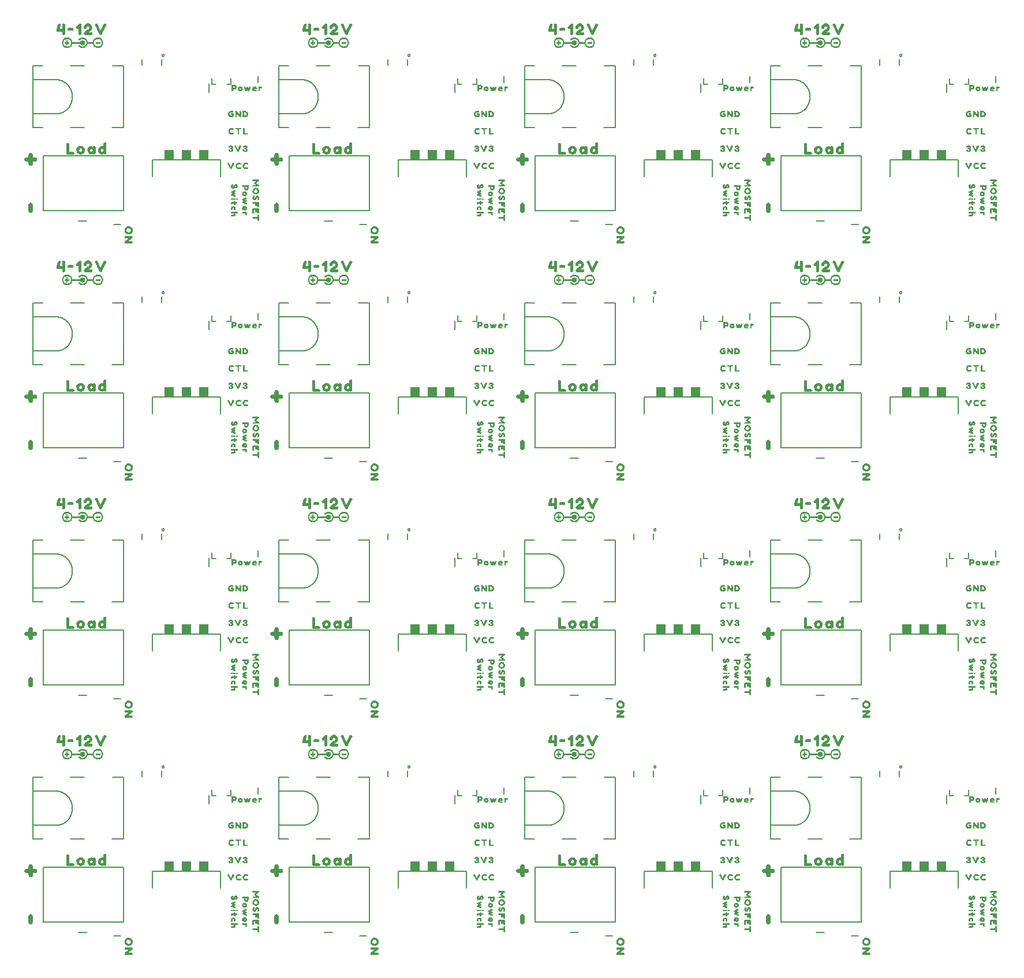
<source format=gto>
G04 EAGLE Gerber RS-274X export*
G75*
%MOMM*%
%FSLAX34Y34*%
%LPD*%
%INSilkscreen Top*%
%IPPOS*%
%AMOC8*
5,1,8,0,0,1.08239X$1,22.5*%
G01*
%ADD10C,0.203200*%
%ADD11C,0.127000*%
%ADD12R,1.460000X1.500000*%
%ADD13R,0.270000X0.020000*%
%ADD14R,0.240000X0.020000*%
%ADD15R,0.260000X0.020000*%
%ADD16R,0.400000X0.010000*%
%ADD17R,0.390000X0.010000*%
%ADD18R,0.510000X0.020000*%
%ADD19R,0.480000X0.020000*%
%ADD20R,0.500000X0.020000*%
%ADD21R,0.580000X0.010000*%
%ADD22R,0.540000X0.010000*%
%ADD23R,0.650000X0.020000*%
%ADD24R,0.640000X0.020000*%
%ADD25R,0.660000X0.020000*%
%ADD26R,0.710000X0.010000*%
%ADD27R,0.700000X0.010000*%
%ADD28R,0.720000X0.010000*%
%ADD29R,0.770000X0.020000*%
%ADD30R,0.740000X0.020000*%
%ADD31R,0.760000X0.020000*%
%ADD32R,0.820000X0.010000*%
%ADD33R,0.780000X0.010000*%
%ADD34R,0.860000X0.020000*%
%ADD35R,0.840000X0.020000*%
%ADD36R,0.880000X0.020000*%
%ADD37R,0.900000X0.010000*%
%ADD38R,0.880000X0.010000*%
%ADD39R,0.930000X0.010000*%
%ADD40R,0.920000X0.010000*%
%ADD41R,0.430000X0.020000*%
%ADD42R,0.440000X0.020000*%
%ADD43R,0.410000X0.020000*%
%ADD44R,0.450000X0.020000*%
%ADD45R,0.360000X0.010000*%
%ADD46R,0.370000X0.010000*%
%ADD47R,0.310000X0.020000*%
%ADD48R,0.320000X0.020000*%
%ADD49R,0.330000X0.020000*%
%ADD50R,0.310000X0.010000*%
%ADD51R,0.300000X0.010000*%
%ADD52R,0.280000X0.020000*%
%ADD53R,0.270000X0.010000*%
%ADD54R,0.280000X0.010000*%
%ADD55R,0.260000X0.010000*%
%ADD56R,0.250000X0.020000*%
%ADD57R,0.240000X0.010000*%
%ADD58R,0.250000X0.010000*%
%ADD59R,0.230000X0.010000*%
%ADD60R,0.230000X0.020000*%
%ADD61R,0.220000X0.010000*%
%ADD62R,0.220000X0.020000*%
%ADD63R,0.210000X0.010000*%
%ADD64R,0.190000X0.010000*%
%ADD65R,0.210000X0.020000*%
%ADD66R,0.170000X0.020000*%
%ADD67R,0.200000X0.010000*%
%ADD68R,0.120000X0.010000*%
%ADD69R,0.090000X0.020000*%
%ADD70R,0.160000X0.020000*%
%ADD71R,0.040000X0.010000*%
%ADD72R,0.160000X0.010000*%
%ADD73R,0.200000X0.020000*%
%ADD74R,0.190000X0.020000*%
%ADD75R,0.030000X0.020000*%
%ADD76R,0.340000X0.020000*%
%ADD77R,0.180000X0.020000*%
%ADD78R,0.420000X0.020000*%
%ADD79R,0.180000X0.010000*%
%ADD80R,0.460000X0.010000*%
%ADD81R,0.520000X0.010000*%
%ADD82R,0.540000X0.020000*%
%ADD83R,0.170000X0.010000*%
%ADD84R,0.590000X0.010000*%
%ADD85R,0.600000X0.020000*%
%ADD86R,0.640000X0.010000*%
%ADD87R,0.650000X0.010000*%
%ADD88R,0.660000X0.010000*%
%ADD89R,0.680000X0.020000*%
%ADD90R,0.760000X0.010000*%
%ADD91R,1.100000X0.010000*%
%ADD92R,2.030000X0.010000*%
%ADD93R,1.080000X0.020000*%
%ADD94R,2.020000X0.020000*%
%ADD95R,1.080000X0.010000*%
%ADD96R,2.020000X0.010000*%
%ADD97R,0.600000X0.010000*%
%ADD98R,0.080000X0.020000*%
%ADD99R,0.130000X0.020000*%
%ADD100R,0.290000X0.020000*%
%ADD101R,0.290000X0.010000*%
%ADD102R,0.300000X0.020000*%
%ADD103R,0.350000X0.010000*%
%ADD104R,0.330000X0.010000*%
%ADD105R,0.340000X0.010000*%
%ADD106R,0.370000X0.020000*%
%ADD107R,0.950000X0.010000*%
%ADD108R,0.940000X0.010000*%
%ADD109R,0.960000X0.010000*%
%ADD110R,0.910000X0.010000*%
%ADD111R,0.830000X0.010000*%
%ADD112R,0.780000X0.020000*%
%ADD113R,0.670000X0.020000*%
%ADD114R,0.610000X0.010000*%
%ADD115R,0.530000X0.020000*%
%ADD116R,0.520000X0.020000*%
%ADD117R,0.430000X0.010000*%
%ADD118R,0.420000X0.010000*%

G36*
X734464Y1171317D02*
X734464Y1171317D01*
X734470Y1171312D01*
X736370Y1171712D01*
X736389Y1171733D01*
X736402Y1171735D01*
X737302Y1173235D01*
X737300Y1173252D01*
X737309Y1173258D01*
X737409Y1175458D01*
X737408Y1175459D01*
X737409Y1175460D01*
X737409Y1177411D01*
X739360Y1177411D01*
X739361Y1177412D01*
X739362Y1177411D01*
X741462Y1177511D01*
X741469Y1177516D01*
X741473Y1177516D01*
X741475Y1177518D01*
X741480Y1177515D01*
X743080Y1178215D01*
X743094Y1178240D01*
X743096Y1178242D01*
X743095Y1178243D01*
X743097Y1178247D01*
X743109Y1178253D01*
X743409Y1180253D01*
X743405Y1180260D01*
X743406Y1180261D01*
X743406Y1180262D01*
X743409Y1180265D01*
X743209Y1182365D01*
X743191Y1182384D01*
X743192Y1182398D01*
X741892Y1183498D01*
X741869Y1183499D01*
X741862Y1183509D01*
X739662Y1183609D01*
X739661Y1183608D01*
X739660Y1183609D01*
X737701Y1183609D01*
X737409Y1185266D01*
X737309Y1187362D01*
X737304Y1187369D01*
X737307Y1187373D01*
X736807Y1189173D01*
X736780Y1189194D01*
X736776Y1189207D01*
X734976Y1189807D01*
X734965Y1189803D01*
X734960Y1189809D01*
X732760Y1189809D01*
X732743Y1189796D01*
X732731Y1189800D01*
X731331Y1188800D01*
X731323Y1188774D01*
X731311Y1188767D01*
X731011Y1186667D01*
X731014Y1186662D01*
X731011Y1186660D01*
X731011Y1184678D01*
X730137Y1183609D01*
X728160Y1183609D01*
X728157Y1183607D01*
X728155Y1183609D01*
X726055Y1183409D01*
X726034Y1183389D01*
X726020Y1183389D01*
X725020Y1181989D01*
X725021Y1181969D01*
X725011Y1181962D01*
X724911Y1179762D01*
X724918Y1179752D01*
X724913Y1179744D01*
X725513Y1177944D01*
X725542Y1177925D01*
X725547Y1177913D01*
X727347Y1177413D01*
X727356Y1177416D01*
X727360Y1177411D01*
X729453Y1177411D01*
X731011Y1176924D01*
X731011Y1174960D01*
X731012Y1174959D01*
X731011Y1174958D01*
X731111Y1172758D01*
X731128Y1172737D01*
X731127Y1172724D01*
X732427Y1171524D01*
X732449Y1171522D01*
X732455Y1171511D01*
X734455Y1171311D01*
X734464Y1171317D01*
G37*
G36*
X1095144Y1171317D02*
X1095144Y1171317D01*
X1095150Y1171312D01*
X1097050Y1171712D01*
X1097069Y1171733D01*
X1097082Y1171735D01*
X1097982Y1173235D01*
X1097980Y1173252D01*
X1097989Y1173258D01*
X1098089Y1175458D01*
X1098088Y1175459D01*
X1098089Y1175460D01*
X1098089Y1177411D01*
X1100040Y1177411D01*
X1100041Y1177412D01*
X1100042Y1177411D01*
X1102142Y1177511D01*
X1102149Y1177516D01*
X1102153Y1177516D01*
X1102155Y1177518D01*
X1102160Y1177515D01*
X1103760Y1178215D01*
X1103774Y1178240D01*
X1103776Y1178242D01*
X1103775Y1178243D01*
X1103777Y1178247D01*
X1103789Y1178253D01*
X1104089Y1180253D01*
X1104085Y1180260D01*
X1104086Y1180261D01*
X1104086Y1180262D01*
X1104089Y1180265D01*
X1103889Y1182365D01*
X1103871Y1182384D01*
X1103872Y1182398D01*
X1102572Y1183498D01*
X1102549Y1183499D01*
X1102542Y1183509D01*
X1100342Y1183609D01*
X1100341Y1183608D01*
X1100340Y1183609D01*
X1098381Y1183609D01*
X1098089Y1185266D01*
X1097989Y1187362D01*
X1097984Y1187369D01*
X1097987Y1187373D01*
X1097487Y1189173D01*
X1097460Y1189194D01*
X1097456Y1189207D01*
X1095656Y1189807D01*
X1095645Y1189803D01*
X1095640Y1189809D01*
X1093440Y1189809D01*
X1093423Y1189796D01*
X1093411Y1189800D01*
X1092011Y1188800D01*
X1092003Y1188774D01*
X1091991Y1188767D01*
X1091691Y1186667D01*
X1091694Y1186662D01*
X1091691Y1186660D01*
X1091691Y1184678D01*
X1090817Y1183609D01*
X1088840Y1183609D01*
X1088837Y1183607D01*
X1088835Y1183609D01*
X1086735Y1183409D01*
X1086714Y1183389D01*
X1086700Y1183389D01*
X1085700Y1181989D01*
X1085701Y1181969D01*
X1085691Y1181962D01*
X1085591Y1179762D01*
X1085598Y1179752D01*
X1085593Y1179744D01*
X1086193Y1177944D01*
X1086222Y1177925D01*
X1086227Y1177913D01*
X1088027Y1177413D01*
X1088036Y1177416D01*
X1088040Y1177411D01*
X1090133Y1177411D01*
X1091691Y1176924D01*
X1091691Y1174960D01*
X1091692Y1174959D01*
X1091691Y1174958D01*
X1091791Y1172758D01*
X1091808Y1172737D01*
X1091807Y1172724D01*
X1093107Y1171524D01*
X1093129Y1171522D01*
X1093135Y1171511D01*
X1095135Y1171311D01*
X1095144Y1171317D01*
G37*
G36*
X13104Y1171317D02*
X13104Y1171317D01*
X13110Y1171312D01*
X15010Y1171712D01*
X15029Y1171733D01*
X15042Y1171735D01*
X15942Y1173235D01*
X15940Y1173252D01*
X15949Y1173258D01*
X16049Y1175458D01*
X16048Y1175459D01*
X16049Y1175460D01*
X16049Y1177411D01*
X18000Y1177411D01*
X18001Y1177412D01*
X18002Y1177411D01*
X20102Y1177511D01*
X20109Y1177516D01*
X20113Y1177516D01*
X20115Y1177518D01*
X20120Y1177515D01*
X21720Y1178215D01*
X21734Y1178240D01*
X21736Y1178242D01*
X21735Y1178243D01*
X21737Y1178247D01*
X21749Y1178253D01*
X22049Y1180253D01*
X22045Y1180260D01*
X22046Y1180261D01*
X22046Y1180262D01*
X22049Y1180265D01*
X21849Y1182365D01*
X21831Y1182384D01*
X21832Y1182398D01*
X20532Y1183498D01*
X20509Y1183499D01*
X20502Y1183509D01*
X18302Y1183609D01*
X18301Y1183608D01*
X18300Y1183609D01*
X16341Y1183609D01*
X16049Y1185266D01*
X15949Y1187362D01*
X15944Y1187369D01*
X15947Y1187373D01*
X15447Y1189173D01*
X15420Y1189194D01*
X15416Y1189207D01*
X13616Y1189807D01*
X13605Y1189803D01*
X13600Y1189809D01*
X11400Y1189809D01*
X11383Y1189796D01*
X11371Y1189800D01*
X9971Y1188800D01*
X9963Y1188774D01*
X9951Y1188767D01*
X9651Y1186667D01*
X9654Y1186662D01*
X9651Y1186660D01*
X9651Y1184678D01*
X8777Y1183609D01*
X6800Y1183609D01*
X6797Y1183607D01*
X6795Y1183609D01*
X4695Y1183409D01*
X4674Y1183389D01*
X4660Y1183389D01*
X3660Y1181989D01*
X3661Y1181969D01*
X3651Y1181962D01*
X3551Y1179762D01*
X3558Y1179752D01*
X3553Y1179744D01*
X4153Y1177944D01*
X4182Y1177925D01*
X4187Y1177913D01*
X5987Y1177413D01*
X5996Y1177416D01*
X6000Y1177411D01*
X8093Y1177411D01*
X9651Y1176924D01*
X9651Y1174960D01*
X9652Y1174959D01*
X9651Y1174958D01*
X9751Y1172758D01*
X9768Y1172737D01*
X9767Y1172724D01*
X11067Y1171524D01*
X11089Y1171522D01*
X11095Y1171511D01*
X13095Y1171311D01*
X13104Y1171317D01*
G37*
G36*
X373784Y1171317D02*
X373784Y1171317D01*
X373790Y1171312D01*
X375690Y1171712D01*
X375709Y1171733D01*
X375722Y1171735D01*
X376622Y1173235D01*
X376620Y1173252D01*
X376629Y1173258D01*
X376729Y1175458D01*
X376728Y1175459D01*
X376729Y1175460D01*
X376729Y1177411D01*
X378680Y1177411D01*
X378681Y1177412D01*
X378682Y1177411D01*
X380782Y1177511D01*
X380789Y1177516D01*
X380793Y1177516D01*
X380795Y1177518D01*
X380800Y1177515D01*
X382400Y1178215D01*
X382414Y1178240D01*
X382416Y1178242D01*
X382415Y1178243D01*
X382417Y1178247D01*
X382429Y1178253D01*
X382729Y1180253D01*
X382725Y1180260D01*
X382726Y1180261D01*
X382726Y1180262D01*
X382729Y1180265D01*
X382529Y1182365D01*
X382511Y1182384D01*
X382512Y1182398D01*
X381212Y1183498D01*
X381189Y1183499D01*
X381182Y1183509D01*
X378982Y1183609D01*
X378981Y1183608D01*
X378980Y1183609D01*
X377021Y1183609D01*
X376729Y1185266D01*
X376629Y1187362D01*
X376624Y1187369D01*
X376627Y1187373D01*
X376127Y1189173D01*
X376100Y1189194D01*
X376096Y1189207D01*
X374296Y1189807D01*
X374285Y1189803D01*
X374280Y1189809D01*
X372080Y1189809D01*
X372063Y1189796D01*
X372051Y1189800D01*
X370651Y1188800D01*
X370643Y1188774D01*
X370631Y1188767D01*
X370331Y1186667D01*
X370334Y1186662D01*
X370331Y1186660D01*
X370331Y1184678D01*
X369457Y1183609D01*
X367480Y1183609D01*
X367477Y1183607D01*
X367475Y1183609D01*
X365375Y1183409D01*
X365354Y1183389D01*
X365340Y1183389D01*
X364340Y1181989D01*
X364341Y1181969D01*
X364331Y1181962D01*
X364231Y1179762D01*
X364238Y1179752D01*
X364233Y1179744D01*
X364833Y1177944D01*
X364862Y1177925D01*
X364867Y1177913D01*
X366667Y1177413D01*
X366676Y1177416D01*
X366680Y1177411D01*
X368773Y1177411D01*
X370331Y1176924D01*
X370331Y1174960D01*
X370332Y1174959D01*
X370331Y1174958D01*
X370431Y1172758D01*
X370448Y1172737D01*
X370447Y1172724D01*
X371747Y1171524D01*
X371769Y1171522D01*
X371775Y1171511D01*
X373775Y1171311D01*
X373784Y1171317D01*
G37*
G36*
X1095144Y475357D02*
X1095144Y475357D01*
X1095150Y475352D01*
X1097050Y475752D01*
X1097069Y475773D01*
X1097082Y475775D01*
X1097982Y477275D01*
X1097980Y477292D01*
X1097989Y477298D01*
X1098089Y479498D01*
X1098088Y479499D01*
X1098089Y479500D01*
X1098089Y481451D01*
X1100040Y481451D01*
X1100041Y481452D01*
X1100042Y481451D01*
X1102142Y481551D01*
X1102149Y481556D01*
X1102153Y481556D01*
X1102155Y481558D01*
X1102160Y481555D01*
X1103760Y482255D01*
X1103774Y482280D01*
X1103776Y482282D01*
X1103775Y482283D01*
X1103777Y482287D01*
X1103789Y482293D01*
X1104089Y484293D01*
X1104085Y484300D01*
X1104086Y484301D01*
X1104086Y484302D01*
X1104089Y484305D01*
X1103889Y486405D01*
X1103871Y486424D01*
X1103872Y486438D01*
X1102572Y487538D01*
X1102549Y487539D01*
X1102542Y487549D01*
X1100342Y487649D01*
X1100341Y487648D01*
X1100340Y487649D01*
X1098381Y487649D01*
X1098089Y489306D01*
X1097989Y491402D01*
X1097984Y491409D01*
X1097987Y491413D01*
X1097487Y493213D01*
X1097460Y493234D01*
X1097456Y493247D01*
X1095656Y493847D01*
X1095645Y493843D01*
X1095640Y493849D01*
X1093440Y493849D01*
X1093423Y493836D01*
X1093411Y493840D01*
X1092011Y492840D01*
X1092003Y492814D01*
X1091991Y492807D01*
X1091691Y490707D01*
X1091694Y490702D01*
X1091691Y490700D01*
X1091691Y488718D01*
X1090817Y487649D01*
X1088840Y487649D01*
X1088837Y487647D01*
X1088835Y487649D01*
X1086735Y487449D01*
X1086714Y487429D01*
X1086700Y487429D01*
X1085700Y486029D01*
X1085701Y486009D01*
X1085691Y486002D01*
X1085591Y483802D01*
X1085598Y483792D01*
X1085593Y483784D01*
X1086193Y481984D01*
X1086222Y481965D01*
X1086227Y481953D01*
X1088027Y481453D01*
X1088036Y481456D01*
X1088040Y481451D01*
X1090133Y481451D01*
X1091691Y480964D01*
X1091691Y479000D01*
X1091692Y478999D01*
X1091691Y478998D01*
X1091791Y476798D01*
X1091808Y476777D01*
X1091807Y476764D01*
X1093107Y475564D01*
X1093129Y475562D01*
X1093135Y475551D01*
X1095135Y475351D01*
X1095144Y475357D01*
G37*
G36*
X734464Y475357D02*
X734464Y475357D01*
X734470Y475352D01*
X736370Y475752D01*
X736389Y475773D01*
X736402Y475775D01*
X737302Y477275D01*
X737300Y477292D01*
X737309Y477298D01*
X737409Y479498D01*
X737408Y479499D01*
X737409Y479500D01*
X737409Y481451D01*
X739360Y481451D01*
X739361Y481452D01*
X739362Y481451D01*
X741462Y481551D01*
X741469Y481556D01*
X741473Y481556D01*
X741475Y481558D01*
X741480Y481555D01*
X743080Y482255D01*
X743094Y482280D01*
X743096Y482282D01*
X743095Y482283D01*
X743097Y482287D01*
X743109Y482293D01*
X743409Y484293D01*
X743405Y484300D01*
X743406Y484301D01*
X743406Y484302D01*
X743409Y484305D01*
X743209Y486405D01*
X743191Y486424D01*
X743192Y486438D01*
X741892Y487538D01*
X741869Y487539D01*
X741862Y487549D01*
X739662Y487649D01*
X739661Y487648D01*
X739660Y487649D01*
X737701Y487649D01*
X737409Y489306D01*
X737309Y491402D01*
X737304Y491409D01*
X737307Y491413D01*
X736807Y493213D01*
X736780Y493234D01*
X736776Y493247D01*
X734976Y493847D01*
X734965Y493843D01*
X734960Y493849D01*
X732760Y493849D01*
X732743Y493836D01*
X732731Y493840D01*
X731331Y492840D01*
X731323Y492814D01*
X731311Y492807D01*
X731011Y490707D01*
X731014Y490702D01*
X731011Y490700D01*
X731011Y488718D01*
X730137Y487649D01*
X728160Y487649D01*
X728157Y487647D01*
X728155Y487649D01*
X726055Y487449D01*
X726034Y487429D01*
X726020Y487429D01*
X725020Y486029D01*
X725021Y486009D01*
X725011Y486002D01*
X724911Y483802D01*
X724918Y483792D01*
X724913Y483784D01*
X725513Y481984D01*
X725542Y481965D01*
X725547Y481953D01*
X727347Y481453D01*
X727356Y481456D01*
X727360Y481451D01*
X729453Y481451D01*
X731011Y480964D01*
X731011Y479000D01*
X731012Y478999D01*
X731011Y478998D01*
X731111Y476798D01*
X731128Y476777D01*
X731127Y476764D01*
X732427Y475564D01*
X732449Y475562D01*
X732455Y475551D01*
X734455Y475351D01*
X734464Y475357D01*
G37*
G36*
X373784Y127377D02*
X373784Y127377D01*
X373790Y127372D01*
X375690Y127772D01*
X375709Y127793D01*
X375722Y127795D01*
X376622Y129295D01*
X376620Y129312D01*
X376629Y129318D01*
X376729Y131518D01*
X376728Y131519D01*
X376729Y131520D01*
X376729Y133471D01*
X378680Y133471D01*
X378681Y133472D01*
X378682Y133471D01*
X380782Y133571D01*
X380789Y133576D01*
X380793Y133576D01*
X380795Y133578D01*
X380800Y133575D01*
X382400Y134275D01*
X382414Y134300D01*
X382416Y134302D01*
X382415Y134303D01*
X382417Y134307D01*
X382429Y134313D01*
X382729Y136313D01*
X382725Y136320D01*
X382726Y136321D01*
X382726Y136322D01*
X382729Y136325D01*
X382529Y138425D01*
X382511Y138444D01*
X382512Y138458D01*
X381212Y139558D01*
X381189Y139559D01*
X381182Y139569D01*
X378982Y139669D01*
X378981Y139668D01*
X378980Y139669D01*
X377021Y139669D01*
X376729Y141326D01*
X376629Y143422D01*
X376624Y143429D01*
X376627Y143433D01*
X376127Y145233D01*
X376100Y145254D01*
X376096Y145267D01*
X374296Y145867D01*
X374285Y145863D01*
X374280Y145869D01*
X372080Y145869D01*
X372063Y145856D01*
X372051Y145860D01*
X370651Y144860D01*
X370643Y144834D01*
X370631Y144827D01*
X370331Y142727D01*
X370334Y142722D01*
X370331Y142720D01*
X370331Y140738D01*
X369457Y139669D01*
X367480Y139669D01*
X367477Y139667D01*
X367475Y139669D01*
X365375Y139469D01*
X365354Y139449D01*
X365340Y139449D01*
X364340Y138049D01*
X364341Y138029D01*
X364331Y138022D01*
X364231Y135822D01*
X364238Y135812D01*
X364233Y135804D01*
X364833Y134004D01*
X364862Y133985D01*
X364867Y133973D01*
X366667Y133473D01*
X366676Y133476D01*
X366680Y133471D01*
X368773Y133471D01*
X370331Y132984D01*
X370331Y131020D01*
X370332Y131019D01*
X370331Y131018D01*
X370431Y128818D01*
X370448Y128797D01*
X370447Y128784D01*
X371747Y127584D01*
X371769Y127582D01*
X371775Y127571D01*
X373775Y127371D01*
X373784Y127377D01*
G37*
G36*
X1095144Y127377D02*
X1095144Y127377D01*
X1095150Y127372D01*
X1097050Y127772D01*
X1097069Y127793D01*
X1097082Y127795D01*
X1097982Y129295D01*
X1097980Y129312D01*
X1097989Y129318D01*
X1098089Y131518D01*
X1098088Y131519D01*
X1098089Y131520D01*
X1098089Y133471D01*
X1100040Y133471D01*
X1100041Y133472D01*
X1100042Y133471D01*
X1102142Y133571D01*
X1102149Y133576D01*
X1102153Y133576D01*
X1102155Y133578D01*
X1102160Y133575D01*
X1103760Y134275D01*
X1103774Y134300D01*
X1103776Y134302D01*
X1103775Y134303D01*
X1103777Y134307D01*
X1103789Y134313D01*
X1104089Y136313D01*
X1104085Y136320D01*
X1104086Y136321D01*
X1104086Y136322D01*
X1104089Y136325D01*
X1103889Y138425D01*
X1103871Y138444D01*
X1103872Y138458D01*
X1102572Y139558D01*
X1102549Y139559D01*
X1102542Y139569D01*
X1100342Y139669D01*
X1100341Y139668D01*
X1100340Y139669D01*
X1098381Y139669D01*
X1098089Y141326D01*
X1097989Y143422D01*
X1097984Y143429D01*
X1097987Y143433D01*
X1097487Y145233D01*
X1097460Y145254D01*
X1097456Y145267D01*
X1095656Y145867D01*
X1095645Y145863D01*
X1095640Y145869D01*
X1093440Y145869D01*
X1093423Y145856D01*
X1093411Y145860D01*
X1092011Y144860D01*
X1092003Y144834D01*
X1091991Y144827D01*
X1091691Y142727D01*
X1091694Y142722D01*
X1091691Y142720D01*
X1091691Y140738D01*
X1090817Y139669D01*
X1088840Y139669D01*
X1088837Y139667D01*
X1088835Y139669D01*
X1086735Y139469D01*
X1086714Y139449D01*
X1086700Y139449D01*
X1085700Y138049D01*
X1085701Y138029D01*
X1085691Y138022D01*
X1085591Y135822D01*
X1085598Y135812D01*
X1085593Y135804D01*
X1086193Y134004D01*
X1086222Y133985D01*
X1086227Y133973D01*
X1088027Y133473D01*
X1088036Y133476D01*
X1088040Y133471D01*
X1090133Y133471D01*
X1091691Y132984D01*
X1091691Y131020D01*
X1091692Y131019D01*
X1091691Y131018D01*
X1091791Y128818D01*
X1091808Y128797D01*
X1091807Y128784D01*
X1093107Y127584D01*
X1093129Y127582D01*
X1093135Y127571D01*
X1095135Y127371D01*
X1095144Y127377D01*
G37*
G36*
X13104Y127377D02*
X13104Y127377D01*
X13110Y127372D01*
X15010Y127772D01*
X15029Y127793D01*
X15042Y127795D01*
X15942Y129295D01*
X15940Y129312D01*
X15949Y129318D01*
X16049Y131518D01*
X16048Y131519D01*
X16049Y131520D01*
X16049Y133471D01*
X18000Y133471D01*
X18001Y133472D01*
X18002Y133471D01*
X20102Y133571D01*
X20109Y133576D01*
X20113Y133576D01*
X20115Y133578D01*
X20120Y133575D01*
X21720Y134275D01*
X21734Y134300D01*
X21736Y134302D01*
X21735Y134303D01*
X21737Y134307D01*
X21749Y134313D01*
X22049Y136313D01*
X22045Y136320D01*
X22046Y136321D01*
X22046Y136322D01*
X22049Y136325D01*
X21849Y138425D01*
X21831Y138444D01*
X21832Y138458D01*
X20532Y139558D01*
X20509Y139559D01*
X20502Y139569D01*
X18302Y139669D01*
X18301Y139668D01*
X18300Y139669D01*
X16341Y139669D01*
X16049Y141326D01*
X15949Y143422D01*
X15944Y143429D01*
X15947Y143433D01*
X15447Y145233D01*
X15420Y145254D01*
X15416Y145267D01*
X13616Y145867D01*
X13605Y145863D01*
X13600Y145869D01*
X11400Y145869D01*
X11383Y145856D01*
X11371Y145860D01*
X9971Y144860D01*
X9963Y144834D01*
X9951Y144827D01*
X9651Y142727D01*
X9654Y142722D01*
X9651Y142720D01*
X9651Y140738D01*
X8777Y139669D01*
X6800Y139669D01*
X6797Y139667D01*
X6795Y139669D01*
X4695Y139469D01*
X4674Y139449D01*
X4660Y139449D01*
X3660Y138049D01*
X3661Y138029D01*
X3651Y138022D01*
X3551Y135822D01*
X3558Y135812D01*
X3553Y135804D01*
X4153Y134004D01*
X4182Y133985D01*
X4187Y133973D01*
X5987Y133473D01*
X5996Y133476D01*
X6000Y133471D01*
X8093Y133471D01*
X9651Y132984D01*
X9651Y131020D01*
X9652Y131019D01*
X9651Y131018D01*
X9751Y128818D01*
X9768Y128797D01*
X9767Y128784D01*
X11067Y127584D01*
X11089Y127582D01*
X11095Y127571D01*
X13095Y127371D01*
X13104Y127377D01*
G37*
G36*
X373784Y823337D02*
X373784Y823337D01*
X373790Y823332D01*
X375690Y823732D01*
X375709Y823753D01*
X375722Y823755D01*
X376622Y825255D01*
X376620Y825272D01*
X376629Y825278D01*
X376729Y827478D01*
X376728Y827479D01*
X376729Y827480D01*
X376729Y829431D01*
X378680Y829431D01*
X378681Y829432D01*
X378682Y829431D01*
X380782Y829531D01*
X380789Y829536D01*
X380793Y829536D01*
X380795Y829538D01*
X380800Y829535D01*
X382400Y830235D01*
X382414Y830260D01*
X382416Y830262D01*
X382415Y830263D01*
X382417Y830267D01*
X382429Y830273D01*
X382729Y832273D01*
X382725Y832280D01*
X382726Y832281D01*
X382726Y832282D01*
X382729Y832285D01*
X382529Y834385D01*
X382511Y834404D01*
X382512Y834418D01*
X381212Y835518D01*
X381189Y835519D01*
X381182Y835529D01*
X378982Y835629D01*
X378981Y835628D01*
X378980Y835629D01*
X377021Y835629D01*
X376729Y837286D01*
X376629Y839382D01*
X376624Y839389D01*
X376627Y839393D01*
X376127Y841193D01*
X376100Y841214D01*
X376096Y841227D01*
X374296Y841827D01*
X374285Y841823D01*
X374280Y841829D01*
X372080Y841829D01*
X372063Y841816D01*
X372051Y841820D01*
X370651Y840820D01*
X370643Y840794D01*
X370631Y840787D01*
X370331Y838687D01*
X370334Y838682D01*
X370331Y838680D01*
X370331Y836698D01*
X369457Y835629D01*
X367480Y835629D01*
X367477Y835627D01*
X367475Y835629D01*
X365375Y835429D01*
X365354Y835409D01*
X365340Y835409D01*
X364340Y834009D01*
X364341Y833989D01*
X364331Y833982D01*
X364231Y831782D01*
X364238Y831772D01*
X364233Y831764D01*
X364833Y829964D01*
X364862Y829945D01*
X364867Y829933D01*
X366667Y829433D01*
X366676Y829436D01*
X366680Y829431D01*
X368773Y829431D01*
X370331Y828944D01*
X370331Y826980D01*
X370332Y826979D01*
X370331Y826978D01*
X370431Y824778D01*
X370448Y824757D01*
X370447Y824744D01*
X371747Y823544D01*
X371769Y823542D01*
X371775Y823531D01*
X373775Y823331D01*
X373784Y823337D01*
G37*
G36*
X734464Y823337D02*
X734464Y823337D01*
X734470Y823332D01*
X736370Y823732D01*
X736389Y823753D01*
X736402Y823755D01*
X737302Y825255D01*
X737300Y825272D01*
X737309Y825278D01*
X737409Y827478D01*
X737408Y827479D01*
X737409Y827480D01*
X737409Y829431D01*
X739360Y829431D01*
X739361Y829432D01*
X739362Y829431D01*
X741462Y829531D01*
X741469Y829536D01*
X741473Y829536D01*
X741475Y829538D01*
X741480Y829535D01*
X743080Y830235D01*
X743094Y830260D01*
X743096Y830262D01*
X743095Y830263D01*
X743097Y830267D01*
X743109Y830273D01*
X743409Y832273D01*
X743405Y832280D01*
X743406Y832281D01*
X743406Y832282D01*
X743409Y832285D01*
X743209Y834385D01*
X743191Y834404D01*
X743192Y834418D01*
X741892Y835518D01*
X741869Y835519D01*
X741862Y835529D01*
X739662Y835629D01*
X739661Y835628D01*
X739660Y835629D01*
X737701Y835629D01*
X737409Y837286D01*
X737309Y839382D01*
X737304Y839389D01*
X737307Y839393D01*
X736807Y841193D01*
X736780Y841214D01*
X736776Y841227D01*
X734976Y841827D01*
X734965Y841823D01*
X734960Y841829D01*
X732760Y841829D01*
X732743Y841816D01*
X732731Y841820D01*
X731331Y840820D01*
X731323Y840794D01*
X731311Y840787D01*
X731011Y838687D01*
X731014Y838682D01*
X731011Y838680D01*
X731011Y836698D01*
X730137Y835629D01*
X728160Y835629D01*
X728157Y835627D01*
X728155Y835629D01*
X726055Y835429D01*
X726034Y835409D01*
X726020Y835409D01*
X725020Y834009D01*
X725021Y833989D01*
X725011Y833982D01*
X724911Y831782D01*
X724918Y831772D01*
X724913Y831764D01*
X725513Y829964D01*
X725542Y829945D01*
X725547Y829933D01*
X727347Y829433D01*
X727356Y829436D01*
X727360Y829431D01*
X729453Y829431D01*
X731011Y828944D01*
X731011Y826980D01*
X731012Y826979D01*
X731011Y826978D01*
X731111Y824778D01*
X731128Y824757D01*
X731127Y824744D01*
X732427Y823544D01*
X732449Y823542D01*
X732455Y823531D01*
X734455Y823331D01*
X734464Y823337D01*
G37*
G36*
X13104Y823337D02*
X13104Y823337D01*
X13110Y823332D01*
X15010Y823732D01*
X15029Y823753D01*
X15042Y823755D01*
X15942Y825255D01*
X15940Y825272D01*
X15949Y825278D01*
X16049Y827478D01*
X16048Y827479D01*
X16049Y827480D01*
X16049Y829431D01*
X18000Y829431D01*
X18001Y829432D01*
X18002Y829431D01*
X20102Y829531D01*
X20109Y829536D01*
X20113Y829536D01*
X20115Y829538D01*
X20120Y829535D01*
X21720Y830235D01*
X21734Y830260D01*
X21736Y830262D01*
X21735Y830263D01*
X21737Y830267D01*
X21749Y830273D01*
X22049Y832273D01*
X22045Y832280D01*
X22046Y832281D01*
X22046Y832282D01*
X22049Y832285D01*
X21849Y834385D01*
X21831Y834404D01*
X21832Y834418D01*
X20532Y835518D01*
X20509Y835519D01*
X20502Y835529D01*
X18302Y835629D01*
X18301Y835628D01*
X18300Y835629D01*
X16341Y835629D01*
X16049Y837286D01*
X15949Y839382D01*
X15944Y839389D01*
X15947Y839393D01*
X15447Y841193D01*
X15420Y841214D01*
X15416Y841227D01*
X13616Y841827D01*
X13605Y841823D01*
X13600Y841829D01*
X11400Y841829D01*
X11383Y841816D01*
X11371Y841820D01*
X9971Y840820D01*
X9963Y840794D01*
X9951Y840787D01*
X9651Y838687D01*
X9654Y838682D01*
X9651Y838680D01*
X9651Y836698D01*
X8777Y835629D01*
X6800Y835629D01*
X6797Y835627D01*
X6795Y835629D01*
X4695Y835429D01*
X4674Y835409D01*
X4660Y835409D01*
X3660Y834009D01*
X3661Y833989D01*
X3651Y833982D01*
X3551Y831782D01*
X3558Y831772D01*
X3553Y831764D01*
X4153Y829964D01*
X4182Y829945D01*
X4187Y829933D01*
X5987Y829433D01*
X5996Y829436D01*
X6000Y829431D01*
X8093Y829431D01*
X9651Y828944D01*
X9651Y826980D01*
X9652Y826979D01*
X9651Y826978D01*
X9751Y824778D01*
X9768Y824757D01*
X9767Y824744D01*
X11067Y823544D01*
X11089Y823542D01*
X11095Y823531D01*
X13095Y823331D01*
X13104Y823337D01*
G37*
G36*
X1095144Y823337D02*
X1095144Y823337D01*
X1095150Y823332D01*
X1097050Y823732D01*
X1097069Y823753D01*
X1097082Y823755D01*
X1097982Y825255D01*
X1097980Y825272D01*
X1097989Y825278D01*
X1098089Y827478D01*
X1098088Y827479D01*
X1098089Y827480D01*
X1098089Y829431D01*
X1100040Y829431D01*
X1100041Y829432D01*
X1100042Y829431D01*
X1102142Y829531D01*
X1102149Y829536D01*
X1102153Y829536D01*
X1102155Y829538D01*
X1102160Y829535D01*
X1103760Y830235D01*
X1103774Y830260D01*
X1103776Y830262D01*
X1103775Y830263D01*
X1103777Y830267D01*
X1103789Y830273D01*
X1104089Y832273D01*
X1104085Y832280D01*
X1104086Y832281D01*
X1104086Y832282D01*
X1104089Y832285D01*
X1103889Y834385D01*
X1103871Y834404D01*
X1103872Y834418D01*
X1102572Y835518D01*
X1102549Y835519D01*
X1102542Y835529D01*
X1100342Y835629D01*
X1100341Y835628D01*
X1100340Y835629D01*
X1098381Y835629D01*
X1098089Y837286D01*
X1097989Y839382D01*
X1097984Y839389D01*
X1097987Y839393D01*
X1097487Y841193D01*
X1097460Y841214D01*
X1097456Y841227D01*
X1095656Y841827D01*
X1095645Y841823D01*
X1095640Y841829D01*
X1093440Y841829D01*
X1093423Y841816D01*
X1093411Y841820D01*
X1092011Y840820D01*
X1092003Y840794D01*
X1091991Y840787D01*
X1091691Y838687D01*
X1091694Y838682D01*
X1091691Y838680D01*
X1091691Y836698D01*
X1090817Y835629D01*
X1088840Y835629D01*
X1088837Y835627D01*
X1088835Y835629D01*
X1086735Y835429D01*
X1086714Y835409D01*
X1086700Y835409D01*
X1085700Y834009D01*
X1085701Y833989D01*
X1085691Y833982D01*
X1085591Y831782D01*
X1085598Y831772D01*
X1085593Y831764D01*
X1086193Y829964D01*
X1086222Y829945D01*
X1086227Y829933D01*
X1088027Y829433D01*
X1088036Y829436D01*
X1088040Y829431D01*
X1090133Y829431D01*
X1091691Y828944D01*
X1091691Y826980D01*
X1091692Y826979D01*
X1091691Y826978D01*
X1091791Y824778D01*
X1091808Y824757D01*
X1091807Y824744D01*
X1093107Y823544D01*
X1093129Y823542D01*
X1093135Y823531D01*
X1095135Y823331D01*
X1095144Y823337D01*
G37*
G36*
X734464Y127377D02*
X734464Y127377D01*
X734470Y127372D01*
X736370Y127772D01*
X736389Y127793D01*
X736402Y127795D01*
X737302Y129295D01*
X737300Y129312D01*
X737309Y129318D01*
X737409Y131518D01*
X737408Y131519D01*
X737409Y131520D01*
X737409Y133471D01*
X739360Y133471D01*
X739361Y133472D01*
X739362Y133471D01*
X741462Y133571D01*
X741469Y133576D01*
X741473Y133576D01*
X741475Y133578D01*
X741480Y133575D01*
X743080Y134275D01*
X743094Y134300D01*
X743096Y134302D01*
X743095Y134303D01*
X743097Y134307D01*
X743109Y134313D01*
X743409Y136313D01*
X743405Y136320D01*
X743406Y136321D01*
X743406Y136322D01*
X743409Y136325D01*
X743209Y138425D01*
X743191Y138444D01*
X743192Y138458D01*
X741892Y139558D01*
X741869Y139559D01*
X741862Y139569D01*
X739662Y139669D01*
X739661Y139668D01*
X739660Y139669D01*
X737701Y139669D01*
X737409Y141326D01*
X737309Y143422D01*
X737304Y143429D01*
X737307Y143433D01*
X736807Y145233D01*
X736780Y145254D01*
X736776Y145267D01*
X734976Y145867D01*
X734965Y145863D01*
X734960Y145869D01*
X732760Y145869D01*
X732743Y145856D01*
X732731Y145860D01*
X731331Y144860D01*
X731323Y144834D01*
X731311Y144827D01*
X731011Y142727D01*
X731014Y142722D01*
X731011Y142720D01*
X731011Y140738D01*
X730137Y139669D01*
X728160Y139669D01*
X728157Y139667D01*
X728155Y139669D01*
X726055Y139469D01*
X726034Y139449D01*
X726020Y139449D01*
X725020Y138049D01*
X725021Y138029D01*
X725011Y138022D01*
X724911Y135822D01*
X724918Y135812D01*
X724913Y135804D01*
X725513Y134004D01*
X725542Y133985D01*
X725547Y133973D01*
X727347Y133473D01*
X727356Y133476D01*
X727360Y133471D01*
X729453Y133471D01*
X731011Y132984D01*
X731011Y131020D01*
X731012Y131019D01*
X731011Y131018D01*
X731111Y128818D01*
X731128Y128797D01*
X731127Y128784D01*
X732427Y127584D01*
X732449Y127582D01*
X732455Y127571D01*
X734455Y127371D01*
X734464Y127377D01*
G37*
G36*
X373784Y475357D02*
X373784Y475357D01*
X373790Y475352D01*
X375690Y475752D01*
X375709Y475773D01*
X375722Y475775D01*
X376622Y477275D01*
X376620Y477292D01*
X376629Y477298D01*
X376729Y479498D01*
X376728Y479499D01*
X376729Y479500D01*
X376729Y481451D01*
X378680Y481451D01*
X378681Y481452D01*
X378682Y481451D01*
X380782Y481551D01*
X380789Y481556D01*
X380793Y481556D01*
X380795Y481558D01*
X380800Y481555D01*
X382400Y482255D01*
X382414Y482280D01*
X382416Y482282D01*
X382415Y482283D01*
X382417Y482287D01*
X382429Y482293D01*
X382729Y484293D01*
X382725Y484300D01*
X382726Y484301D01*
X382726Y484302D01*
X382729Y484305D01*
X382529Y486405D01*
X382511Y486424D01*
X382512Y486438D01*
X381212Y487538D01*
X381189Y487539D01*
X381182Y487549D01*
X378982Y487649D01*
X378981Y487648D01*
X378980Y487649D01*
X377021Y487649D01*
X376729Y489306D01*
X376629Y491402D01*
X376624Y491409D01*
X376627Y491413D01*
X376127Y493213D01*
X376100Y493234D01*
X376096Y493247D01*
X374296Y493847D01*
X374285Y493843D01*
X374280Y493849D01*
X372080Y493849D01*
X372063Y493836D01*
X372051Y493840D01*
X370651Y492840D01*
X370643Y492814D01*
X370631Y492807D01*
X370331Y490707D01*
X370334Y490702D01*
X370331Y490700D01*
X370331Y488718D01*
X369457Y487649D01*
X367480Y487649D01*
X367477Y487647D01*
X367475Y487649D01*
X365375Y487449D01*
X365354Y487429D01*
X365340Y487429D01*
X364340Y486029D01*
X364341Y486009D01*
X364331Y486002D01*
X364231Y483802D01*
X364238Y483792D01*
X364233Y483784D01*
X364833Y481984D01*
X364862Y481965D01*
X364867Y481953D01*
X366667Y481453D01*
X366676Y481456D01*
X366680Y481451D01*
X368773Y481451D01*
X370331Y480964D01*
X370331Y479000D01*
X370332Y478999D01*
X370331Y478998D01*
X370431Y476798D01*
X370448Y476777D01*
X370447Y476764D01*
X371747Y475564D01*
X371769Y475562D01*
X371775Y475551D01*
X373775Y475351D01*
X373784Y475357D01*
G37*
G36*
X13104Y475357D02*
X13104Y475357D01*
X13110Y475352D01*
X15010Y475752D01*
X15029Y475773D01*
X15042Y475775D01*
X15942Y477275D01*
X15940Y477292D01*
X15949Y477298D01*
X16049Y479498D01*
X16048Y479499D01*
X16049Y479500D01*
X16049Y481451D01*
X18000Y481451D01*
X18001Y481452D01*
X18002Y481451D01*
X20102Y481551D01*
X20109Y481556D01*
X20113Y481556D01*
X20115Y481558D01*
X20120Y481555D01*
X21720Y482255D01*
X21734Y482280D01*
X21736Y482282D01*
X21735Y482283D01*
X21737Y482287D01*
X21749Y482293D01*
X22049Y484293D01*
X22045Y484300D01*
X22046Y484301D01*
X22046Y484302D01*
X22049Y484305D01*
X21849Y486405D01*
X21831Y486424D01*
X21832Y486438D01*
X20532Y487538D01*
X20509Y487539D01*
X20502Y487549D01*
X18302Y487649D01*
X18301Y487648D01*
X18300Y487649D01*
X16341Y487649D01*
X16049Y489306D01*
X15949Y491402D01*
X15944Y491409D01*
X15947Y491413D01*
X15447Y493213D01*
X15420Y493234D01*
X15416Y493247D01*
X13616Y493847D01*
X13605Y493843D01*
X13600Y493849D01*
X11400Y493849D01*
X11383Y493836D01*
X11371Y493840D01*
X9971Y492840D01*
X9963Y492814D01*
X9951Y492807D01*
X9651Y490707D01*
X9654Y490702D01*
X9651Y490700D01*
X9651Y488718D01*
X8777Y487649D01*
X6800Y487649D01*
X6797Y487647D01*
X6795Y487649D01*
X4695Y487449D01*
X4674Y487429D01*
X4660Y487429D01*
X3660Y486029D01*
X3661Y486009D01*
X3651Y486002D01*
X3551Y483802D01*
X3558Y483792D01*
X3553Y483784D01*
X4153Y481984D01*
X4182Y481965D01*
X4187Y481953D01*
X5987Y481453D01*
X5996Y481456D01*
X6000Y481451D01*
X8093Y481451D01*
X9651Y480964D01*
X9651Y479000D01*
X9652Y478999D01*
X9651Y478998D01*
X9751Y476798D01*
X9768Y476777D01*
X9767Y476764D01*
X11067Y475564D01*
X11089Y475562D01*
X11095Y475551D01*
X13095Y475351D01*
X13104Y475357D01*
G37*
G36*
X822763Y1363253D02*
X822763Y1363253D01*
X822764Y1363251D01*
X823964Y1363351D01*
X823978Y1363364D01*
X823990Y1363361D01*
X824790Y1363961D01*
X824797Y1363986D01*
X824809Y1363992D01*
X825009Y1365192D01*
X825004Y1365200D01*
X825009Y1365204D01*
X824909Y1366404D01*
X824895Y1366420D01*
X824897Y1366432D01*
X824197Y1367232D01*
X824171Y1367238D01*
X824164Y1367249D01*
X822964Y1367349D01*
X822961Y1367347D01*
X822960Y1367349D01*
X819480Y1367349D01*
X819248Y1367582D01*
X820178Y1367954D01*
X820182Y1367961D01*
X820187Y1367959D01*
X821087Y1368559D01*
X821089Y1368564D01*
X821093Y1368563D01*
X822093Y1369463D01*
X822993Y1370263D01*
X822995Y1370274D01*
X823002Y1370275D01*
X823602Y1371275D01*
X823602Y1371279D01*
X823605Y1371280D01*
X824105Y1372380D01*
X824103Y1372389D01*
X824109Y1372392D01*
X824309Y1373592D01*
X824304Y1373600D01*
X824309Y1373604D01*
X824209Y1374804D01*
X824207Y1374807D01*
X824208Y1374809D01*
X824008Y1375909D01*
X824004Y1375913D01*
X824006Y1375917D01*
X823606Y1377017D01*
X823598Y1377022D01*
X823600Y1377028D01*
X822900Y1378028D01*
X822896Y1378030D01*
X822897Y1378033D01*
X822097Y1378933D01*
X822088Y1378935D01*
X822087Y1378941D01*
X821187Y1379541D01*
X821183Y1379541D01*
X821182Y1379544D01*
X820182Y1380044D01*
X820172Y1380042D01*
X820168Y1380049D01*
X818968Y1380249D01*
X818963Y1380246D01*
X818960Y1380249D01*
X817660Y1380249D01*
X817657Y1380247D01*
X817656Y1380249D01*
X816456Y1380149D01*
X816450Y1380144D01*
X816447Y1380144D01*
X816443Y1380146D01*
X815343Y1379746D01*
X815338Y1379739D01*
X815333Y1379741D01*
X814433Y1379141D01*
X814430Y1379134D01*
X814425Y1379135D01*
X813525Y1378235D01*
X813524Y1378228D01*
X813520Y1378228D01*
X812820Y1377228D01*
X812820Y1377223D01*
X812816Y1377222D01*
X812316Y1376222D01*
X812317Y1376219D01*
X812314Y1376217D01*
X812318Y1376212D01*
X812312Y1376209D01*
X812112Y1375109D01*
X812113Y1375106D01*
X812111Y1375104D01*
X812011Y1373904D01*
X812014Y1373899D01*
X812011Y1373896D01*
X812111Y1372796D01*
X812130Y1372774D01*
X812130Y1372761D01*
X812930Y1372161D01*
X812950Y1372161D01*
X812957Y1372151D01*
X814457Y1372051D01*
X814467Y1372057D01*
X814473Y1372053D01*
X815573Y1372353D01*
X815590Y1372374D01*
X815603Y1372376D01*
X816103Y1373276D01*
X816102Y1373282D01*
X816106Y1373284D01*
X816101Y1373291D01*
X816109Y1373296D01*
X816209Y1374489D01*
X816600Y1375468D01*
X817574Y1376149D01*
X818745Y1376052D01*
X819722Y1375466D01*
X820209Y1374394D01*
X820014Y1373420D01*
X819323Y1372433D01*
X818429Y1371638D01*
X817532Y1370941D01*
X814435Y1369143D01*
X814432Y1369136D01*
X814427Y1369137D01*
X813527Y1368337D01*
X813526Y1368332D01*
X813523Y1368333D01*
X812723Y1367433D01*
X812722Y1367423D01*
X812716Y1367422D01*
X812216Y1366422D01*
X812217Y1366418D01*
X812214Y1366416D01*
X812217Y1366412D01*
X812212Y1366409D01*
X812012Y1365309D01*
X812019Y1365295D01*
X812013Y1365287D01*
X812313Y1364187D01*
X812330Y1364174D01*
X812329Y1364162D01*
X813329Y1363362D01*
X813349Y1363361D01*
X813356Y1363351D01*
X814456Y1363251D01*
X814458Y1363253D01*
X814460Y1363251D01*
X822760Y1363251D01*
X822763Y1363253D01*
G37*
G36*
X1183443Y1363253D02*
X1183443Y1363253D01*
X1183444Y1363251D01*
X1184644Y1363351D01*
X1184658Y1363364D01*
X1184670Y1363361D01*
X1185470Y1363961D01*
X1185477Y1363986D01*
X1185489Y1363992D01*
X1185689Y1365192D01*
X1185684Y1365200D01*
X1185689Y1365204D01*
X1185589Y1366404D01*
X1185575Y1366420D01*
X1185577Y1366432D01*
X1184877Y1367232D01*
X1184851Y1367238D01*
X1184844Y1367249D01*
X1183644Y1367349D01*
X1183641Y1367347D01*
X1183640Y1367349D01*
X1180160Y1367349D01*
X1179928Y1367582D01*
X1180858Y1367954D01*
X1180862Y1367961D01*
X1180867Y1367959D01*
X1181767Y1368559D01*
X1181769Y1368564D01*
X1181773Y1368563D01*
X1182773Y1369463D01*
X1183673Y1370263D01*
X1183675Y1370274D01*
X1183682Y1370275D01*
X1184282Y1371275D01*
X1184282Y1371279D01*
X1184285Y1371280D01*
X1184785Y1372380D01*
X1184783Y1372389D01*
X1184789Y1372392D01*
X1184989Y1373592D01*
X1184984Y1373600D01*
X1184989Y1373604D01*
X1184889Y1374804D01*
X1184887Y1374807D01*
X1184888Y1374809D01*
X1184688Y1375909D01*
X1184684Y1375913D01*
X1184686Y1375917D01*
X1184286Y1377017D01*
X1184278Y1377022D01*
X1184280Y1377028D01*
X1183580Y1378028D01*
X1183576Y1378030D01*
X1183577Y1378033D01*
X1182777Y1378933D01*
X1182768Y1378935D01*
X1182767Y1378941D01*
X1181867Y1379541D01*
X1181863Y1379541D01*
X1181862Y1379544D01*
X1180862Y1380044D01*
X1180852Y1380042D01*
X1180848Y1380049D01*
X1179648Y1380249D01*
X1179643Y1380246D01*
X1179640Y1380249D01*
X1178340Y1380249D01*
X1178337Y1380247D01*
X1178336Y1380249D01*
X1177136Y1380149D01*
X1177130Y1380144D01*
X1177127Y1380144D01*
X1177123Y1380146D01*
X1176023Y1379746D01*
X1176018Y1379739D01*
X1176013Y1379741D01*
X1175113Y1379141D01*
X1175110Y1379134D01*
X1175105Y1379135D01*
X1174205Y1378235D01*
X1174204Y1378228D01*
X1174200Y1378228D01*
X1173500Y1377228D01*
X1173500Y1377223D01*
X1173496Y1377222D01*
X1172996Y1376222D01*
X1172997Y1376219D01*
X1172994Y1376217D01*
X1172998Y1376212D01*
X1172992Y1376209D01*
X1172792Y1375109D01*
X1172793Y1375106D01*
X1172791Y1375104D01*
X1172691Y1373904D01*
X1172694Y1373899D01*
X1172691Y1373896D01*
X1172791Y1372796D01*
X1172810Y1372774D01*
X1172810Y1372761D01*
X1173610Y1372161D01*
X1173630Y1372161D01*
X1173637Y1372151D01*
X1175137Y1372051D01*
X1175147Y1372057D01*
X1175153Y1372053D01*
X1176253Y1372353D01*
X1176270Y1372374D01*
X1176283Y1372376D01*
X1176783Y1373276D01*
X1176782Y1373282D01*
X1176786Y1373284D01*
X1176781Y1373291D01*
X1176789Y1373296D01*
X1176889Y1374489D01*
X1177280Y1375468D01*
X1178254Y1376149D01*
X1179425Y1376052D01*
X1180402Y1375466D01*
X1180889Y1374394D01*
X1180694Y1373420D01*
X1180003Y1372433D01*
X1179109Y1371638D01*
X1178212Y1370941D01*
X1175115Y1369143D01*
X1175112Y1369136D01*
X1175107Y1369137D01*
X1174207Y1368337D01*
X1174206Y1368332D01*
X1174203Y1368333D01*
X1173403Y1367433D01*
X1173402Y1367423D01*
X1173396Y1367422D01*
X1172896Y1366422D01*
X1172897Y1366418D01*
X1172894Y1366416D01*
X1172897Y1366412D01*
X1172892Y1366409D01*
X1172692Y1365309D01*
X1172699Y1365295D01*
X1172693Y1365287D01*
X1172993Y1364187D01*
X1173010Y1364174D01*
X1173009Y1364162D01*
X1174009Y1363362D01*
X1174029Y1363361D01*
X1174036Y1363351D01*
X1175136Y1363251D01*
X1175138Y1363253D01*
X1175140Y1363251D01*
X1183440Y1363251D01*
X1183443Y1363253D01*
G37*
G36*
X462083Y1363253D02*
X462083Y1363253D01*
X462084Y1363251D01*
X463284Y1363351D01*
X463298Y1363364D01*
X463310Y1363361D01*
X464110Y1363961D01*
X464117Y1363986D01*
X464129Y1363992D01*
X464329Y1365192D01*
X464324Y1365200D01*
X464329Y1365204D01*
X464229Y1366404D01*
X464215Y1366420D01*
X464217Y1366432D01*
X463517Y1367232D01*
X463491Y1367238D01*
X463484Y1367249D01*
X462284Y1367349D01*
X462281Y1367347D01*
X462280Y1367349D01*
X458800Y1367349D01*
X458568Y1367582D01*
X459498Y1367954D01*
X459502Y1367961D01*
X459507Y1367959D01*
X460407Y1368559D01*
X460409Y1368564D01*
X460413Y1368563D01*
X461413Y1369463D01*
X462313Y1370263D01*
X462315Y1370274D01*
X462322Y1370275D01*
X462922Y1371275D01*
X462922Y1371279D01*
X462925Y1371280D01*
X463425Y1372380D01*
X463423Y1372389D01*
X463429Y1372392D01*
X463629Y1373592D01*
X463624Y1373600D01*
X463629Y1373604D01*
X463529Y1374804D01*
X463527Y1374807D01*
X463528Y1374809D01*
X463328Y1375909D01*
X463324Y1375913D01*
X463326Y1375917D01*
X462926Y1377017D01*
X462918Y1377022D01*
X462920Y1377028D01*
X462220Y1378028D01*
X462216Y1378030D01*
X462217Y1378033D01*
X461417Y1378933D01*
X461408Y1378935D01*
X461407Y1378941D01*
X460507Y1379541D01*
X460503Y1379541D01*
X460502Y1379544D01*
X459502Y1380044D01*
X459492Y1380042D01*
X459488Y1380049D01*
X458288Y1380249D01*
X458283Y1380246D01*
X458280Y1380249D01*
X456980Y1380249D01*
X456977Y1380247D01*
X456976Y1380249D01*
X455776Y1380149D01*
X455770Y1380144D01*
X455767Y1380144D01*
X455763Y1380146D01*
X454663Y1379746D01*
X454658Y1379739D01*
X454653Y1379741D01*
X453753Y1379141D01*
X453750Y1379134D01*
X453745Y1379135D01*
X452845Y1378235D01*
X452844Y1378228D01*
X452840Y1378228D01*
X452140Y1377228D01*
X452140Y1377223D01*
X452136Y1377222D01*
X451636Y1376222D01*
X451637Y1376219D01*
X451634Y1376217D01*
X451638Y1376212D01*
X451632Y1376209D01*
X451432Y1375109D01*
X451433Y1375106D01*
X451431Y1375104D01*
X451331Y1373904D01*
X451334Y1373899D01*
X451331Y1373896D01*
X451431Y1372796D01*
X451450Y1372774D01*
X451450Y1372761D01*
X452250Y1372161D01*
X452270Y1372161D01*
X452277Y1372151D01*
X453777Y1372051D01*
X453787Y1372057D01*
X453793Y1372053D01*
X454893Y1372353D01*
X454910Y1372374D01*
X454923Y1372376D01*
X455423Y1373276D01*
X455422Y1373282D01*
X455426Y1373284D01*
X455421Y1373291D01*
X455429Y1373296D01*
X455529Y1374489D01*
X455920Y1375468D01*
X456894Y1376149D01*
X458065Y1376052D01*
X459042Y1375466D01*
X459529Y1374394D01*
X459334Y1373420D01*
X458643Y1372433D01*
X457749Y1371638D01*
X456852Y1370941D01*
X453755Y1369143D01*
X453752Y1369136D01*
X453747Y1369137D01*
X452847Y1368337D01*
X452846Y1368332D01*
X452843Y1368333D01*
X452043Y1367433D01*
X452042Y1367423D01*
X452036Y1367422D01*
X451536Y1366422D01*
X451537Y1366418D01*
X451534Y1366416D01*
X451537Y1366412D01*
X451532Y1366409D01*
X451332Y1365309D01*
X451339Y1365295D01*
X451333Y1365287D01*
X451633Y1364187D01*
X451650Y1364174D01*
X451649Y1364162D01*
X452649Y1363362D01*
X452669Y1363361D01*
X452676Y1363351D01*
X453776Y1363251D01*
X453778Y1363253D01*
X453780Y1363251D01*
X462080Y1363251D01*
X462083Y1363253D01*
G37*
G36*
X1183443Y1015273D02*
X1183443Y1015273D01*
X1183444Y1015271D01*
X1184644Y1015371D01*
X1184658Y1015384D01*
X1184670Y1015381D01*
X1185470Y1015981D01*
X1185477Y1016006D01*
X1185489Y1016012D01*
X1185689Y1017212D01*
X1185684Y1017220D01*
X1185689Y1017224D01*
X1185589Y1018424D01*
X1185575Y1018440D01*
X1185577Y1018452D01*
X1184877Y1019252D01*
X1184851Y1019258D01*
X1184844Y1019269D01*
X1183644Y1019369D01*
X1183641Y1019367D01*
X1183640Y1019369D01*
X1180160Y1019369D01*
X1179928Y1019602D01*
X1180858Y1019974D01*
X1180862Y1019981D01*
X1180867Y1019979D01*
X1181767Y1020579D01*
X1181769Y1020584D01*
X1181773Y1020583D01*
X1182773Y1021483D01*
X1183673Y1022283D01*
X1183675Y1022294D01*
X1183682Y1022295D01*
X1184282Y1023295D01*
X1184282Y1023299D01*
X1184285Y1023300D01*
X1184785Y1024400D01*
X1184783Y1024409D01*
X1184789Y1024412D01*
X1184989Y1025612D01*
X1184984Y1025620D01*
X1184989Y1025624D01*
X1184889Y1026824D01*
X1184887Y1026827D01*
X1184888Y1026829D01*
X1184688Y1027929D01*
X1184684Y1027933D01*
X1184686Y1027937D01*
X1184286Y1029037D01*
X1184278Y1029042D01*
X1184280Y1029048D01*
X1183580Y1030048D01*
X1183576Y1030050D01*
X1183577Y1030053D01*
X1182777Y1030953D01*
X1182768Y1030955D01*
X1182767Y1030961D01*
X1181867Y1031561D01*
X1181863Y1031561D01*
X1181862Y1031564D01*
X1180862Y1032064D01*
X1180852Y1032062D01*
X1180848Y1032069D01*
X1179648Y1032269D01*
X1179643Y1032266D01*
X1179640Y1032269D01*
X1178340Y1032269D01*
X1178337Y1032267D01*
X1178336Y1032269D01*
X1177136Y1032169D01*
X1177130Y1032164D01*
X1177127Y1032164D01*
X1177123Y1032166D01*
X1176023Y1031766D01*
X1176018Y1031759D01*
X1176013Y1031761D01*
X1175113Y1031161D01*
X1175110Y1031154D01*
X1175105Y1031155D01*
X1174205Y1030255D01*
X1174204Y1030248D01*
X1174200Y1030248D01*
X1173500Y1029248D01*
X1173500Y1029243D01*
X1173496Y1029242D01*
X1172996Y1028242D01*
X1172997Y1028239D01*
X1172994Y1028237D01*
X1172998Y1028232D01*
X1172992Y1028229D01*
X1172792Y1027129D01*
X1172793Y1027126D01*
X1172791Y1027124D01*
X1172691Y1025924D01*
X1172694Y1025919D01*
X1172691Y1025916D01*
X1172791Y1024816D01*
X1172810Y1024794D01*
X1172810Y1024781D01*
X1173610Y1024181D01*
X1173630Y1024181D01*
X1173637Y1024171D01*
X1175137Y1024071D01*
X1175147Y1024077D01*
X1175153Y1024073D01*
X1176253Y1024373D01*
X1176270Y1024394D01*
X1176283Y1024396D01*
X1176783Y1025296D01*
X1176782Y1025302D01*
X1176786Y1025304D01*
X1176781Y1025311D01*
X1176789Y1025316D01*
X1176889Y1026509D01*
X1177280Y1027488D01*
X1178254Y1028169D01*
X1179425Y1028072D01*
X1180402Y1027486D01*
X1180889Y1026414D01*
X1180694Y1025440D01*
X1180003Y1024453D01*
X1179109Y1023658D01*
X1178212Y1022961D01*
X1175115Y1021163D01*
X1175112Y1021156D01*
X1175107Y1021157D01*
X1174207Y1020357D01*
X1174206Y1020352D01*
X1174203Y1020353D01*
X1173403Y1019453D01*
X1173402Y1019443D01*
X1173396Y1019442D01*
X1172896Y1018442D01*
X1172897Y1018438D01*
X1172894Y1018436D01*
X1172897Y1018432D01*
X1172892Y1018429D01*
X1172692Y1017329D01*
X1172699Y1017315D01*
X1172693Y1017307D01*
X1172993Y1016207D01*
X1173010Y1016194D01*
X1173009Y1016182D01*
X1174009Y1015382D01*
X1174029Y1015381D01*
X1174036Y1015371D01*
X1175136Y1015271D01*
X1175138Y1015273D01*
X1175140Y1015271D01*
X1183440Y1015271D01*
X1183443Y1015273D01*
G37*
G36*
X101403Y1015273D02*
X101403Y1015273D01*
X101404Y1015271D01*
X102604Y1015371D01*
X102618Y1015384D01*
X102630Y1015381D01*
X103430Y1015981D01*
X103437Y1016006D01*
X103449Y1016012D01*
X103649Y1017212D01*
X103644Y1017220D01*
X103649Y1017224D01*
X103549Y1018424D01*
X103535Y1018440D01*
X103537Y1018452D01*
X102837Y1019252D01*
X102811Y1019258D01*
X102804Y1019269D01*
X101604Y1019369D01*
X101601Y1019367D01*
X101600Y1019369D01*
X98120Y1019369D01*
X97888Y1019602D01*
X98818Y1019974D01*
X98822Y1019981D01*
X98827Y1019979D01*
X99727Y1020579D01*
X99729Y1020584D01*
X99733Y1020583D01*
X100733Y1021483D01*
X101633Y1022283D01*
X101635Y1022294D01*
X101642Y1022295D01*
X102242Y1023295D01*
X102242Y1023299D01*
X102245Y1023300D01*
X102745Y1024400D01*
X102743Y1024409D01*
X102749Y1024412D01*
X102949Y1025612D01*
X102944Y1025620D01*
X102949Y1025624D01*
X102849Y1026824D01*
X102847Y1026827D01*
X102848Y1026829D01*
X102648Y1027929D01*
X102644Y1027933D01*
X102646Y1027937D01*
X102246Y1029037D01*
X102238Y1029042D01*
X102240Y1029048D01*
X101540Y1030048D01*
X101536Y1030050D01*
X101537Y1030053D01*
X100737Y1030953D01*
X100728Y1030955D01*
X100727Y1030961D01*
X99827Y1031561D01*
X99823Y1031561D01*
X99822Y1031564D01*
X98822Y1032064D01*
X98812Y1032062D01*
X98808Y1032069D01*
X97608Y1032269D01*
X97603Y1032266D01*
X97600Y1032269D01*
X96300Y1032269D01*
X96297Y1032267D01*
X96296Y1032269D01*
X95096Y1032169D01*
X95090Y1032164D01*
X95087Y1032164D01*
X95083Y1032166D01*
X93983Y1031766D01*
X93978Y1031759D01*
X93973Y1031761D01*
X93073Y1031161D01*
X93070Y1031154D01*
X93065Y1031155D01*
X92165Y1030255D01*
X92164Y1030248D01*
X92160Y1030248D01*
X91460Y1029248D01*
X91460Y1029243D01*
X91456Y1029242D01*
X90956Y1028242D01*
X90957Y1028239D01*
X90954Y1028237D01*
X90958Y1028232D01*
X90952Y1028229D01*
X90752Y1027129D01*
X90753Y1027126D01*
X90751Y1027124D01*
X90651Y1025924D01*
X90654Y1025919D01*
X90651Y1025916D01*
X90751Y1024816D01*
X90770Y1024794D01*
X90770Y1024781D01*
X91570Y1024181D01*
X91590Y1024181D01*
X91597Y1024171D01*
X93097Y1024071D01*
X93107Y1024077D01*
X93113Y1024073D01*
X94213Y1024373D01*
X94230Y1024394D01*
X94243Y1024396D01*
X94743Y1025296D01*
X94742Y1025302D01*
X94746Y1025304D01*
X94741Y1025311D01*
X94749Y1025316D01*
X94849Y1026509D01*
X95240Y1027488D01*
X96214Y1028169D01*
X97385Y1028072D01*
X98362Y1027486D01*
X98849Y1026414D01*
X98654Y1025440D01*
X97963Y1024453D01*
X97069Y1023658D01*
X96172Y1022961D01*
X93075Y1021163D01*
X93072Y1021156D01*
X93067Y1021157D01*
X92167Y1020357D01*
X92166Y1020352D01*
X92163Y1020353D01*
X91363Y1019453D01*
X91362Y1019443D01*
X91356Y1019442D01*
X90856Y1018442D01*
X90857Y1018438D01*
X90854Y1018436D01*
X90857Y1018432D01*
X90852Y1018429D01*
X90652Y1017329D01*
X90659Y1017315D01*
X90653Y1017307D01*
X90953Y1016207D01*
X90970Y1016194D01*
X90969Y1016182D01*
X91969Y1015382D01*
X91989Y1015381D01*
X91996Y1015371D01*
X93096Y1015271D01*
X93098Y1015273D01*
X93100Y1015271D01*
X101400Y1015271D01*
X101403Y1015273D01*
G37*
G36*
X101403Y1363253D02*
X101403Y1363253D01*
X101404Y1363251D01*
X102604Y1363351D01*
X102618Y1363364D01*
X102630Y1363361D01*
X103430Y1363961D01*
X103437Y1363986D01*
X103449Y1363992D01*
X103649Y1365192D01*
X103644Y1365200D01*
X103649Y1365204D01*
X103549Y1366404D01*
X103535Y1366420D01*
X103537Y1366432D01*
X102837Y1367232D01*
X102811Y1367238D01*
X102804Y1367249D01*
X101604Y1367349D01*
X101601Y1367347D01*
X101600Y1367349D01*
X98120Y1367349D01*
X97888Y1367582D01*
X98818Y1367954D01*
X98822Y1367961D01*
X98827Y1367959D01*
X99727Y1368559D01*
X99729Y1368564D01*
X99733Y1368563D01*
X100733Y1369463D01*
X101633Y1370263D01*
X101635Y1370274D01*
X101642Y1370275D01*
X102242Y1371275D01*
X102242Y1371279D01*
X102245Y1371280D01*
X102745Y1372380D01*
X102743Y1372389D01*
X102749Y1372392D01*
X102949Y1373592D01*
X102944Y1373600D01*
X102949Y1373604D01*
X102849Y1374804D01*
X102847Y1374807D01*
X102848Y1374809D01*
X102648Y1375909D01*
X102644Y1375913D01*
X102646Y1375917D01*
X102246Y1377017D01*
X102238Y1377022D01*
X102240Y1377028D01*
X101540Y1378028D01*
X101536Y1378030D01*
X101537Y1378033D01*
X100737Y1378933D01*
X100728Y1378935D01*
X100727Y1378941D01*
X99827Y1379541D01*
X99823Y1379541D01*
X99822Y1379544D01*
X98822Y1380044D01*
X98812Y1380042D01*
X98808Y1380049D01*
X97608Y1380249D01*
X97603Y1380246D01*
X97600Y1380249D01*
X96300Y1380249D01*
X96297Y1380247D01*
X96296Y1380249D01*
X95096Y1380149D01*
X95090Y1380144D01*
X95087Y1380144D01*
X95083Y1380146D01*
X93983Y1379746D01*
X93978Y1379739D01*
X93973Y1379741D01*
X93073Y1379141D01*
X93070Y1379134D01*
X93065Y1379135D01*
X92165Y1378235D01*
X92164Y1378228D01*
X92160Y1378228D01*
X91460Y1377228D01*
X91460Y1377223D01*
X91456Y1377222D01*
X90956Y1376222D01*
X90957Y1376219D01*
X90954Y1376217D01*
X90958Y1376212D01*
X90952Y1376209D01*
X90752Y1375109D01*
X90753Y1375106D01*
X90751Y1375104D01*
X90651Y1373904D01*
X90654Y1373899D01*
X90651Y1373896D01*
X90751Y1372796D01*
X90770Y1372774D01*
X90770Y1372761D01*
X91570Y1372161D01*
X91590Y1372161D01*
X91597Y1372151D01*
X93097Y1372051D01*
X93107Y1372057D01*
X93113Y1372053D01*
X94213Y1372353D01*
X94230Y1372374D01*
X94243Y1372376D01*
X94743Y1373276D01*
X94742Y1373282D01*
X94746Y1373284D01*
X94741Y1373291D01*
X94749Y1373296D01*
X94849Y1374489D01*
X95240Y1375468D01*
X96214Y1376149D01*
X97385Y1376052D01*
X98362Y1375466D01*
X98849Y1374394D01*
X98654Y1373420D01*
X97963Y1372433D01*
X97069Y1371638D01*
X96172Y1370941D01*
X93075Y1369143D01*
X93072Y1369136D01*
X93067Y1369137D01*
X92167Y1368337D01*
X92166Y1368332D01*
X92163Y1368333D01*
X91363Y1367433D01*
X91362Y1367423D01*
X91356Y1367422D01*
X90856Y1366422D01*
X90857Y1366418D01*
X90854Y1366416D01*
X90857Y1366412D01*
X90852Y1366409D01*
X90652Y1365309D01*
X90659Y1365295D01*
X90653Y1365287D01*
X90953Y1364187D01*
X90970Y1364174D01*
X90969Y1364162D01*
X91969Y1363362D01*
X91989Y1363361D01*
X91996Y1363351D01*
X93096Y1363251D01*
X93098Y1363253D01*
X93100Y1363251D01*
X101400Y1363251D01*
X101403Y1363253D01*
G37*
G36*
X462083Y667293D02*
X462083Y667293D01*
X462084Y667291D01*
X463284Y667391D01*
X463298Y667404D01*
X463310Y667401D01*
X464110Y668001D01*
X464117Y668026D01*
X464129Y668032D01*
X464329Y669232D01*
X464324Y669240D01*
X464329Y669244D01*
X464229Y670444D01*
X464215Y670460D01*
X464217Y670472D01*
X463517Y671272D01*
X463491Y671278D01*
X463484Y671289D01*
X462284Y671389D01*
X462281Y671387D01*
X462280Y671389D01*
X458800Y671389D01*
X458568Y671622D01*
X459498Y671994D01*
X459502Y672001D01*
X459507Y671999D01*
X460407Y672599D01*
X460409Y672604D01*
X460413Y672603D01*
X461413Y673503D01*
X462313Y674303D01*
X462315Y674314D01*
X462322Y674315D01*
X462922Y675315D01*
X462922Y675319D01*
X462925Y675320D01*
X463425Y676420D01*
X463423Y676429D01*
X463429Y676432D01*
X463629Y677632D01*
X463624Y677640D01*
X463629Y677644D01*
X463529Y678844D01*
X463527Y678847D01*
X463528Y678849D01*
X463328Y679949D01*
X463324Y679953D01*
X463326Y679957D01*
X462926Y681057D01*
X462918Y681062D01*
X462920Y681068D01*
X462220Y682068D01*
X462216Y682070D01*
X462217Y682073D01*
X461417Y682973D01*
X461408Y682975D01*
X461407Y682981D01*
X460507Y683581D01*
X460503Y683581D01*
X460502Y683584D01*
X459502Y684084D01*
X459492Y684082D01*
X459488Y684089D01*
X458288Y684289D01*
X458283Y684286D01*
X458280Y684289D01*
X456980Y684289D01*
X456977Y684287D01*
X456976Y684289D01*
X455776Y684189D01*
X455770Y684184D01*
X455767Y684184D01*
X455763Y684186D01*
X454663Y683786D01*
X454658Y683779D01*
X454653Y683781D01*
X453753Y683181D01*
X453750Y683174D01*
X453745Y683175D01*
X452845Y682275D01*
X452844Y682268D01*
X452840Y682268D01*
X452140Y681268D01*
X452140Y681263D01*
X452136Y681262D01*
X451636Y680262D01*
X451637Y680259D01*
X451634Y680257D01*
X451638Y680252D01*
X451632Y680249D01*
X451432Y679149D01*
X451433Y679146D01*
X451431Y679144D01*
X451331Y677944D01*
X451334Y677939D01*
X451331Y677936D01*
X451431Y676836D01*
X451450Y676814D01*
X451450Y676801D01*
X452250Y676201D01*
X452270Y676201D01*
X452277Y676191D01*
X453777Y676091D01*
X453787Y676097D01*
X453793Y676093D01*
X454893Y676393D01*
X454910Y676414D01*
X454923Y676416D01*
X455423Y677316D01*
X455422Y677322D01*
X455426Y677324D01*
X455421Y677331D01*
X455429Y677336D01*
X455529Y678529D01*
X455920Y679508D01*
X456894Y680189D01*
X458065Y680092D01*
X459042Y679506D01*
X459529Y678434D01*
X459334Y677460D01*
X458643Y676473D01*
X457749Y675678D01*
X456852Y674981D01*
X453755Y673183D01*
X453752Y673176D01*
X453747Y673177D01*
X452847Y672377D01*
X452846Y672372D01*
X452843Y672373D01*
X452043Y671473D01*
X452042Y671463D01*
X452036Y671462D01*
X451536Y670462D01*
X451537Y670458D01*
X451534Y670456D01*
X451537Y670452D01*
X451532Y670449D01*
X451332Y669349D01*
X451339Y669335D01*
X451333Y669327D01*
X451633Y668227D01*
X451650Y668214D01*
X451649Y668202D01*
X452649Y667402D01*
X452669Y667401D01*
X452676Y667391D01*
X453776Y667291D01*
X453778Y667293D01*
X453780Y667291D01*
X462080Y667291D01*
X462083Y667293D01*
G37*
G36*
X101403Y667293D02*
X101403Y667293D01*
X101404Y667291D01*
X102604Y667391D01*
X102618Y667404D01*
X102630Y667401D01*
X103430Y668001D01*
X103437Y668026D01*
X103449Y668032D01*
X103649Y669232D01*
X103644Y669240D01*
X103649Y669244D01*
X103549Y670444D01*
X103535Y670460D01*
X103537Y670472D01*
X102837Y671272D01*
X102811Y671278D01*
X102804Y671289D01*
X101604Y671389D01*
X101601Y671387D01*
X101600Y671389D01*
X98120Y671389D01*
X97888Y671622D01*
X98818Y671994D01*
X98822Y672001D01*
X98827Y671999D01*
X99727Y672599D01*
X99729Y672604D01*
X99733Y672603D01*
X100733Y673503D01*
X101633Y674303D01*
X101635Y674314D01*
X101642Y674315D01*
X102242Y675315D01*
X102242Y675319D01*
X102245Y675320D01*
X102745Y676420D01*
X102743Y676429D01*
X102749Y676432D01*
X102949Y677632D01*
X102944Y677640D01*
X102949Y677644D01*
X102849Y678844D01*
X102847Y678847D01*
X102848Y678849D01*
X102648Y679949D01*
X102644Y679953D01*
X102646Y679957D01*
X102246Y681057D01*
X102238Y681062D01*
X102240Y681068D01*
X101540Y682068D01*
X101536Y682070D01*
X101537Y682073D01*
X100737Y682973D01*
X100728Y682975D01*
X100727Y682981D01*
X99827Y683581D01*
X99823Y683581D01*
X99822Y683584D01*
X98822Y684084D01*
X98812Y684082D01*
X98808Y684089D01*
X97608Y684289D01*
X97603Y684286D01*
X97600Y684289D01*
X96300Y684289D01*
X96297Y684287D01*
X96296Y684289D01*
X95096Y684189D01*
X95090Y684184D01*
X95087Y684184D01*
X95083Y684186D01*
X93983Y683786D01*
X93978Y683779D01*
X93973Y683781D01*
X93073Y683181D01*
X93070Y683174D01*
X93065Y683175D01*
X92165Y682275D01*
X92164Y682268D01*
X92160Y682268D01*
X91460Y681268D01*
X91460Y681263D01*
X91456Y681262D01*
X90956Y680262D01*
X90957Y680259D01*
X90954Y680257D01*
X90958Y680252D01*
X90952Y680249D01*
X90752Y679149D01*
X90753Y679146D01*
X90751Y679144D01*
X90651Y677944D01*
X90654Y677939D01*
X90651Y677936D01*
X90751Y676836D01*
X90770Y676814D01*
X90770Y676801D01*
X91570Y676201D01*
X91590Y676201D01*
X91597Y676191D01*
X93097Y676091D01*
X93107Y676097D01*
X93113Y676093D01*
X94213Y676393D01*
X94230Y676414D01*
X94243Y676416D01*
X94743Y677316D01*
X94742Y677322D01*
X94746Y677324D01*
X94741Y677331D01*
X94749Y677336D01*
X94849Y678529D01*
X95240Y679508D01*
X96214Y680189D01*
X97385Y680092D01*
X98362Y679506D01*
X98849Y678434D01*
X98654Y677460D01*
X97963Y676473D01*
X97069Y675678D01*
X96172Y674981D01*
X93075Y673183D01*
X93072Y673176D01*
X93067Y673177D01*
X92167Y672377D01*
X92166Y672372D01*
X92163Y672373D01*
X91363Y671473D01*
X91362Y671463D01*
X91356Y671462D01*
X90856Y670462D01*
X90857Y670458D01*
X90854Y670456D01*
X90857Y670452D01*
X90852Y670449D01*
X90652Y669349D01*
X90659Y669335D01*
X90653Y669327D01*
X90953Y668227D01*
X90970Y668214D01*
X90969Y668202D01*
X91969Y667402D01*
X91989Y667401D01*
X91996Y667391D01*
X93096Y667291D01*
X93098Y667293D01*
X93100Y667291D01*
X101400Y667291D01*
X101403Y667293D01*
G37*
G36*
X1183443Y667293D02*
X1183443Y667293D01*
X1183444Y667291D01*
X1184644Y667391D01*
X1184658Y667404D01*
X1184670Y667401D01*
X1185470Y668001D01*
X1185477Y668026D01*
X1185489Y668032D01*
X1185689Y669232D01*
X1185684Y669240D01*
X1185689Y669244D01*
X1185589Y670444D01*
X1185575Y670460D01*
X1185577Y670472D01*
X1184877Y671272D01*
X1184851Y671278D01*
X1184844Y671289D01*
X1183644Y671389D01*
X1183641Y671387D01*
X1183640Y671389D01*
X1180160Y671389D01*
X1179928Y671622D01*
X1180858Y671994D01*
X1180862Y672001D01*
X1180867Y671999D01*
X1181767Y672599D01*
X1181769Y672604D01*
X1181773Y672603D01*
X1182773Y673503D01*
X1183673Y674303D01*
X1183675Y674314D01*
X1183682Y674315D01*
X1184282Y675315D01*
X1184282Y675319D01*
X1184285Y675320D01*
X1184785Y676420D01*
X1184783Y676429D01*
X1184789Y676432D01*
X1184989Y677632D01*
X1184984Y677640D01*
X1184989Y677644D01*
X1184889Y678844D01*
X1184887Y678847D01*
X1184888Y678849D01*
X1184688Y679949D01*
X1184684Y679953D01*
X1184686Y679957D01*
X1184286Y681057D01*
X1184278Y681062D01*
X1184280Y681068D01*
X1183580Y682068D01*
X1183576Y682070D01*
X1183577Y682073D01*
X1182777Y682973D01*
X1182768Y682975D01*
X1182767Y682981D01*
X1181867Y683581D01*
X1181863Y683581D01*
X1181862Y683584D01*
X1180862Y684084D01*
X1180852Y684082D01*
X1180848Y684089D01*
X1179648Y684289D01*
X1179643Y684286D01*
X1179640Y684289D01*
X1178340Y684289D01*
X1178337Y684287D01*
X1178336Y684289D01*
X1177136Y684189D01*
X1177130Y684184D01*
X1177127Y684184D01*
X1177123Y684186D01*
X1176023Y683786D01*
X1176018Y683779D01*
X1176013Y683781D01*
X1175113Y683181D01*
X1175110Y683174D01*
X1175105Y683175D01*
X1174205Y682275D01*
X1174204Y682268D01*
X1174200Y682268D01*
X1173500Y681268D01*
X1173500Y681263D01*
X1173496Y681262D01*
X1172996Y680262D01*
X1172997Y680259D01*
X1172994Y680257D01*
X1172998Y680252D01*
X1172992Y680249D01*
X1172792Y679149D01*
X1172793Y679146D01*
X1172791Y679144D01*
X1172691Y677944D01*
X1172694Y677939D01*
X1172691Y677936D01*
X1172791Y676836D01*
X1172810Y676814D01*
X1172810Y676801D01*
X1173610Y676201D01*
X1173630Y676201D01*
X1173637Y676191D01*
X1175137Y676091D01*
X1175147Y676097D01*
X1175153Y676093D01*
X1176253Y676393D01*
X1176270Y676414D01*
X1176283Y676416D01*
X1176783Y677316D01*
X1176782Y677322D01*
X1176786Y677324D01*
X1176781Y677331D01*
X1176789Y677336D01*
X1176889Y678529D01*
X1177280Y679508D01*
X1178254Y680189D01*
X1179425Y680092D01*
X1180402Y679506D01*
X1180889Y678434D01*
X1180694Y677460D01*
X1180003Y676473D01*
X1179109Y675678D01*
X1178212Y674981D01*
X1175115Y673183D01*
X1175112Y673176D01*
X1175107Y673177D01*
X1174207Y672377D01*
X1174206Y672372D01*
X1174203Y672373D01*
X1173403Y671473D01*
X1173402Y671463D01*
X1173396Y671462D01*
X1172896Y670462D01*
X1172897Y670458D01*
X1172894Y670456D01*
X1172897Y670452D01*
X1172892Y670449D01*
X1172692Y669349D01*
X1172699Y669335D01*
X1172693Y669327D01*
X1172993Y668227D01*
X1173010Y668214D01*
X1173009Y668202D01*
X1174009Y667402D01*
X1174029Y667401D01*
X1174036Y667391D01*
X1175136Y667291D01*
X1175138Y667293D01*
X1175140Y667291D01*
X1183440Y667291D01*
X1183443Y667293D01*
G37*
G36*
X822763Y667293D02*
X822763Y667293D01*
X822764Y667291D01*
X823964Y667391D01*
X823978Y667404D01*
X823990Y667401D01*
X824790Y668001D01*
X824797Y668026D01*
X824809Y668032D01*
X825009Y669232D01*
X825004Y669240D01*
X825009Y669244D01*
X824909Y670444D01*
X824895Y670460D01*
X824897Y670472D01*
X824197Y671272D01*
X824171Y671278D01*
X824164Y671289D01*
X822964Y671389D01*
X822961Y671387D01*
X822960Y671389D01*
X819480Y671389D01*
X819248Y671622D01*
X820178Y671994D01*
X820182Y672001D01*
X820187Y671999D01*
X821087Y672599D01*
X821089Y672604D01*
X821093Y672603D01*
X822093Y673503D01*
X822993Y674303D01*
X822995Y674314D01*
X823002Y674315D01*
X823602Y675315D01*
X823602Y675319D01*
X823605Y675320D01*
X824105Y676420D01*
X824103Y676429D01*
X824109Y676432D01*
X824309Y677632D01*
X824304Y677640D01*
X824309Y677644D01*
X824209Y678844D01*
X824207Y678847D01*
X824208Y678849D01*
X824008Y679949D01*
X824004Y679953D01*
X824006Y679957D01*
X823606Y681057D01*
X823598Y681062D01*
X823600Y681068D01*
X822900Y682068D01*
X822896Y682070D01*
X822897Y682073D01*
X822097Y682973D01*
X822088Y682975D01*
X822087Y682981D01*
X821187Y683581D01*
X821183Y683581D01*
X821182Y683584D01*
X820182Y684084D01*
X820172Y684082D01*
X820168Y684089D01*
X818968Y684289D01*
X818963Y684286D01*
X818960Y684289D01*
X817660Y684289D01*
X817657Y684287D01*
X817656Y684289D01*
X816456Y684189D01*
X816450Y684184D01*
X816447Y684184D01*
X816443Y684186D01*
X815343Y683786D01*
X815338Y683779D01*
X815333Y683781D01*
X814433Y683181D01*
X814430Y683174D01*
X814425Y683175D01*
X813525Y682275D01*
X813524Y682268D01*
X813520Y682268D01*
X812820Y681268D01*
X812820Y681263D01*
X812816Y681262D01*
X812316Y680262D01*
X812317Y680259D01*
X812314Y680257D01*
X812318Y680252D01*
X812312Y680249D01*
X812112Y679149D01*
X812113Y679146D01*
X812111Y679144D01*
X812011Y677944D01*
X812014Y677939D01*
X812011Y677936D01*
X812111Y676836D01*
X812130Y676814D01*
X812130Y676801D01*
X812930Y676201D01*
X812950Y676201D01*
X812957Y676191D01*
X814457Y676091D01*
X814467Y676097D01*
X814473Y676093D01*
X815573Y676393D01*
X815590Y676414D01*
X815603Y676416D01*
X816103Y677316D01*
X816102Y677322D01*
X816106Y677324D01*
X816101Y677331D01*
X816109Y677336D01*
X816209Y678529D01*
X816600Y679508D01*
X817574Y680189D01*
X818745Y680092D01*
X819722Y679506D01*
X820209Y678434D01*
X820014Y677460D01*
X819323Y676473D01*
X818429Y675678D01*
X817532Y674981D01*
X814435Y673183D01*
X814432Y673176D01*
X814427Y673177D01*
X813527Y672377D01*
X813526Y672372D01*
X813523Y672373D01*
X812723Y671473D01*
X812722Y671463D01*
X812716Y671462D01*
X812216Y670462D01*
X812217Y670458D01*
X812214Y670456D01*
X812217Y670452D01*
X812212Y670449D01*
X812012Y669349D01*
X812019Y669335D01*
X812013Y669327D01*
X812313Y668227D01*
X812330Y668214D01*
X812329Y668202D01*
X813329Y667402D01*
X813349Y667401D01*
X813356Y667391D01*
X814456Y667291D01*
X814458Y667293D01*
X814460Y667291D01*
X822760Y667291D01*
X822763Y667293D01*
G37*
G36*
X1183443Y319313D02*
X1183443Y319313D01*
X1183444Y319311D01*
X1184644Y319411D01*
X1184658Y319424D01*
X1184670Y319421D01*
X1185470Y320021D01*
X1185477Y320046D01*
X1185489Y320052D01*
X1185689Y321252D01*
X1185684Y321260D01*
X1185689Y321264D01*
X1185589Y322464D01*
X1185575Y322480D01*
X1185577Y322492D01*
X1184877Y323292D01*
X1184851Y323298D01*
X1184844Y323309D01*
X1183644Y323409D01*
X1183641Y323407D01*
X1183640Y323409D01*
X1180160Y323409D01*
X1179928Y323642D01*
X1180858Y324014D01*
X1180862Y324021D01*
X1180867Y324019D01*
X1181767Y324619D01*
X1181769Y324624D01*
X1181773Y324623D01*
X1182773Y325523D01*
X1183673Y326323D01*
X1183675Y326334D01*
X1183682Y326335D01*
X1184282Y327335D01*
X1184282Y327339D01*
X1184285Y327340D01*
X1184785Y328440D01*
X1184783Y328449D01*
X1184789Y328452D01*
X1184989Y329652D01*
X1184984Y329660D01*
X1184989Y329664D01*
X1184889Y330864D01*
X1184887Y330867D01*
X1184888Y330869D01*
X1184688Y331969D01*
X1184684Y331973D01*
X1184686Y331977D01*
X1184286Y333077D01*
X1184278Y333082D01*
X1184280Y333088D01*
X1183580Y334088D01*
X1183576Y334090D01*
X1183577Y334093D01*
X1182777Y334993D01*
X1182768Y334995D01*
X1182767Y335001D01*
X1181867Y335601D01*
X1181863Y335601D01*
X1181862Y335604D01*
X1180862Y336104D01*
X1180852Y336102D01*
X1180848Y336109D01*
X1179648Y336309D01*
X1179643Y336306D01*
X1179640Y336309D01*
X1178340Y336309D01*
X1178337Y336307D01*
X1178336Y336309D01*
X1177136Y336209D01*
X1177130Y336204D01*
X1177127Y336204D01*
X1177123Y336206D01*
X1176023Y335806D01*
X1176018Y335799D01*
X1176013Y335801D01*
X1175113Y335201D01*
X1175110Y335194D01*
X1175105Y335195D01*
X1174205Y334295D01*
X1174204Y334288D01*
X1174200Y334288D01*
X1173500Y333288D01*
X1173500Y333283D01*
X1173496Y333282D01*
X1172996Y332282D01*
X1172997Y332279D01*
X1172994Y332277D01*
X1172998Y332272D01*
X1172992Y332269D01*
X1172792Y331169D01*
X1172793Y331166D01*
X1172791Y331164D01*
X1172691Y329964D01*
X1172694Y329959D01*
X1172691Y329956D01*
X1172791Y328856D01*
X1172810Y328834D01*
X1172810Y328821D01*
X1173610Y328221D01*
X1173630Y328221D01*
X1173637Y328211D01*
X1175137Y328111D01*
X1175147Y328117D01*
X1175153Y328113D01*
X1176253Y328413D01*
X1176270Y328434D01*
X1176283Y328436D01*
X1176783Y329336D01*
X1176782Y329342D01*
X1176786Y329344D01*
X1176781Y329351D01*
X1176789Y329356D01*
X1176889Y330549D01*
X1177280Y331528D01*
X1178254Y332209D01*
X1179425Y332112D01*
X1180402Y331526D01*
X1180889Y330454D01*
X1180694Y329480D01*
X1180003Y328493D01*
X1179109Y327698D01*
X1178212Y327001D01*
X1175115Y325203D01*
X1175112Y325196D01*
X1175107Y325197D01*
X1174207Y324397D01*
X1174206Y324392D01*
X1174203Y324393D01*
X1173403Y323493D01*
X1173402Y323483D01*
X1173396Y323482D01*
X1172896Y322482D01*
X1172897Y322478D01*
X1172894Y322476D01*
X1172897Y322472D01*
X1172892Y322469D01*
X1172692Y321369D01*
X1172699Y321355D01*
X1172693Y321347D01*
X1172993Y320247D01*
X1173010Y320234D01*
X1173009Y320222D01*
X1174009Y319422D01*
X1174029Y319421D01*
X1174036Y319411D01*
X1175136Y319311D01*
X1175138Y319313D01*
X1175140Y319311D01*
X1183440Y319311D01*
X1183443Y319313D01*
G37*
G36*
X822763Y319313D02*
X822763Y319313D01*
X822764Y319311D01*
X823964Y319411D01*
X823978Y319424D01*
X823990Y319421D01*
X824790Y320021D01*
X824797Y320046D01*
X824809Y320052D01*
X825009Y321252D01*
X825004Y321260D01*
X825009Y321264D01*
X824909Y322464D01*
X824895Y322480D01*
X824897Y322492D01*
X824197Y323292D01*
X824171Y323298D01*
X824164Y323309D01*
X822964Y323409D01*
X822961Y323407D01*
X822960Y323409D01*
X819480Y323409D01*
X819248Y323642D01*
X820178Y324014D01*
X820182Y324021D01*
X820187Y324019D01*
X821087Y324619D01*
X821089Y324624D01*
X821093Y324623D01*
X822093Y325523D01*
X822993Y326323D01*
X822995Y326334D01*
X823002Y326335D01*
X823602Y327335D01*
X823602Y327339D01*
X823605Y327340D01*
X824105Y328440D01*
X824103Y328449D01*
X824109Y328452D01*
X824309Y329652D01*
X824304Y329660D01*
X824309Y329664D01*
X824209Y330864D01*
X824207Y330867D01*
X824208Y330869D01*
X824008Y331969D01*
X824004Y331973D01*
X824006Y331977D01*
X823606Y333077D01*
X823598Y333082D01*
X823600Y333088D01*
X822900Y334088D01*
X822896Y334090D01*
X822897Y334093D01*
X822097Y334993D01*
X822088Y334995D01*
X822087Y335001D01*
X821187Y335601D01*
X821183Y335601D01*
X821182Y335604D01*
X820182Y336104D01*
X820172Y336102D01*
X820168Y336109D01*
X818968Y336309D01*
X818963Y336306D01*
X818960Y336309D01*
X817660Y336309D01*
X817657Y336307D01*
X817656Y336309D01*
X816456Y336209D01*
X816450Y336204D01*
X816447Y336204D01*
X816443Y336206D01*
X815343Y335806D01*
X815338Y335799D01*
X815333Y335801D01*
X814433Y335201D01*
X814430Y335194D01*
X814425Y335195D01*
X813525Y334295D01*
X813524Y334288D01*
X813520Y334288D01*
X812820Y333288D01*
X812820Y333283D01*
X812816Y333282D01*
X812316Y332282D01*
X812317Y332279D01*
X812314Y332277D01*
X812318Y332272D01*
X812312Y332269D01*
X812112Y331169D01*
X812113Y331166D01*
X812111Y331164D01*
X812011Y329964D01*
X812014Y329959D01*
X812011Y329956D01*
X812111Y328856D01*
X812130Y328834D01*
X812130Y328821D01*
X812930Y328221D01*
X812950Y328221D01*
X812957Y328211D01*
X814457Y328111D01*
X814467Y328117D01*
X814473Y328113D01*
X815573Y328413D01*
X815590Y328434D01*
X815603Y328436D01*
X816103Y329336D01*
X816102Y329342D01*
X816106Y329344D01*
X816101Y329351D01*
X816109Y329356D01*
X816209Y330549D01*
X816600Y331528D01*
X817574Y332209D01*
X818745Y332112D01*
X819722Y331526D01*
X820209Y330454D01*
X820014Y329480D01*
X819323Y328493D01*
X818429Y327698D01*
X817532Y327001D01*
X814435Y325203D01*
X814432Y325196D01*
X814427Y325197D01*
X813527Y324397D01*
X813526Y324392D01*
X813523Y324393D01*
X812723Y323493D01*
X812722Y323483D01*
X812716Y323482D01*
X812216Y322482D01*
X812217Y322478D01*
X812214Y322476D01*
X812217Y322472D01*
X812212Y322469D01*
X812012Y321369D01*
X812019Y321355D01*
X812013Y321347D01*
X812313Y320247D01*
X812330Y320234D01*
X812329Y320222D01*
X813329Y319422D01*
X813349Y319421D01*
X813356Y319411D01*
X814456Y319311D01*
X814458Y319313D01*
X814460Y319311D01*
X822760Y319311D01*
X822763Y319313D01*
G37*
G36*
X462083Y319313D02*
X462083Y319313D01*
X462084Y319311D01*
X463284Y319411D01*
X463298Y319424D01*
X463310Y319421D01*
X464110Y320021D01*
X464117Y320046D01*
X464129Y320052D01*
X464329Y321252D01*
X464324Y321260D01*
X464329Y321264D01*
X464229Y322464D01*
X464215Y322480D01*
X464217Y322492D01*
X463517Y323292D01*
X463491Y323298D01*
X463484Y323309D01*
X462284Y323409D01*
X462281Y323407D01*
X462280Y323409D01*
X458800Y323409D01*
X458568Y323642D01*
X459498Y324014D01*
X459502Y324021D01*
X459507Y324019D01*
X460407Y324619D01*
X460409Y324624D01*
X460413Y324623D01*
X461413Y325523D01*
X462313Y326323D01*
X462315Y326334D01*
X462322Y326335D01*
X462922Y327335D01*
X462922Y327339D01*
X462925Y327340D01*
X463425Y328440D01*
X463423Y328449D01*
X463429Y328452D01*
X463629Y329652D01*
X463624Y329660D01*
X463629Y329664D01*
X463529Y330864D01*
X463527Y330867D01*
X463528Y330869D01*
X463328Y331969D01*
X463324Y331973D01*
X463326Y331977D01*
X462926Y333077D01*
X462918Y333082D01*
X462920Y333088D01*
X462220Y334088D01*
X462216Y334090D01*
X462217Y334093D01*
X461417Y334993D01*
X461408Y334995D01*
X461407Y335001D01*
X460507Y335601D01*
X460503Y335601D01*
X460502Y335604D01*
X459502Y336104D01*
X459492Y336102D01*
X459488Y336109D01*
X458288Y336309D01*
X458283Y336306D01*
X458280Y336309D01*
X456980Y336309D01*
X456977Y336307D01*
X456976Y336309D01*
X455776Y336209D01*
X455770Y336204D01*
X455767Y336204D01*
X455763Y336206D01*
X454663Y335806D01*
X454658Y335799D01*
X454653Y335801D01*
X453753Y335201D01*
X453750Y335194D01*
X453745Y335195D01*
X452845Y334295D01*
X452844Y334288D01*
X452840Y334288D01*
X452140Y333288D01*
X452140Y333283D01*
X452136Y333282D01*
X451636Y332282D01*
X451637Y332279D01*
X451634Y332277D01*
X451638Y332272D01*
X451632Y332269D01*
X451432Y331169D01*
X451433Y331166D01*
X451431Y331164D01*
X451331Y329964D01*
X451334Y329959D01*
X451331Y329956D01*
X451431Y328856D01*
X451450Y328834D01*
X451450Y328821D01*
X452250Y328221D01*
X452270Y328221D01*
X452277Y328211D01*
X453777Y328111D01*
X453787Y328117D01*
X453793Y328113D01*
X454893Y328413D01*
X454910Y328434D01*
X454923Y328436D01*
X455423Y329336D01*
X455422Y329342D01*
X455426Y329344D01*
X455421Y329351D01*
X455429Y329356D01*
X455529Y330549D01*
X455920Y331528D01*
X456894Y332209D01*
X458065Y332112D01*
X459042Y331526D01*
X459529Y330454D01*
X459334Y329480D01*
X458643Y328493D01*
X457749Y327698D01*
X456852Y327001D01*
X453755Y325203D01*
X453752Y325196D01*
X453747Y325197D01*
X452847Y324397D01*
X452846Y324392D01*
X452843Y324393D01*
X452043Y323493D01*
X452042Y323483D01*
X452036Y323482D01*
X451536Y322482D01*
X451537Y322478D01*
X451534Y322476D01*
X451537Y322472D01*
X451532Y322469D01*
X451332Y321369D01*
X451339Y321355D01*
X451333Y321347D01*
X451633Y320247D01*
X451650Y320234D01*
X451649Y320222D01*
X452649Y319422D01*
X452669Y319421D01*
X452676Y319411D01*
X453776Y319311D01*
X453778Y319313D01*
X453780Y319311D01*
X462080Y319311D01*
X462083Y319313D01*
G37*
G36*
X101403Y319313D02*
X101403Y319313D01*
X101404Y319311D01*
X102604Y319411D01*
X102618Y319424D01*
X102630Y319421D01*
X103430Y320021D01*
X103437Y320046D01*
X103449Y320052D01*
X103649Y321252D01*
X103644Y321260D01*
X103649Y321264D01*
X103549Y322464D01*
X103535Y322480D01*
X103537Y322492D01*
X102837Y323292D01*
X102811Y323298D01*
X102804Y323309D01*
X101604Y323409D01*
X101601Y323407D01*
X101600Y323409D01*
X98120Y323409D01*
X97888Y323642D01*
X98818Y324014D01*
X98822Y324021D01*
X98827Y324019D01*
X99727Y324619D01*
X99729Y324624D01*
X99733Y324623D01*
X100733Y325523D01*
X101633Y326323D01*
X101635Y326334D01*
X101642Y326335D01*
X102242Y327335D01*
X102242Y327339D01*
X102245Y327340D01*
X102745Y328440D01*
X102743Y328449D01*
X102749Y328452D01*
X102949Y329652D01*
X102944Y329660D01*
X102949Y329664D01*
X102849Y330864D01*
X102847Y330867D01*
X102848Y330869D01*
X102648Y331969D01*
X102644Y331973D01*
X102646Y331977D01*
X102246Y333077D01*
X102238Y333082D01*
X102240Y333088D01*
X101540Y334088D01*
X101536Y334090D01*
X101537Y334093D01*
X100737Y334993D01*
X100728Y334995D01*
X100727Y335001D01*
X99827Y335601D01*
X99823Y335601D01*
X99822Y335604D01*
X98822Y336104D01*
X98812Y336102D01*
X98808Y336109D01*
X97608Y336309D01*
X97603Y336306D01*
X97600Y336309D01*
X96300Y336309D01*
X96297Y336307D01*
X96296Y336309D01*
X95096Y336209D01*
X95090Y336204D01*
X95087Y336204D01*
X95083Y336206D01*
X93983Y335806D01*
X93978Y335799D01*
X93973Y335801D01*
X93073Y335201D01*
X93070Y335194D01*
X93065Y335195D01*
X92165Y334295D01*
X92164Y334288D01*
X92160Y334288D01*
X91460Y333288D01*
X91460Y333283D01*
X91456Y333282D01*
X90956Y332282D01*
X90957Y332279D01*
X90954Y332277D01*
X90958Y332272D01*
X90952Y332269D01*
X90752Y331169D01*
X90753Y331166D01*
X90751Y331164D01*
X90651Y329964D01*
X90654Y329959D01*
X90651Y329956D01*
X90751Y328856D01*
X90770Y328834D01*
X90770Y328821D01*
X91570Y328221D01*
X91590Y328221D01*
X91597Y328211D01*
X93097Y328111D01*
X93107Y328117D01*
X93113Y328113D01*
X94213Y328413D01*
X94230Y328434D01*
X94243Y328436D01*
X94743Y329336D01*
X94742Y329342D01*
X94746Y329344D01*
X94741Y329351D01*
X94749Y329356D01*
X94849Y330549D01*
X95240Y331528D01*
X96214Y332209D01*
X97385Y332112D01*
X98362Y331526D01*
X98849Y330454D01*
X98654Y329480D01*
X97963Y328493D01*
X97069Y327698D01*
X96172Y327001D01*
X93075Y325203D01*
X93072Y325196D01*
X93067Y325197D01*
X92167Y324397D01*
X92166Y324392D01*
X92163Y324393D01*
X91363Y323493D01*
X91362Y323483D01*
X91356Y323482D01*
X90856Y322482D01*
X90857Y322478D01*
X90854Y322476D01*
X90857Y322472D01*
X90852Y322469D01*
X90652Y321369D01*
X90659Y321355D01*
X90653Y321347D01*
X90953Y320247D01*
X90970Y320234D01*
X90969Y320222D01*
X91969Y319422D01*
X91989Y319421D01*
X91996Y319411D01*
X93096Y319311D01*
X93098Y319313D01*
X93100Y319311D01*
X101400Y319311D01*
X101403Y319313D01*
G37*
G36*
X822763Y1015273D02*
X822763Y1015273D01*
X822764Y1015271D01*
X823964Y1015371D01*
X823978Y1015384D01*
X823990Y1015381D01*
X824790Y1015981D01*
X824797Y1016006D01*
X824809Y1016012D01*
X825009Y1017212D01*
X825004Y1017220D01*
X825009Y1017224D01*
X824909Y1018424D01*
X824895Y1018440D01*
X824897Y1018452D01*
X824197Y1019252D01*
X824171Y1019258D01*
X824164Y1019269D01*
X822964Y1019369D01*
X822961Y1019367D01*
X822960Y1019369D01*
X819480Y1019369D01*
X819248Y1019602D01*
X820178Y1019974D01*
X820182Y1019981D01*
X820187Y1019979D01*
X821087Y1020579D01*
X821089Y1020584D01*
X821093Y1020583D01*
X822093Y1021483D01*
X822993Y1022283D01*
X822995Y1022294D01*
X823002Y1022295D01*
X823602Y1023295D01*
X823602Y1023299D01*
X823605Y1023300D01*
X824105Y1024400D01*
X824103Y1024409D01*
X824109Y1024412D01*
X824309Y1025612D01*
X824304Y1025620D01*
X824309Y1025624D01*
X824209Y1026824D01*
X824207Y1026827D01*
X824208Y1026829D01*
X824008Y1027929D01*
X824004Y1027933D01*
X824006Y1027937D01*
X823606Y1029037D01*
X823598Y1029042D01*
X823600Y1029048D01*
X822900Y1030048D01*
X822896Y1030050D01*
X822897Y1030053D01*
X822097Y1030953D01*
X822088Y1030955D01*
X822087Y1030961D01*
X821187Y1031561D01*
X821183Y1031561D01*
X821182Y1031564D01*
X820182Y1032064D01*
X820172Y1032062D01*
X820168Y1032069D01*
X818968Y1032269D01*
X818963Y1032266D01*
X818960Y1032269D01*
X817660Y1032269D01*
X817657Y1032267D01*
X817656Y1032269D01*
X816456Y1032169D01*
X816450Y1032164D01*
X816447Y1032164D01*
X816443Y1032166D01*
X815343Y1031766D01*
X815338Y1031759D01*
X815333Y1031761D01*
X814433Y1031161D01*
X814430Y1031154D01*
X814425Y1031155D01*
X813525Y1030255D01*
X813524Y1030248D01*
X813520Y1030248D01*
X812820Y1029248D01*
X812820Y1029243D01*
X812816Y1029242D01*
X812316Y1028242D01*
X812317Y1028239D01*
X812314Y1028237D01*
X812318Y1028232D01*
X812312Y1028229D01*
X812112Y1027129D01*
X812113Y1027126D01*
X812111Y1027124D01*
X812011Y1025924D01*
X812014Y1025919D01*
X812011Y1025916D01*
X812111Y1024816D01*
X812130Y1024794D01*
X812130Y1024781D01*
X812930Y1024181D01*
X812950Y1024181D01*
X812957Y1024171D01*
X814457Y1024071D01*
X814467Y1024077D01*
X814473Y1024073D01*
X815573Y1024373D01*
X815590Y1024394D01*
X815603Y1024396D01*
X816103Y1025296D01*
X816102Y1025302D01*
X816106Y1025304D01*
X816101Y1025311D01*
X816109Y1025316D01*
X816209Y1026509D01*
X816600Y1027488D01*
X817574Y1028169D01*
X818745Y1028072D01*
X819722Y1027486D01*
X820209Y1026414D01*
X820014Y1025440D01*
X819323Y1024453D01*
X818429Y1023658D01*
X817532Y1022961D01*
X814435Y1021163D01*
X814432Y1021156D01*
X814427Y1021157D01*
X813527Y1020357D01*
X813526Y1020352D01*
X813523Y1020353D01*
X812723Y1019453D01*
X812722Y1019443D01*
X812716Y1019442D01*
X812216Y1018442D01*
X812217Y1018438D01*
X812214Y1018436D01*
X812217Y1018432D01*
X812212Y1018429D01*
X812012Y1017329D01*
X812019Y1017315D01*
X812013Y1017307D01*
X812313Y1016207D01*
X812330Y1016194D01*
X812329Y1016182D01*
X813329Y1015382D01*
X813349Y1015381D01*
X813356Y1015371D01*
X814456Y1015271D01*
X814458Y1015273D01*
X814460Y1015271D01*
X822760Y1015271D01*
X822763Y1015273D01*
G37*
G36*
X462083Y1015273D02*
X462083Y1015273D01*
X462084Y1015271D01*
X463284Y1015371D01*
X463298Y1015384D01*
X463310Y1015381D01*
X464110Y1015981D01*
X464117Y1016006D01*
X464129Y1016012D01*
X464329Y1017212D01*
X464324Y1017220D01*
X464329Y1017224D01*
X464229Y1018424D01*
X464215Y1018440D01*
X464217Y1018452D01*
X463517Y1019252D01*
X463491Y1019258D01*
X463484Y1019269D01*
X462284Y1019369D01*
X462281Y1019367D01*
X462280Y1019369D01*
X458800Y1019369D01*
X458568Y1019602D01*
X459498Y1019974D01*
X459502Y1019981D01*
X459507Y1019979D01*
X460407Y1020579D01*
X460409Y1020584D01*
X460413Y1020583D01*
X461413Y1021483D01*
X462313Y1022283D01*
X462315Y1022294D01*
X462322Y1022295D01*
X462922Y1023295D01*
X462922Y1023299D01*
X462925Y1023300D01*
X463425Y1024400D01*
X463423Y1024409D01*
X463429Y1024412D01*
X463629Y1025612D01*
X463624Y1025620D01*
X463629Y1025624D01*
X463529Y1026824D01*
X463527Y1026827D01*
X463528Y1026829D01*
X463328Y1027929D01*
X463324Y1027933D01*
X463326Y1027937D01*
X462926Y1029037D01*
X462918Y1029042D01*
X462920Y1029048D01*
X462220Y1030048D01*
X462216Y1030050D01*
X462217Y1030053D01*
X461417Y1030953D01*
X461408Y1030955D01*
X461407Y1030961D01*
X460507Y1031561D01*
X460503Y1031561D01*
X460502Y1031564D01*
X459502Y1032064D01*
X459492Y1032062D01*
X459488Y1032069D01*
X458288Y1032269D01*
X458283Y1032266D01*
X458280Y1032269D01*
X456980Y1032269D01*
X456977Y1032267D01*
X456976Y1032269D01*
X455776Y1032169D01*
X455770Y1032164D01*
X455767Y1032164D01*
X455763Y1032166D01*
X454663Y1031766D01*
X454658Y1031759D01*
X454653Y1031761D01*
X453753Y1031161D01*
X453750Y1031154D01*
X453745Y1031155D01*
X452845Y1030255D01*
X452844Y1030248D01*
X452840Y1030248D01*
X452140Y1029248D01*
X452140Y1029243D01*
X452136Y1029242D01*
X451636Y1028242D01*
X451637Y1028239D01*
X451634Y1028237D01*
X451638Y1028232D01*
X451632Y1028229D01*
X451432Y1027129D01*
X451433Y1027126D01*
X451431Y1027124D01*
X451331Y1025924D01*
X451334Y1025919D01*
X451331Y1025916D01*
X451431Y1024816D01*
X451450Y1024794D01*
X451450Y1024781D01*
X452250Y1024181D01*
X452270Y1024181D01*
X452277Y1024171D01*
X453777Y1024071D01*
X453787Y1024077D01*
X453793Y1024073D01*
X454893Y1024373D01*
X454910Y1024394D01*
X454923Y1024396D01*
X455423Y1025296D01*
X455422Y1025302D01*
X455426Y1025304D01*
X455421Y1025311D01*
X455429Y1025316D01*
X455529Y1026509D01*
X455920Y1027488D01*
X456894Y1028169D01*
X458065Y1028072D01*
X459042Y1027486D01*
X459529Y1026414D01*
X459334Y1025440D01*
X458643Y1024453D01*
X457749Y1023658D01*
X456852Y1022961D01*
X453755Y1021163D01*
X453752Y1021156D01*
X453747Y1021157D01*
X452847Y1020357D01*
X452846Y1020352D01*
X452843Y1020353D01*
X452043Y1019453D01*
X452042Y1019443D01*
X452036Y1019442D01*
X451536Y1018442D01*
X451537Y1018438D01*
X451534Y1018436D01*
X451537Y1018432D01*
X451532Y1018429D01*
X451332Y1017329D01*
X451339Y1017315D01*
X451333Y1017307D01*
X451633Y1016207D01*
X451650Y1016194D01*
X451649Y1016182D01*
X452649Y1015382D01*
X452669Y1015381D01*
X452676Y1015371D01*
X453776Y1015271D01*
X453778Y1015273D01*
X453780Y1015271D01*
X462080Y1015271D01*
X462083Y1015273D01*
G37*
G36*
X483233Y840111D02*
X483233Y840111D01*
X483243Y840119D01*
X483250Y840115D01*
X484150Y840515D01*
X484166Y840545D01*
X484178Y840550D01*
X484378Y841550D01*
X484375Y841557D01*
X484379Y841560D01*
X484379Y855960D01*
X484377Y855963D01*
X484379Y855964D01*
X484279Y857064D01*
X484254Y857092D01*
X484252Y857104D01*
X483252Y857604D01*
X483236Y857601D01*
X483230Y857609D01*
X481930Y857609D01*
X481925Y857605D01*
X481921Y857608D01*
X480821Y857408D01*
X480799Y857385D01*
X480786Y857382D01*
X480586Y856982D01*
X480588Y856972D01*
X480582Y856969D01*
X480382Y855869D01*
X480385Y855863D01*
X480381Y855860D01*
X480381Y851152D01*
X479857Y851501D01*
X479851Y851501D01*
X479850Y851505D01*
X478750Y852005D01*
X478739Y852002D01*
X478734Y852009D01*
X477534Y852109D01*
X477526Y852104D01*
X477521Y852108D01*
X476421Y851908D01*
X476414Y851901D01*
X476408Y851904D01*
X475408Y851404D01*
X475405Y851397D01*
X475399Y851398D01*
X474399Y850598D01*
X474398Y850594D01*
X474395Y850595D01*
X473495Y849695D01*
X473494Y849686D01*
X473488Y849685D01*
X472888Y848685D01*
X472889Y848678D01*
X472884Y848677D01*
X472484Y847577D01*
X472487Y847568D01*
X472481Y847564D01*
X472381Y846364D01*
X472383Y846361D01*
X472381Y846360D01*
X472381Y845160D01*
X472387Y845152D01*
X472383Y845147D01*
X472683Y844047D01*
X472688Y844043D01*
X472686Y844038D01*
X473186Y843038D01*
X473191Y843036D01*
X473190Y843032D01*
X473890Y842032D01*
X473898Y842029D01*
X473897Y842023D01*
X474897Y841123D01*
X474902Y841123D01*
X474902Y841120D01*
X475902Y840420D01*
X475913Y840420D01*
X475916Y840413D01*
X476916Y840113D01*
X476923Y840116D01*
X476926Y840111D01*
X478126Y840011D01*
X478136Y840017D01*
X478142Y840012D01*
X479342Y840312D01*
X479350Y840322D01*
X479357Y840319D01*
X480227Y840899D01*
X480699Y840522D01*
X480707Y840521D01*
X480708Y840516D01*
X481708Y840016D01*
X481726Y840019D01*
X481733Y840011D01*
X483233Y840111D01*
G37*
G36*
X122553Y1188091D02*
X122553Y1188091D01*
X122563Y1188099D01*
X122570Y1188095D01*
X123470Y1188495D01*
X123486Y1188525D01*
X123498Y1188530D01*
X123698Y1189530D01*
X123695Y1189537D01*
X123699Y1189540D01*
X123699Y1203940D01*
X123697Y1203943D01*
X123699Y1203944D01*
X123599Y1205044D01*
X123574Y1205072D01*
X123572Y1205084D01*
X122572Y1205584D01*
X122556Y1205581D01*
X122550Y1205589D01*
X121250Y1205589D01*
X121245Y1205585D01*
X121241Y1205588D01*
X120141Y1205388D01*
X120119Y1205365D01*
X120106Y1205362D01*
X119906Y1204962D01*
X119908Y1204952D01*
X119902Y1204949D01*
X119702Y1203849D01*
X119705Y1203843D01*
X119701Y1203840D01*
X119701Y1199132D01*
X119177Y1199481D01*
X119171Y1199481D01*
X119170Y1199485D01*
X118070Y1199985D01*
X118059Y1199982D01*
X118054Y1199989D01*
X116854Y1200089D01*
X116846Y1200084D01*
X116841Y1200088D01*
X115741Y1199888D01*
X115734Y1199881D01*
X115728Y1199884D01*
X114728Y1199384D01*
X114725Y1199377D01*
X114719Y1199378D01*
X113719Y1198578D01*
X113718Y1198574D01*
X113715Y1198575D01*
X112815Y1197675D01*
X112814Y1197666D01*
X112808Y1197665D01*
X112208Y1196665D01*
X112209Y1196658D01*
X112204Y1196657D01*
X111804Y1195557D01*
X111807Y1195548D01*
X111801Y1195544D01*
X111701Y1194344D01*
X111703Y1194341D01*
X111701Y1194340D01*
X111701Y1193140D01*
X111707Y1193132D01*
X111703Y1193127D01*
X112003Y1192027D01*
X112008Y1192023D01*
X112006Y1192018D01*
X112506Y1191018D01*
X112511Y1191016D01*
X112510Y1191012D01*
X113210Y1190012D01*
X113218Y1190009D01*
X113217Y1190003D01*
X114217Y1189103D01*
X114222Y1189103D01*
X114222Y1189100D01*
X115222Y1188400D01*
X115233Y1188400D01*
X115236Y1188393D01*
X116236Y1188093D01*
X116243Y1188096D01*
X116246Y1188091D01*
X117446Y1187991D01*
X117456Y1187997D01*
X117462Y1187992D01*
X118662Y1188292D01*
X118670Y1188302D01*
X118677Y1188299D01*
X119547Y1188879D01*
X120019Y1188502D01*
X120027Y1188501D01*
X120028Y1188496D01*
X121028Y1187996D01*
X121046Y1187999D01*
X121053Y1187991D01*
X122553Y1188091D01*
G37*
G36*
X843913Y1188091D02*
X843913Y1188091D01*
X843923Y1188099D01*
X843930Y1188095D01*
X844830Y1188495D01*
X844846Y1188525D01*
X844858Y1188530D01*
X845058Y1189530D01*
X845055Y1189537D01*
X845059Y1189540D01*
X845059Y1203940D01*
X845057Y1203943D01*
X845059Y1203944D01*
X844959Y1205044D01*
X844934Y1205072D01*
X844932Y1205084D01*
X843932Y1205584D01*
X843916Y1205581D01*
X843910Y1205589D01*
X842610Y1205589D01*
X842605Y1205585D01*
X842601Y1205588D01*
X841501Y1205388D01*
X841479Y1205365D01*
X841466Y1205362D01*
X841266Y1204962D01*
X841268Y1204952D01*
X841262Y1204949D01*
X841062Y1203849D01*
X841065Y1203843D01*
X841061Y1203840D01*
X841061Y1199132D01*
X840537Y1199481D01*
X840531Y1199481D01*
X840530Y1199485D01*
X839430Y1199985D01*
X839419Y1199982D01*
X839414Y1199989D01*
X838214Y1200089D01*
X838206Y1200084D01*
X838201Y1200088D01*
X837101Y1199888D01*
X837094Y1199881D01*
X837088Y1199884D01*
X836088Y1199384D01*
X836085Y1199377D01*
X836079Y1199378D01*
X835079Y1198578D01*
X835078Y1198574D01*
X835075Y1198575D01*
X834175Y1197675D01*
X834174Y1197666D01*
X834168Y1197665D01*
X833568Y1196665D01*
X833569Y1196658D01*
X833564Y1196657D01*
X833164Y1195557D01*
X833167Y1195548D01*
X833161Y1195544D01*
X833061Y1194344D01*
X833063Y1194341D01*
X833061Y1194340D01*
X833061Y1193140D01*
X833067Y1193132D01*
X833063Y1193127D01*
X833363Y1192027D01*
X833368Y1192023D01*
X833366Y1192018D01*
X833866Y1191018D01*
X833871Y1191016D01*
X833870Y1191012D01*
X834570Y1190012D01*
X834578Y1190009D01*
X834577Y1190003D01*
X835577Y1189103D01*
X835582Y1189103D01*
X835582Y1189100D01*
X836582Y1188400D01*
X836593Y1188400D01*
X836596Y1188393D01*
X837596Y1188093D01*
X837603Y1188096D01*
X837606Y1188091D01*
X838806Y1187991D01*
X838816Y1187997D01*
X838822Y1187992D01*
X840022Y1188292D01*
X840030Y1188302D01*
X840037Y1188299D01*
X840907Y1188879D01*
X841379Y1188502D01*
X841387Y1188501D01*
X841388Y1188496D01*
X842388Y1187996D01*
X842406Y1187999D01*
X842413Y1187991D01*
X843913Y1188091D01*
G37*
G36*
X483233Y1188091D02*
X483233Y1188091D01*
X483243Y1188099D01*
X483250Y1188095D01*
X484150Y1188495D01*
X484166Y1188525D01*
X484178Y1188530D01*
X484378Y1189530D01*
X484375Y1189537D01*
X484379Y1189540D01*
X484379Y1203940D01*
X484377Y1203943D01*
X484379Y1203944D01*
X484279Y1205044D01*
X484254Y1205072D01*
X484252Y1205084D01*
X483252Y1205584D01*
X483236Y1205581D01*
X483230Y1205589D01*
X481930Y1205589D01*
X481925Y1205585D01*
X481921Y1205588D01*
X480821Y1205388D01*
X480799Y1205365D01*
X480786Y1205362D01*
X480586Y1204962D01*
X480588Y1204952D01*
X480582Y1204949D01*
X480382Y1203849D01*
X480385Y1203843D01*
X480381Y1203840D01*
X480381Y1199132D01*
X479857Y1199481D01*
X479851Y1199481D01*
X479850Y1199485D01*
X478750Y1199985D01*
X478739Y1199982D01*
X478734Y1199989D01*
X477534Y1200089D01*
X477526Y1200084D01*
X477521Y1200088D01*
X476421Y1199888D01*
X476414Y1199881D01*
X476408Y1199884D01*
X475408Y1199384D01*
X475405Y1199377D01*
X475399Y1199378D01*
X474399Y1198578D01*
X474398Y1198574D01*
X474395Y1198575D01*
X473495Y1197675D01*
X473494Y1197666D01*
X473488Y1197665D01*
X472888Y1196665D01*
X472889Y1196658D01*
X472884Y1196657D01*
X472484Y1195557D01*
X472487Y1195548D01*
X472481Y1195544D01*
X472381Y1194344D01*
X472383Y1194341D01*
X472381Y1194340D01*
X472381Y1193140D01*
X472387Y1193132D01*
X472383Y1193127D01*
X472683Y1192027D01*
X472688Y1192023D01*
X472686Y1192018D01*
X473186Y1191018D01*
X473191Y1191016D01*
X473190Y1191012D01*
X473890Y1190012D01*
X473898Y1190009D01*
X473897Y1190003D01*
X474897Y1189103D01*
X474902Y1189103D01*
X474902Y1189100D01*
X475902Y1188400D01*
X475913Y1188400D01*
X475916Y1188393D01*
X476916Y1188093D01*
X476923Y1188096D01*
X476926Y1188091D01*
X478126Y1187991D01*
X478136Y1187997D01*
X478142Y1187992D01*
X479342Y1188292D01*
X479350Y1188302D01*
X479357Y1188299D01*
X480227Y1188879D01*
X480699Y1188502D01*
X480707Y1188501D01*
X480708Y1188496D01*
X481708Y1187996D01*
X481726Y1187999D01*
X481733Y1187991D01*
X483233Y1188091D01*
G37*
G36*
X1204593Y1188091D02*
X1204593Y1188091D01*
X1204603Y1188099D01*
X1204610Y1188095D01*
X1205510Y1188495D01*
X1205526Y1188525D01*
X1205538Y1188530D01*
X1205738Y1189530D01*
X1205735Y1189537D01*
X1205739Y1189540D01*
X1205739Y1203940D01*
X1205737Y1203943D01*
X1205739Y1203944D01*
X1205639Y1205044D01*
X1205614Y1205072D01*
X1205612Y1205084D01*
X1204612Y1205584D01*
X1204596Y1205581D01*
X1204590Y1205589D01*
X1203290Y1205589D01*
X1203285Y1205585D01*
X1203281Y1205588D01*
X1202181Y1205388D01*
X1202159Y1205365D01*
X1202146Y1205362D01*
X1201946Y1204962D01*
X1201948Y1204952D01*
X1201942Y1204949D01*
X1201742Y1203849D01*
X1201745Y1203843D01*
X1201741Y1203840D01*
X1201741Y1199132D01*
X1201217Y1199481D01*
X1201211Y1199481D01*
X1201210Y1199485D01*
X1200110Y1199985D01*
X1200099Y1199982D01*
X1200094Y1199989D01*
X1198894Y1200089D01*
X1198886Y1200084D01*
X1198881Y1200088D01*
X1197781Y1199888D01*
X1197774Y1199881D01*
X1197768Y1199884D01*
X1196768Y1199384D01*
X1196765Y1199377D01*
X1196759Y1199378D01*
X1195759Y1198578D01*
X1195758Y1198574D01*
X1195755Y1198575D01*
X1194855Y1197675D01*
X1194854Y1197666D01*
X1194848Y1197665D01*
X1194248Y1196665D01*
X1194249Y1196658D01*
X1194244Y1196657D01*
X1193844Y1195557D01*
X1193847Y1195548D01*
X1193841Y1195544D01*
X1193741Y1194344D01*
X1193743Y1194341D01*
X1193741Y1194340D01*
X1193741Y1193140D01*
X1193747Y1193132D01*
X1193743Y1193127D01*
X1194043Y1192027D01*
X1194048Y1192023D01*
X1194046Y1192018D01*
X1194546Y1191018D01*
X1194551Y1191016D01*
X1194550Y1191012D01*
X1195250Y1190012D01*
X1195258Y1190009D01*
X1195257Y1190003D01*
X1196257Y1189103D01*
X1196262Y1189103D01*
X1196262Y1189100D01*
X1197262Y1188400D01*
X1197273Y1188400D01*
X1197276Y1188393D01*
X1198276Y1188093D01*
X1198283Y1188096D01*
X1198286Y1188091D01*
X1199486Y1187991D01*
X1199496Y1187997D01*
X1199502Y1187992D01*
X1200702Y1188292D01*
X1200710Y1188302D01*
X1200717Y1188299D01*
X1201587Y1188879D01*
X1202059Y1188502D01*
X1202067Y1188501D01*
X1202068Y1188496D01*
X1203068Y1187996D01*
X1203086Y1187999D01*
X1203093Y1187991D01*
X1204593Y1188091D01*
G37*
G36*
X122553Y492131D02*
X122553Y492131D01*
X122563Y492139D01*
X122570Y492135D01*
X123470Y492535D01*
X123486Y492565D01*
X123498Y492570D01*
X123698Y493570D01*
X123695Y493577D01*
X123699Y493580D01*
X123699Y507980D01*
X123697Y507983D01*
X123699Y507984D01*
X123599Y509084D01*
X123574Y509112D01*
X123572Y509124D01*
X122572Y509624D01*
X122556Y509621D01*
X122550Y509629D01*
X121250Y509629D01*
X121245Y509625D01*
X121241Y509628D01*
X120141Y509428D01*
X120119Y509405D01*
X120106Y509402D01*
X119906Y509002D01*
X119908Y508992D01*
X119902Y508989D01*
X119702Y507889D01*
X119705Y507883D01*
X119701Y507880D01*
X119701Y503172D01*
X119177Y503521D01*
X119171Y503521D01*
X119170Y503525D01*
X118070Y504025D01*
X118059Y504022D01*
X118054Y504029D01*
X116854Y504129D01*
X116846Y504124D01*
X116841Y504128D01*
X115741Y503928D01*
X115734Y503921D01*
X115728Y503924D01*
X114728Y503424D01*
X114725Y503417D01*
X114719Y503418D01*
X113719Y502618D01*
X113718Y502614D01*
X113715Y502615D01*
X112815Y501715D01*
X112814Y501706D01*
X112808Y501705D01*
X112208Y500705D01*
X112209Y500698D01*
X112204Y500697D01*
X111804Y499597D01*
X111807Y499588D01*
X111801Y499584D01*
X111701Y498384D01*
X111703Y498381D01*
X111701Y498380D01*
X111701Y497180D01*
X111707Y497172D01*
X111703Y497167D01*
X112003Y496067D01*
X112008Y496063D01*
X112006Y496058D01*
X112506Y495058D01*
X112511Y495056D01*
X112510Y495052D01*
X113210Y494052D01*
X113218Y494049D01*
X113217Y494043D01*
X114217Y493143D01*
X114222Y493143D01*
X114222Y493140D01*
X115222Y492440D01*
X115233Y492440D01*
X115236Y492433D01*
X116236Y492133D01*
X116243Y492136D01*
X116246Y492131D01*
X117446Y492031D01*
X117456Y492037D01*
X117462Y492032D01*
X118662Y492332D01*
X118670Y492342D01*
X118677Y492339D01*
X119547Y492919D01*
X120019Y492542D01*
X120027Y492541D01*
X120028Y492536D01*
X121028Y492036D01*
X121046Y492039D01*
X121053Y492031D01*
X122553Y492131D01*
G37*
G36*
X1204593Y492131D02*
X1204593Y492131D01*
X1204603Y492139D01*
X1204610Y492135D01*
X1205510Y492535D01*
X1205526Y492565D01*
X1205538Y492570D01*
X1205738Y493570D01*
X1205735Y493577D01*
X1205739Y493580D01*
X1205739Y507980D01*
X1205737Y507983D01*
X1205739Y507984D01*
X1205639Y509084D01*
X1205614Y509112D01*
X1205612Y509124D01*
X1204612Y509624D01*
X1204596Y509621D01*
X1204590Y509629D01*
X1203290Y509629D01*
X1203285Y509625D01*
X1203281Y509628D01*
X1202181Y509428D01*
X1202159Y509405D01*
X1202146Y509402D01*
X1201946Y509002D01*
X1201948Y508992D01*
X1201942Y508989D01*
X1201742Y507889D01*
X1201745Y507883D01*
X1201741Y507880D01*
X1201741Y503172D01*
X1201217Y503521D01*
X1201211Y503521D01*
X1201210Y503525D01*
X1200110Y504025D01*
X1200099Y504022D01*
X1200094Y504029D01*
X1198894Y504129D01*
X1198886Y504124D01*
X1198881Y504128D01*
X1197781Y503928D01*
X1197774Y503921D01*
X1197768Y503924D01*
X1196768Y503424D01*
X1196765Y503417D01*
X1196759Y503418D01*
X1195759Y502618D01*
X1195758Y502614D01*
X1195755Y502615D01*
X1194855Y501715D01*
X1194854Y501706D01*
X1194848Y501705D01*
X1194248Y500705D01*
X1194249Y500698D01*
X1194244Y500697D01*
X1193844Y499597D01*
X1193847Y499588D01*
X1193841Y499584D01*
X1193741Y498384D01*
X1193743Y498381D01*
X1193741Y498380D01*
X1193741Y497180D01*
X1193747Y497172D01*
X1193743Y497167D01*
X1194043Y496067D01*
X1194048Y496063D01*
X1194046Y496058D01*
X1194546Y495058D01*
X1194551Y495056D01*
X1194550Y495052D01*
X1195250Y494052D01*
X1195258Y494049D01*
X1195257Y494043D01*
X1196257Y493143D01*
X1196262Y493143D01*
X1196262Y493140D01*
X1197262Y492440D01*
X1197273Y492440D01*
X1197276Y492433D01*
X1198276Y492133D01*
X1198283Y492136D01*
X1198286Y492131D01*
X1199486Y492031D01*
X1199496Y492037D01*
X1199502Y492032D01*
X1200702Y492332D01*
X1200710Y492342D01*
X1200717Y492339D01*
X1201587Y492919D01*
X1202059Y492542D01*
X1202067Y492541D01*
X1202068Y492536D01*
X1203068Y492036D01*
X1203086Y492039D01*
X1203093Y492031D01*
X1204593Y492131D01*
G37*
G36*
X483233Y492131D02*
X483233Y492131D01*
X483243Y492139D01*
X483250Y492135D01*
X484150Y492535D01*
X484166Y492565D01*
X484178Y492570D01*
X484378Y493570D01*
X484375Y493577D01*
X484379Y493580D01*
X484379Y507980D01*
X484377Y507983D01*
X484379Y507984D01*
X484279Y509084D01*
X484254Y509112D01*
X484252Y509124D01*
X483252Y509624D01*
X483236Y509621D01*
X483230Y509629D01*
X481930Y509629D01*
X481925Y509625D01*
X481921Y509628D01*
X480821Y509428D01*
X480799Y509405D01*
X480786Y509402D01*
X480586Y509002D01*
X480588Y508992D01*
X480582Y508989D01*
X480382Y507889D01*
X480385Y507883D01*
X480381Y507880D01*
X480381Y503172D01*
X479857Y503521D01*
X479851Y503521D01*
X479850Y503525D01*
X478750Y504025D01*
X478739Y504022D01*
X478734Y504029D01*
X477534Y504129D01*
X477526Y504124D01*
X477521Y504128D01*
X476421Y503928D01*
X476414Y503921D01*
X476408Y503924D01*
X475408Y503424D01*
X475405Y503417D01*
X475399Y503418D01*
X474399Y502618D01*
X474398Y502614D01*
X474395Y502615D01*
X473495Y501715D01*
X473494Y501706D01*
X473488Y501705D01*
X472888Y500705D01*
X472889Y500698D01*
X472884Y500697D01*
X472484Y499597D01*
X472487Y499588D01*
X472481Y499584D01*
X472381Y498384D01*
X472383Y498381D01*
X472381Y498380D01*
X472381Y497180D01*
X472387Y497172D01*
X472383Y497167D01*
X472683Y496067D01*
X472688Y496063D01*
X472686Y496058D01*
X473186Y495058D01*
X473191Y495056D01*
X473190Y495052D01*
X473890Y494052D01*
X473898Y494049D01*
X473897Y494043D01*
X474897Y493143D01*
X474902Y493143D01*
X474902Y493140D01*
X475902Y492440D01*
X475913Y492440D01*
X475916Y492433D01*
X476916Y492133D01*
X476923Y492136D01*
X476926Y492131D01*
X478126Y492031D01*
X478136Y492037D01*
X478142Y492032D01*
X479342Y492332D01*
X479350Y492342D01*
X479357Y492339D01*
X480227Y492919D01*
X480699Y492542D01*
X480707Y492541D01*
X480708Y492536D01*
X481708Y492036D01*
X481726Y492039D01*
X481733Y492031D01*
X483233Y492131D01*
G37*
G36*
X843913Y492131D02*
X843913Y492131D01*
X843923Y492139D01*
X843930Y492135D01*
X844830Y492535D01*
X844846Y492565D01*
X844858Y492570D01*
X845058Y493570D01*
X845055Y493577D01*
X845059Y493580D01*
X845059Y507980D01*
X845057Y507983D01*
X845059Y507984D01*
X844959Y509084D01*
X844934Y509112D01*
X844932Y509124D01*
X843932Y509624D01*
X843916Y509621D01*
X843910Y509629D01*
X842610Y509629D01*
X842605Y509625D01*
X842601Y509628D01*
X841501Y509428D01*
X841479Y509405D01*
X841466Y509402D01*
X841266Y509002D01*
X841268Y508992D01*
X841262Y508989D01*
X841062Y507889D01*
X841065Y507883D01*
X841061Y507880D01*
X841061Y503172D01*
X840537Y503521D01*
X840531Y503521D01*
X840530Y503525D01*
X839430Y504025D01*
X839419Y504022D01*
X839414Y504029D01*
X838214Y504129D01*
X838206Y504124D01*
X838201Y504128D01*
X837101Y503928D01*
X837094Y503921D01*
X837088Y503924D01*
X836088Y503424D01*
X836085Y503417D01*
X836079Y503418D01*
X835079Y502618D01*
X835078Y502614D01*
X835075Y502615D01*
X834175Y501715D01*
X834174Y501706D01*
X834168Y501705D01*
X833568Y500705D01*
X833569Y500698D01*
X833564Y500697D01*
X833164Y499597D01*
X833167Y499588D01*
X833161Y499584D01*
X833061Y498384D01*
X833063Y498381D01*
X833061Y498380D01*
X833061Y497180D01*
X833067Y497172D01*
X833063Y497167D01*
X833363Y496067D01*
X833368Y496063D01*
X833366Y496058D01*
X833866Y495058D01*
X833871Y495056D01*
X833870Y495052D01*
X834570Y494052D01*
X834578Y494049D01*
X834577Y494043D01*
X835577Y493143D01*
X835582Y493143D01*
X835582Y493140D01*
X836582Y492440D01*
X836593Y492440D01*
X836596Y492433D01*
X837596Y492133D01*
X837603Y492136D01*
X837606Y492131D01*
X838806Y492031D01*
X838816Y492037D01*
X838822Y492032D01*
X840022Y492332D01*
X840030Y492342D01*
X840037Y492339D01*
X840907Y492919D01*
X841379Y492542D01*
X841387Y492541D01*
X841388Y492536D01*
X842388Y492036D01*
X842406Y492039D01*
X842413Y492031D01*
X843913Y492131D01*
G37*
G36*
X843913Y144151D02*
X843913Y144151D01*
X843923Y144159D01*
X843930Y144155D01*
X844830Y144555D01*
X844846Y144585D01*
X844858Y144590D01*
X845058Y145590D01*
X845055Y145597D01*
X845059Y145600D01*
X845059Y160000D01*
X845057Y160003D01*
X845059Y160004D01*
X844959Y161104D01*
X844934Y161132D01*
X844932Y161144D01*
X843932Y161644D01*
X843916Y161641D01*
X843910Y161649D01*
X842610Y161649D01*
X842605Y161645D01*
X842601Y161648D01*
X841501Y161448D01*
X841479Y161425D01*
X841466Y161422D01*
X841266Y161022D01*
X841268Y161012D01*
X841262Y161009D01*
X841062Y159909D01*
X841065Y159903D01*
X841061Y159900D01*
X841061Y155192D01*
X840537Y155541D01*
X840531Y155541D01*
X840530Y155545D01*
X839430Y156045D01*
X839419Y156042D01*
X839414Y156049D01*
X838214Y156149D01*
X838206Y156144D01*
X838201Y156148D01*
X837101Y155948D01*
X837094Y155941D01*
X837088Y155944D01*
X836088Y155444D01*
X836085Y155437D01*
X836079Y155438D01*
X835079Y154638D01*
X835078Y154634D01*
X835075Y154635D01*
X834175Y153735D01*
X834174Y153726D01*
X834168Y153725D01*
X833568Y152725D01*
X833569Y152718D01*
X833564Y152717D01*
X833164Y151617D01*
X833167Y151608D01*
X833161Y151604D01*
X833061Y150404D01*
X833063Y150401D01*
X833061Y150400D01*
X833061Y149200D01*
X833067Y149192D01*
X833063Y149187D01*
X833363Y148087D01*
X833368Y148083D01*
X833366Y148078D01*
X833866Y147078D01*
X833871Y147076D01*
X833870Y147072D01*
X834570Y146072D01*
X834578Y146069D01*
X834577Y146063D01*
X835577Y145163D01*
X835582Y145163D01*
X835582Y145160D01*
X836582Y144460D01*
X836593Y144460D01*
X836596Y144453D01*
X837596Y144153D01*
X837603Y144156D01*
X837606Y144151D01*
X838806Y144051D01*
X838816Y144057D01*
X838822Y144052D01*
X840022Y144352D01*
X840030Y144362D01*
X840037Y144359D01*
X840907Y144939D01*
X841379Y144562D01*
X841387Y144561D01*
X841388Y144556D01*
X842388Y144056D01*
X842406Y144059D01*
X842413Y144051D01*
X843913Y144151D01*
G37*
G36*
X1204593Y840111D02*
X1204593Y840111D01*
X1204603Y840119D01*
X1204610Y840115D01*
X1205510Y840515D01*
X1205526Y840545D01*
X1205538Y840550D01*
X1205738Y841550D01*
X1205735Y841557D01*
X1205739Y841560D01*
X1205739Y855960D01*
X1205737Y855963D01*
X1205739Y855964D01*
X1205639Y857064D01*
X1205614Y857092D01*
X1205612Y857104D01*
X1204612Y857604D01*
X1204596Y857601D01*
X1204590Y857609D01*
X1203290Y857609D01*
X1203285Y857605D01*
X1203281Y857608D01*
X1202181Y857408D01*
X1202159Y857385D01*
X1202146Y857382D01*
X1201946Y856982D01*
X1201948Y856972D01*
X1201942Y856969D01*
X1201742Y855869D01*
X1201745Y855863D01*
X1201741Y855860D01*
X1201741Y851152D01*
X1201217Y851501D01*
X1201211Y851501D01*
X1201210Y851505D01*
X1200110Y852005D01*
X1200099Y852002D01*
X1200094Y852009D01*
X1198894Y852109D01*
X1198886Y852104D01*
X1198881Y852108D01*
X1197781Y851908D01*
X1197774Y851901D01*
X1197768Y851904D01*
X1196768Y851404D01*
X1196765Y851397D01*
X1196759Y851398D01*
X1195759Y850598D01*
X1195758Y850594D01*
X1195755Y850595D01*
X1194855Y849695D01*
X1194854Y849686D01*
X1194848Y849685D01*
X1194248Y848685D01*
X1194249Y848678D01*
X1194244Y848677D01*
X1193844Y847577D01*
X1193847Y847568D01*
X1193841Y847564D01*
X1193741Y846364D01*
X1193743Y846361D01*
X1193741Y846360D01*
X1193741Y845160D01*
X1193747Y845152D01*
X1193743Y845147D01*
X1194043Y844047D01*
X1194048Y844043D01*
X1194046Y844038D01*
X1194546Y843038D01*
X1194551Y843036D01*
X1194550Y843032D01*
X1195250Y842032D01*
X1195258Y842029D01*
X1195257Y842023D01*
X1196257Y841123D01*
X1196262Y841123D01*
X1196262Y841120D01*
X1197262Y840420D01*
X1197273Y840420D01*
X1197276Y840413D01*
X1198276Y840113D01*
X1198283Y840116D01*
X1198286Y840111D01*
X1199486Y840011D01*
X1199496Y840017D01*
X1199502Y840012D01*
X1200702Y840312D01*
X1200710Y840322D01*
X1200717Y840319D01*
X1201587Y840899D01*
X1202059Y840522D01*
X1202067Y840521D01*
X1202068Y840516D01*
X1203068Y840016D01*
X1203086Y840019D01*
X1203093Y840011D01*
X1204593Y840111D01*
G37*
G36*
X1204593Y144151D02*
X1204593Y144151D01*
X1204603Y144159D01*
X1204610Y144155D01*
X1205510Y144555D01*
X1205526Y144585D01*
X1205538Y144590D01*
X1205738Y145590D01*
X1205735Y145597D01*
X1205739Y145600D01*
X1205739Y160000D01*
X1205737Y160003D01*
X1205739Y160004D01*
X1205639Y161104D01*
X1205614Y161132D01*
X1205612Y161144D01*
X1204612Y161644D01*
X1204596Y161641D01*
X1204590Y161649D01*
X1203290Y161649D01*
X1203285Y161645D01*
X1203281Y161648D01*
X1202181Y161448D01*
X1202159Y161425D01*
X1202146Y161422D01*
X1201946Y161022D01*
X1201948Y161012D01*
X1201942Y161009D01*
X1201742Y159909D01*
X1201745Y159903D01*
X1201741Y159900D01*
X1201741Y155192D01*
X1201217Y155541D01*
X1201211Y155541D01*
X1201210Y155545D01*
X1200110Y156045D01*
X1200099Y156042D01*
X1200094Y156049D01*
X1198894Y156149D01*
X1198886Y156144D01*
X1198881Y156148D01*
X1197781Y155948D01*
X1197774Y155941D01*
X1197768Y155944D01*
X1196768Y155444D01*
X1196765Y155437D01*
X1196759Y155438D01*
X1195759Y154638D01*
X1195758Y154634D01*
X1195755Y154635D01*
X1194855Y153735D01*
X1194854Y153726D01*
X1194848Y153725D01*
X1194248Y152725D01*
X1194249Y152718D01*
X1194244Y152717D01*
X1193844Y151617D01*
X1193847Y151608D01*
X1193841Y151604D01*
X1193741Y150404D01*
X1193743Y150401D01*
X1193741Y150400D01*
X1193741Y149200D01*
X1193747Y149192D01*
X1193743Y149187D01*
X1194043Y148087D01*
X1194048Y148083D01*
X1194046Y148078D01*
X1194546Y147078D01*
X1194551Y147076D01*
X1194550Y147072D01*
X1195250Y146072D01*
X1195258Y146069D01*
X1195257Y146063D01*
X1196257Y145163D01*
X1196262Y145163D01*
X1196262Y145160D01*
X1197262Y144460D01*
X1197273Y144460D01*
X1197276Y144453D01*
X1198276Y144153D01*
X1198283Y144156D01*
X1198286Y144151D01*
X1199486Y144051D01*
X1199496Y144057D01*
X1199502Y144052D01*
X1200702Y144352D01*
X1200710Y144362D01*
X1200717Y144359D01*
X1201587Y144939D01*
X1202059Y144562D01*
X1202067Y144561D01*
X1202068Y144556D01*
X1203068Y144056D01*
X1203086Y144059D01*
X1203093Y144051D01*
X1204593Y144151D01*
G37*
G36*
X122553Y144151D02*
X122553Y144151D01*
X122563Y144159D01*
X122570Y144155D01*
X123470Y144555D01*
X123486Y144585D01*
X123498Y144590D01*
X123698Y145590D01*
X123695Y145597D01*
X123699Y145600D01*
X123699Y160000D01*
X123697Y160003D01*
X123699Y160004D01*
X123599Y161104D01*
X123574Y161132D01*
X123572Y161144D01*
X122572Y161644D01*
X122556Y161641D01*
X122550Y161649D01*
X121250Y161649D01*
X121245Y161645D01*
X121241Y161648D01*
X120141Y161448D01*
X120119Y161425D01*
X120106Y161422D01*
X119906Y161022D01*
X119908Y161012D01*
X119902Y161009D01*
X119702Y159909D01*
X119705Y159903D01*
X119701Y159900D01*
X119701Y155192D01*
X119177Y155541D01*
X119171Y155541D01*
X119170Y155545D01*
X118070Y156045D01*
X118059Y156042D01*
X118054Y156049D01*
X116854Y156149D01*
X116846Y156144D01*
X116841Y156148D01*
X115741Y155948D01*
X115734Y155941D01*
X115728Y155944D01*
X114728Y155444D01*
X114725Y155437D01*
X114719Y155438D01*
X113719Y154638D01*
X113718Y154634D01*
X113715Y154635D01*
X112815Y153735D01*
X112814Y153726D01*
X112808Y153725D01*
X112208Y152725D01*
X112209Y152718D01*
X112204Y152717D01*
X111804Y151617D01*
X111807Y151608D01*
X111801Y151604D01*
X111701Y150404D01*
X111703Y150401D01*
X111701Y150400D01*
X111701Y149200D01*
X111707Y149192D01*
X111703Y149187D01*
X112003Y148087D01*
X112008Y148083D01*
X112006Y148078D01*
X112506Y147078D01*
X112511Y147076D01*
X112510Y147072D01*
X113210Y146072D01*
X113218Y146069D01*
X113217Y146063D01*
X114217Y145163D01*
X114222Y145163D01*
X114222Y145160D01*
X115222Y144460D01*
X115233Y144460D01*
X115236Y144453D01*
X116236Y144153D01*
X116243Y144156D01*
X116246Y144151D01*
X117446Y144051D01*
X117456Y144057D01*
X117462Y144052D01*
X118662Y144352D01*
X118670Y144362D01*
X118677Y144359D01*
X119547Y144939D01*
X120019Y144562D01*
X120027Y144561D01*
X120028Y144556D01*
X121028Y144056D01*
X121046Y144059D01*
X121053Y144051D01*
X122553Y144151D01*
G37*
G36*
X122553Y840111D02*
X122553Y840111D01*
X122563Y840119D01*
X122570Y840115D01*
X123470Y840515D01*
X123486Y840545D01*
X123498Y840550D01*
X123698Y841550D01*
X123695Y841557D01*
X123699Y841560D01*
X123699Y855960D01*
X123697Y855963D01*
X123699Y855964D01*
X123599Y857064D01*
X123574Y857092D01*
X123572Y857104D01*
X122572Y857604D01*
X122556Y857601D01*
X122550Y857609D01*
X121250Y857609D01*
X121245Y857605D01*
X121241Y857608D01*
X120141Y857408D01*
X120119Y857385D01*
X120106Y857382D01*
X119906Y856982D01*
X119908Y856972D01*
X119902Y856969D01*
X119702Y855869D01*
X119705Y855863D01*
X119701Y855860D01*
X119701Y851152D01*
X119177Y851501D01*
X119171Y851501D01*
X119170Y851505D01*
X118070Y852005D01*
X118059Y852002D01*
X118054Y852009D01*
X116854Y852109D01*
X116846Y852104D01*
X116841Y852108D01*
X115741Y851908D01*
X115734Y851901D01*
X115728Y851904D01*
X114728Y851404D01*
X114725Y851397D01*
X114719Y851398D01*
X113719Y850598D01*
X113718Y850594D01*
X113715Y850595D01*
X112815Y849695D01*
X112814Y849686D01*
X112808Y849685D01*
X112208Y848685D01*
X112209Y848678D01*
X112204Y848677D01*
X111804Y847577D01*
X111807Y847568D01*
X111801Y847564D01*
X111701Y846364D01*
X111703Y846361D01*
X111701Y846360D01*
X111701Y845160D01*
X111707Y845152D01*
X111703Y845147D01*
X112003Y844047D01*
X112008Y844043D01*
X112006Y844038D01*
X112506Y843038D01*
X112511Y843036D01*
X112510Y843032D01*
X113210Y842032D01*
X113218Y842029D01*
X113217Y842023D01*
X114217Y841123D01*
X114222Y841123D01*
X114222Y841120D01*
X115222Y840420D01*
X115233Y840420D01*
X115236Y840413D01*
X116236Y840113D01*
X116243Y840116D01*
X116246Y840111D01*
X117446Y840011D01*
X117456Y840017D01*
X117462Y840012D01*
X118662Y840312D01*
X118670Y840322D01*
X118677Y840319D01*
X119547Y840899D01*
X120019Y840522D01*
X120027Y840521D01*
X120028Y840516D01*
X121028Y840016D01*
X121046Y840019D01*
X121053Y840011D01*
X122553Y840111D01*
G37*
G36*
X483233Y144151D02*
X483233Y144151D01*
X483243Y144159D01*
X483250Y144155D01*
X484150Y144555D01*
X484166Y144585D01*
X484178Y144590D01*
X484378Y145590D01*
X484375Y145597D01*
X484379Y145600D01*
X484379Y160000D01*
X484377Y160003D01*
X484379Y160004D01*
X484279Y161104D01*
X484254Y161132D01*
X484252Y161144D01*
X483252Y161644D01*
X483236Y161641D01*
X483230Y161649D01*
X481930Y161649D01*
X481925Y161645D01*
X481921Y161648D01*
X480821Y161448D01*
X480799Y161425D01*
X480786Y161422D01*
X480586Y161022D01*
X480588Y161012D01*
X480582Y161009D01*
X480382Y159909D01*
X480385Y159903D01*
X480381Y159900D01*
X480381Y155192D01*
X479857Y155541D01*
X479851Y155541D01*
X479850Y155545D01*
X478750Y156045D01*
X478739Y156042D01*
X478734Y156049D01*
X477534Y156149D01*
X477526Y156144D01*
X477521Y156148D01*
X476421Y155948D01*
X476414Y155941D01*
X476408Y155944D01*
X475408Y155444D01*
X475405Y155437D01*
X475399Y155438D01*
X474399Y154638D01*
X474398Y154634D01*
X474395Y154635D01*
X473495Y153735D01*
X473494Y153726D01*
X473488Y153725D01*
X472888Y152725D01*
X472889Y152718D01*
X472884Y152717D01*
X472484Y151617D01*
X472487Y151608D01*
X472481Y151604D01*
X472381Y150404D01*
X472383Y150401D01*
X472381Y150400D01*
X472381Y149200D01*
X472387Y149192D01*
X472383Y149187D01*
X472683Y148087D01*
X472688Y148083D01*
X472686Y148078D01*
X473186Y147078D01*
X473191Y147076D01*
X473190Y147072D01*
X473890Y146072D01*
X473898Y146069D01*
X473897Y146063D01*
X474897Y145163D01*
X474902Y145163D01*
X474902Y145160D01*
X475902Y144460D01*
X475913Y144460D01*
X475916Y144453D01*
X476916Y144153D01*
X476923Y144156D01*
X476926Y144151D01*
X478126Y144051D01*
X478136Y144057D01*
X478142Y144052D01*
X479342Y144352D01*
X479350Y144362D01*
X479357Y144359D01*
X480227Y144939D01*
X480699Y144562D01*
X480707Y144561D01*
X480708Y144556D01*
X481708Y144056D01*
X481726Y144059D01*
X481733Y144051D01*
X483233Y144151D01*
G37*
G36*
X843913Y840111D02*
X843913Y840111D01*
X843923Y840119D01*
X843930Y840115D01*
X844830Y840515D01*
X844846Y840545D01*
X844858Y840550D01*
X845058Y841550D01*
X845055Y841557D01*
X845059Y841560D01*
X845059Y855960D01*
X845057Y855963D01*
X845059Y855964D01*
X844959Y857064D01*
X844934Y857092D01*
X844932Y857104D01*
X843932Y857604D01*
X843916Y857601D01*
X843910Y857609D01*
X842610Y857609D01*
X842605Y857605D01*
X842601Y857608D01*
X841501Y857408D01*
X841479Y857385D01*
X841466Y857382D01*
X841266Y856982D01*
X841268Y856972D01*
X841262Y856969D01*
X841062Y855869D01*
X841065Y855863D01*
X841061Y855860D01*
X841061Y851152D01*
X840537Y851501D01*
X840531Y851501D01*
X840530Y851505D01*
X839430Y852005D01*
X839419Y852002D01*
X839414Y852009D01*
X838214Y852109D01*
X838206Y852104D01*
X838201Y852108D01*
X837101Y851908D01*
X837094Y851901D01*
X837088Y851904D01*
X836088Y851404D01*
X836085Y851397D01*
X836079Y851398D01*
X835079Y850598D01*
X835078Y850594D01*
X835075Y850595D01*
X834175Y849695D01*
X834174Y849686D01*
X834168Y849685D01*
X833568Y848685D01*
X833569Y848678D01*
X833564Y848677D01*
X833164Y847577D01*
X833167Y847568D01*
X833161Y847564D01*
X833061Y846364D01*
X833063Y846361D01*
X833061Y846360D01*
X833061Y845160D01*
X833067Y845152D01*
X833063Y845147D01*
X833363Y844047D01*
X833368Y844043D01*
X833366Y844038D01*
X833866Y843038D01*
X833871Y843036D01*
X833870Y843032D01*
X834570Y842032D01*
X834578Y842029D01*
X834577Y842023D01*
X835577Y841123D01*
X835582Y841123D01*
X835582Y841120D01*
X836582Y840420D01*
X836593Y840420D01*
X836596Y840413D01*
X837596Y840113D01*
X837603Y840116D01*
X837606Y840111D01*
X838806Y840011D01*
X838816Y840017D01*
X838822Y840012D01*
X840022Y840312D01*
X840030Y840322D01*
X840037Y840319D01*
X840907Y840899D01*
X841379Y840522D01*
X841387Y840521D01*
X841388Y840516D01*
X842388Y840016D01*
X842406Y840019D01*
X842413Y840011D01*
X843913Y840111D01*
G37*
G36*
X62204Y1363351D02*
X62204Y1363351D01*
X62220Y1363365D01*
X62232Y1363363D01*
X63032Y1364063D01*
X63037Y1364086D01*
X63049Y1364092D01*
X63249Y1365292D01*
X63246Y1365297D01*
X63249Y1365300D01*
X63249Y1378300D01*
X63243Y1378308D01*
X63248Y1378313D01*
X62948Y1379413D01*
X62927Y1379429D01*
X62925Y1379442D01*
X61925Y1380042D01*
X61910Y1380041D01*
X61907Y1380045D01*
X61903Y1380045D01*
X61900Y1380049D01*
X60600Y1380049D01*
X60595Y1380045D01*
X60591Y1380048D01*
X59491Y1379848D01*
X59471Y1379826D01*
X59462Y1379819D01*
X59454Y1379817D01*
X59054Y1378717D01*
X59057Y1378705D01*
X59051Y1378700D01*
X59051Y1372805D01*
X58860Y1371849D01*
X56505Y1371849D01*
X55560Y1372038D01*
X56948Y1377788D01*
X56946Y1377793D01*
X56949Y1377795D01*
X57049Y1378795D01*
X57034Y1378819D01*
X57037Y1378832D01*
X56337Y1379632D01*
X56318Y1379636D01*
X56314Y1379647D01*
X55014Y1380047D01*
X55009Y1380045D01*
X55003Y1380045D01*
X55000Y1380049D01*
X53800Y1380049D01*
X53777Y1380031D01*
X53763Y1380032D01*
X53063Y1379232D01*
X53062Y1379223D01*
X53059Y1379221D01*
X53062Y1379218D01*
X53062Y1379216D01*
X53052Y1379212D01*
X52752Y1378012D01*
X50952Y1371112D01*
X50956Y1371104D01*
X50951Y1371100D01*
X50951Y1370000D01*
X50953Y1369997D01*
X50951Y1369996D01*
X51051Y1368796D01*
X51073Y1368772D01*
X51074Y1368758D01*
X51874Y1368258D01*
X51891Y1368260D01*
X51897Y1368251D01*
X53297Y1368151D01*
X53299Y1368152D01*
X53300Y1368151D01*
X58098Y1368151D01*
X59051Y1368055D01*
X59051Y1365700D01*
X59053Y1365697D01*
X59051Y1365696D01*
X59151Y1364496D01*
X59163Y1364483D01*
X59159Y1364473D01*
X59759Y1363573D01*
X59782Y1363565D01*
X59787Y1363553D01*
X60887Y1363253D01*
X60898Y1363257D01*
X60904Y1363251D01*
X62204Y1363351D01*
G37*
G36*
X422884Y667391D02*
X422884Y667391D01*
X422900Y667405D01*
X422912Y667403D01*
X423712Y668103D01*
X423717Y668126D01*
X423729Y668132D01*
X423929Y669332D01*
X423926Y669337D01*
X423929Y669340D01*
X423929Y682340D01*
X423923Y682348D01*
X423928Y682353D01*
X423628Y683453D01*
X423607Y683469D01*
X423605Y683482D01*
X422605Y684082D01*
X422590Y684081D01*
X422587Y684085D01*
X422583Y684085D01*
X422580Y684089D01*
X421280Y684089D01*
X421275Y684085D01*
X421271Y684088D01*
X420171Y683888D01*
X420151Y683866D01*
X420142Y683859D01*
X420134Y683857D01*
X419734Y682757D01*
X419737Y682745D01*
X419731Y682740D01*
X419731Y676845D01*
X419540Y675889D01*
X417185Y675889D01*
X416240Y676078D01*
X417628Y681828D01*
X417626Y681833D01*
X417629Y681835D01*
X417729Y682835D01*
X417714Y682859D01*
X417717Y682872D01*
X417017Y683672D01*
X416998Y683676D01*
X416994Y683687D01*
X415694Y684087D01*
X415689Y684085D01*
X415683Y684085D01*
X415680Y684089D01*
X414480Y684089D01*
X414457Y684071D01*
X414443Y684072D01*
X413743Y683272D01*
X413742Y683263D01*
X413739Y683261D01*
X413742Y683258D01*
X413742Y683256D01*
X413732Y683252D01*
X413432Y682052D01*
X411632Y675152D01*
X411636Y675144D01*
X411631Y675140D01*
X411631Y674040D01*
X411633Y674037D01*
X411631Y674036D01*
X411731Y672836D01*
X411753Y672812D01*
X411754Y672798D01*
X412554Y672298D01*
X412571Y672300D01*
X412577Y672291D01*
X413977Y672191D01*
X413979Y672192D01*
X413980Y672191D01*
X418778Y672191D01*
X419731Y672095D01*
X419731Y669740D01*
X419733Y669737D01*
X419731Y669736D01*
X419831Y668536D01*
X419843Y668523D01*
X419839Y668513D01*
X420439Y667613D01*
X420462Y667605D01*
X420467Y667593D01*
X421567Y667293D01*
X421578Y667297D01*
X421584Y667291D01*
X422884Y667391D01*
G37*
G36*
X422884Y1363351D02*
X422884Y1363351D01*
X422900Y1363365D01*
X422912Y1363363D01*
X423712Y1364063D01*
X423717Y1364086D01*
X423729Y1364092D01*
X423929Y1365292D01*
X423926Y1365297D01*
X423929Y1365300D01*
X423929Y1378300D01*
X423923Y1378308D01*
X423928Y1378313D01*
X423628Y1379413D01*
X423607Y1379429D01*
X423605Y1379442D01*
X422605Y1380042D01*
X422590Y1380041D01*
X422587Y1380045D01*
X422583Y1380045D01*
X422580Y1380049D01*
X421280Y1380049D01*
X421275Y1380045D01*
X421271Y1380048D01*
X420171Y1379848D01*
X420151Y1379826D01*
X420142Y1379819D01*
X420134Y1379817D01*
X419734Y1378717D01*
X419737Y1378705D01*
X419731Y1378700D01*
X419731Y1372805D01*
X419540Y1371849D01*
X417185Y1371849D01*
X416240Y1372038D01*
X417628Y1377788D01*
X417626Y1377793D01*
X417629Y1377795D01*
X417729Y1378795D01*
X417714Y1378819D01*
X417717Y1378832D01*
X417017Y1379632D01*
X416998Y1379636D01*
X416994Y1379647D01*
X415694Y1380047D01*
X415689Y1380045D01*
X415683Y1380045D01*
X415680Y1380049D01*
X414480Y1380049D01*
X414457Y1380031D01*
X414443Y1380032D01*
X413743Y1379232D01*
X413742Y1379223D01*
X413739Y1379221D01*
X413742Y1379218D01*
X413742Y1379216D01*
X413732Y1379212D01*
X413432Y1378012D01*
X411632Y1371112D01*
X411636Y1371104D01*
X411631Y1371100D01*
X411631Y1370000D01*
X411633Y1369997D01*
X411631Y1369996D01*
X411731Y1368796D01*
X411753Y1368772D01*
X411754Y1368758D01*
X412554Y1368258D01*
X412571Y1368260D01*
X412577Y1368251D01*
X413977Y1368151D01*
X413979Y1368152D01*
X413980Y1368151D01*
X418778Y1368151D01*
X419731Y1368055D01*
X419731Y1365700D01*
X419733Y1365697D01*
X419731Y1365696D01*
X419831Y1364496D01*
X419843Y1364483D01*
X419839Y1364473D01*
X420439Y1363573D01*
X420462Y1363565D01*
X420467Y1363553D01*
X421567Y1363253D01*
X421578Y1363257D01*
X421584Y1363251D01*
X422884Y1363351D01*
G37*
G36*
X422884Y1015371D02*
X422884Y1015371D01*
X422900Y1015385D01*
X422912Y1015383D01*
X423712Y1016083D01*
X423717Y1016106D01*
X423729Y1016112D01*
X423929Y1017312D01*
X423926Y1017317D01*
X423929Y1017320D01*
X423929Y1030320D01*
X423923Y1030328D01*
X423928Y1030333D01*
X423628Y1031433D01*
X423607Y1031449D01*
X423605Y1031462D01*
X422605Y1032062D01*
X422590Y1032061D01*
X422587Y1032065D01*
X422583Y1032065D01*
X422580Y1032069D01*
X421280Y1032069D01*
X421275Y1032065D01*
X421271Y1032068D01*
X420171Y1031868D01*
X420151Y1031846D01*
X420142Y1031839D01*
X420134Y1031837D01*
X419734Y1030737D01*
X419737Y1030725D01*
X419731Y1030720D01*
X419731Y1024825D01*
X419540Y1023869D01*
X417185Y1023869D01*
X416240Y1024058D01*
X417628Y1029808D01*
X417626Y1029813D01*
X417629Y1029815D01*
X417729Y1030815D01*
X417714Y1030839D01*
X417717Y1030852D01*
X417017Y1031652D01*
X416998Y1031656D01*
X416994Y1031667D01*
X415694Y1032067D01*
X415689Y1032065D01*
X415683Y1032065D01*
X415680Y1032069D01*
X414480Y1032069D01*
X414457Y1032051D01*
X414443Y1032052D01*
X413743Y1031252D01*
X413742Y1031243D01*
X413739Y1031241D01*
X413742Y1031238D01*
X413742Y1031236D01*
X413732Y1031232D01*
X413432Y1030032D01*
X411632Y1023132D01*
X411636Y1023124D01*
X411631Y1023120D01*
X411631Y1022020D01*
X411633Y1022017D01*
X411631Y1022016D01*
X411731Y1020816D01*
X411753Y1020792D01*
X411754Y1020778D01*
X412554Y1020278D01*
X412571Y1020280D01*
X412577Y1020271D01*
X413977Y1020171D01*
X413979Y1020172D01*
X413980Y1020171D01*
X418778Y1020171D01*
X419731Y1020075D01*
X419731Y1017720D01*
X419733Y1017717D01*
X419731Y1017716D01*
X419831Y1016516D01*
X419843Y1016503D01*
X419839Y1016493D01*
X420439Y1015593D01*
X420462Y1015585D01*
X420467Y1015573D01*
X421567Y1015273D01*
X421578Y1015277D01*
X421584Y1015271D01*
X422884Y1015371D01*
G37*
G36*
X783564Y1363351D02*
X783564Y1363351D01*
X783580Y1363365D01*
X783592Y1363363D01*
X784392Y1364063D01*
X784397Y1364086D01*
X784409Y1364092D01*
X784609Y1365292D01*
X784606Y1365297D01*
X784609Y1365300D01*
X784609Y1378300D01*
X784603Y1378308D01*
X784608Y1378313D01*
X784308Y1379413D01*
X784287Y1379429D01*
X784285Y1379442D01*
X783285Y1380042D01*
X783270Y1380041D01*
X783267Y1380045D01*
X783263Y1380045D01*
X783260Y1380049D01*
X781960Y1380049D01*
X781955Y1380045D01*
X781951Y1380048D01*
X780851Y1379848D01*
X780831Y1379826D01*
X780822Y1379819D01*
X780814Y1379817D01*
X780414Y1378717D01*
X780417Y1378705D01*
X780411Y1378700D01*
X780411Y1372805D01*
X780220Y1371849D01*
X777865Y1371849D01*
X776920Y1372038D01*
X778308Y1377788D01*
X778306Y1377793D01*
X778309Y1377795D01*
X778409Y1378795D01*
X778394Y1378819D01*
X778397Y1378832D01*
X777697Y1379632D01*
X777678Y1379636D01*
X777674Y1379647D01*
X776374Y1380047D01*
X776369Y1380045D01*
X776363Y1380045D01*
X776360Y1380049D01*
X775160Y1380049D01*
X775137Y1380031D01*
X775123Y1380032D01*
X774423Y1379232D01*
X774422Y1379223D01*
X774419Y1379221D01*
X774422Y1379218D01*
X774422Y1379216D01*
X774412Y1379212D01*
X774112Y1378012D01*
X772312Y1371112D01*
X772316Y1371104D01*
X772311Y1371100D01*
X772311Y1370000D01*
X772313Y1369997D01*
X772311Y1369996D01*
X772411Y1368796D01*
X772433Y1368772D01*
X772434Y1368758D01*
X773234Y1368258D01*
X773251Y1368260D01*
X773257Y1368251D01*
X774657Y1368151D01*
X774659Y1368152D01*
X774660Y1368151D01*
X779458Y1368151D01*
X780411Y1368055D01*
X780411Y1365700D01*
X780413Y1365697D01*
X780411Y1365696D01*
X780511Y1364496D01*
X780523Y1364483D01*
X780519Y1364473D01*
X781119Y1363573D01*
X781142Y1363565D01*
X781147Y1363553D01*
X782247Y1363253D01*
X782258Y1363257D01*
X782264Y1363251D01*
X783564Y1363351D01*
G37*
G36*
X1144244Y1363351D02*
X1144244Y1363351D01*
X1144260Y1363365D01*
X1144272Y1363363D01*
X1145072Y1364063D01*
X1145077Y1364086D01*
X1145089Y1364092D01*
X1145289Y1365292D01*
X1145286Y1365297D01*
X1145289Y1365300D01*
X1145289Y1378300D01*
X1145283Y1378308D01*
X1145288Y1378313D01*
X1144988Y1379413D01*
X1144967Y1379429D01*
X1144965Y1379442D01*
X1143965Y1380042D01*
X1143950Y1380041D01*
X1143947Y1380045D01*
X1143943Y1380045D01*
X1143940Y1380049D01*
X1142640Y1380049D01*
X1142635Y1380045D01*
X1142631Y1380048D01*
X1141531Y1379848D01*
X1141511Y1379826D01*
X1141502Y1379819D01*
X1141494Y1379817D01*
X1141094Y1378717D01*
X1141097Y1378705D01*
X1141091Y1378700D01*
X1141091Y1372805D01*
X1140900Y1371849D01*
X1138545Y1371849D01*
X1137600Y1372038D01*
X1138988Y1377788D01*
X1138986Y1377793D01*
X1138989Y1377795D01*
X1139089Y1378795D01*
X1139074Y1378819D01*
X1139077Y1378832D01*
X1138377Y1379632D01*
X1138358Y1379636D01*
X1138354Y1379647D01*
X1137054Y1380047D01*
X1137049Y1380045D01*
X1137043Y1380045D01*
X1137040Y1380049D01*
X1135840Y1380049D01*
X1135817Y1380031D01*
X1135803Y1380032D01*
X1135103Y1379232D01*
X1135102Y1379223D01*
X1135099Y1379221D01*
X1135102Y1379218D01*
X1135102Y1379216D01*
X1135092Y1379212D01*
X1134792Y1378012D01*
X1132992Y1371112D01*
X1132996Y1371104D01*
X1132991Y1371100D01*
X1132991Y1370000D01*
X1132993Y1369997D01*
X1132991Y1369996D01*
X1133091Y1368796D01*
X1133113Y1368772D01*
X1133114Y1368758D01*
X1133914Y1368258D01*
X1133931Y1368260D01*
X1133937Y1368251D01*
X1135337Y1368151D01*
X1135339Y1368152D01*
X1135340Y1368151D01*
X1140138Y1368151D01*
X1141091Y1368055D01*
X1141091Y1365700D01*
X1141093Y1365697D01*
X1141091Y1365696D01*
X1141191Y1364496D01*
X1141203Y1364483D01*
X1141199Y1364473D01*
X1141799Y1363573D01*
X1141822Y1363565D01*
X1141827Y1363553D01*
X1142927Y1363253D01*
X1142938Y1363257D01*
X1142944Y1363251D01*
X1144244Y1363351D01*
G37*
G36*
X62204Y1015371D02*
X62204Y1015371D01*
X62220Y1015385D01*
X62232Y1015383D01*
X63032Y1016083D01*
X63037Y1016106D01*
X63049Y1016112D01*
X63249Y1017312D01*
X63246Y1017317D01*
X63249Y1017320D01*
X63249Y1030320D01*
X63243Y1030328D01*
X63248Y1030333D01*
X62948Y1031433D01*
X62927Y1031449D01*
X62925Y1031462D01*
X61925Y1032062D01*
X61910Y1032061D01*
X61907Y1032065D01*
X61903Y1032065D01*
X61900Y1032069D01*
X60600Y1032069D01*
X60595Y1032065D01*
X60591Y1032068D01*
X59491Y1031868D01*
X59471Y1031846D01*
X59462Y1031839D01*
X59454Y1031837D01*
X59054Y1030737D01*
X59057Y1030725D01*
X59051Y1030720D01*
X59051Y1024825D01*
X58860Y1023869D01*
X56505Y1023869D01*
X55560Y1024058D01*
X56948Y1029808D01*
X56946Y1029813D01*
X56949Y1029815D01*
X57049Y1030815D01*
X57034Y1030839D01*
X57037Y1030852D01*
X56337Y1031652D01*
X56318Y1031656D01*
X56314Y1031667D01*
X55014Y1032067D01*
X55009Y1032065D01*
X55003Y1032065D01*
X55000Y1032069D01*
X53800Y1032069D01*
X53777Y1032051D01*
X53763Y1032052D01*
X53063Y1031252D01*
X53062Y1031243D01*
X53059Y1031241D01*
X53062Y1031238D01*
X53062Y1031236D01*
X53052Y1031232D01*
X52752Y1030032D01*
X50952Y1023132D01*
X50956Y1023124D01*
X50951Y1023120D01*
X50951Y1022020D01*
X50953Y1022017D01*
X50951Y1022016D01*
X51051Y1020816D01*
X51073Y1020792D01*
X51074Y1020778D01*
X51874Y1020278D01*
X51891Y1020280D01*
X51897Y1020271D01*
X53297Y1020171D01*
X53299Y1020172D01*
X53300Y1020171D01*
X58098Y1020171D01*
X59051Y1020075D01*
X59051Y1017720D01*
X59053Y1017717D01*
X59051Y1017716D01*
X59151Y1016516D01*
X59163Y1016503D01*
X59159Y1016493D01*
X59759Y1015593D01*
X59782Y1015585D01*
X59787Y1015573D01*
X60887Y1015273D01*
X60898Y1015277D01*
X60904Y1015271D01*
X62204Y1015371D01*
G37*
G36*
X783564Y319411D02*
X783564Y319411D01*
X783580Y319425D01*
X783592Y319423D01*
X784392Y320123D01*
X784397Y320146D01*
X784409Y320152D01*
X784609Y321352D01*
X784606Y321357D01*
X784609Y321360D01*
X784609Y334360D01*
X784603Y334368D01*
X784608Y334373D01*
X784308Y335473D01*
X784287Y335489D01*
X784285Y335502D01*
X783285Y336102D01*
X783270Y336101D01*
X783267Y336105D01*
X783263Y336105D01*
X783260Y336109D01*
X781960Y336109D01*
X781955Y336105D01*
X781951Y336108D01*
X780851Y335908D01*
X780831Y335886D01*
X780822Y335879D01*
X780814Y335877D01*
X780414Y334777D01*
X780417Y334765D01*
X780411Y334760D01*
X780411Y328865D01*
X780220Y327909D01*
X777865Y327909D01*
X776920Y328098D01*
X778308Y333848D01*
X778306Y333853D01*
X778309Y333855D01*
X778409Y334855D01*
X778394Y334879D01*
X778397Y334892D01*
X777697Y335692D01*
X777678Y335696D01*
X777674Y335707D01*
X776374Y336107D01*
X776369Y336105D01*
X776363Y336105D01*
X776360Y336109D01*
X775160Y336109D01*
X775137Y336091D01*
X775123Y336092D01*
X774423Y335292D01*
X774422Y335283D01*
X774419Y335281D01*
X774422Y335278D01*
X774422Y335276D01*
X774412Y335272D01*
X774112Y334072D01*
X772312Y327172D01*
X772316Y327164D01*
X772311Y327160D01*
X772311Y326060D01*
X772313Y326057D01*
X772311Y326056D01*
X772411Y324856D01*
X772433Y324832D01*
X772434Y324818D01*
X773234Y324318D01*
X773251Y324320D01*
X773257Y324311D01*
X774657Y324211D01*
X774659Y324212D01*
X774660Y324211D01*
X779458Y324211D01*
X780411Y324115D01*
X780411Y321760D01*
X780413Y321757D01*
X780411Y321756D01*
X780511Y320556D01*
X780523Y320543D01*
X780519Y320533D01*
X781119Y319633D01*
X781142Y319625D01*
X781147Y319613D01*
X782247Y319313D01*
X782258Y319317D01*
X782264Y319311D01*
X783564Y319411D01*
G37*
G36*
X422884Y319411D02*
X422884Y319411D01*
X422900Y319425D01*
X422912Y319423D01*
X423712Y320123D01*
X423717Y320146D01*
X423729Y320152D01*
X423929Y321352D01*
X423926Y321357D01*
X423929Y321360D01*
X423929Y334360D01*
X423923Y334368D01*
X423928Y334373D01*
X423628Y335473D01*
X423607Y335489D01*
X423605Y335502D01*
X422605Y336102D01*
X422590Y336101D01*
X422587Y336105D01*
X422583Y336105D01*
X422580Y336109D01*
X421280Y336109D01*
X421275Y336105D01*
X421271Y336108D01*
X420171Y335908D01*
X420151Y335886D01*
X420142Y335879D01*
X420134Y335877D01*
X419734Y334777D01*
X419737Y334765D01*
X419731Y334760D01*
X419731Y328865D01*
X419540Y327909D01*
X417185Y327909D01*
X416240Y328098D01*
X417628Y333848D01*
X417626Y333853D01*
X417629Y333855D01*
X417729Y334855D01*
X417714Y334879D01*
X417717Y334892D01*
X417017Y335692D01*
X416998Y335696D01*
X416994Y335707D01*
X415694Y336107D01*
X415689Y336105D01*
X415683Y336105D01*
X415680Y336109D01*
X414480Y336109D01*
X414457Y336091D01*
X414443Y336092D01*
X413743Y335292D01*
X413742Y335283D01*
X413739Y335281D01*
X413742Y335278D01*
X413742Y335276D01*
X413732Y335272D01*
X413432Y334072D01*
X411632Y327172D01*
X411636Y327164D01*
X411631Y327160D01*
X411631Y326060D01*
X411633Y326057D01*
X411631Y326056D01*
X411731Y324856D01*
X411753Y324832D01*
X411754Y324818D01*
X412554Y324318D01*
X412571Y324320D01*
X412577Y324311D01*
X413977Y324211D01*
X413979Y324212D01*
X413980Y324211D01*
X418778Y324211D01*
X419731Y324115D01*
X419731Y321760D01*
X419733Y321757D01*
X419731Y321756D01*
X419831Y320556D01*
X419843Y320543D01*
X419839Y320533D01*
X420439Y319633D01*
X420462Y319625D01*
X420467Y319613D01*
X421567Y319313D01*
X421578Y319317D01*
X421584Y319311D01*
X422884Y319411D01*
G37*
G36*
X62204Y319411D02*
X62204Y319411D01*
X62220Y319425D01*
X62232Y319423D01*
X63032Y320123D01*
X63037Y320146D01*
X63049Y320152D01*
X63249Y321352D01*
X63246Y321357D01*
X63249Y321360D01*
X63249Y334360D01*
X63243Y334368D01*
X63248Y334373D01*
X62948Y335473D01*
X62927Y335489D01*
X62925Y335502D01*
X61925Y336102D01*
X61910Y336101D01*
X61907Y336105D01*
X61903Y336105D01*
X61900Y336109D01*
X60600Y336109D01*
X60595Y336105D01*
X60591Y336108D01*
X59491Y335908D01*
X59471Y335886D01*
X59462Y335879D01*
X59454Y335877D01*
X59054Y334777D01*
X59057Y334765D01*
X59051Y334760D01*
X59051Y328865D01*
X58860Y327909D01*
X56505Y327909D01*
X55560Y328098D01*
X56948Y333848D01*
X56946Y333853D01*
X56949Y333855D01*
X57049Y334855D01*
X57034Y334879D01*
X57037Y334892D01*
X56337Y335692D01*
X56318Y335696D01*
X56314Y335707D01*
X55014Y336107D01*
X55009Y336105D01*
X55003Y336105D01*
X55000Y336109D01*
X53800Y336109D01*
X53777Y336091D01*
X53763Y336092D01*
X53063Y335292D01*
X53062Y335283D01*
X53059Y335281D01*
X53062Y335278D01*
X53062Y335276D01*
X53052Y335272D01*
X52752Y334072D01*
X50952Y327172D01*
X50956Y327164D01*
X50951Y327160D01*
X50951Y326060D01*
X50953Y326057D01*
X50951Y326056D01*
X51051Y324856D01*
X51073Y324832D01*
X51074Y324818D01*
X51874Y324318D01*
X51891Y324320D01*
X51897Y324311D01*
X53297Y324211D01*
X53299Y324212D01*
X53300Y324211D01*
X58098Y324211D01*
X59051Y324115D01*
X59051Y321760D01*
X59053Y321757D01*
X59051Y321756D01*
X59151Y320556D01*
X59163Y320543D01*
X59159Y320533D01*
X59759Y319633D01*
X59782Y319625D01*
X59787Y319613D01*
X60887Y319313D01*
X60898Y319317D01*
X60904Y319311D01*
X62204Y319411D01*
G37*
G36*
X1144244Y319411D02*
X1144244Y319411D01*
X1144260Y319425D01*
X1144272Y319423D01*
X1145072Y320123D01*
X1145077Y320146D01*
X1145089Y320152D01*
X1145289Y321352D01*
X1145286Y321357D01*
X1145289Y321360D01*
X1145289Y334360D01*
X1145283Y334368D01*
X1145288Y334373D01*
X1144988Y335473D01*
X1144967Y335489D01*
X1144965Y335502D01*
X1143965Y336102D01*
X1143950Y336101D01*
X1143947Y336105D01*
X1143943Y336105D01*
X1143940Y336109D01*
X1142640Y336109D01*
X1142635Y336105D01*
X1142631Y336108D01*
X1141531Y335908D01*
X1141511Y335886D01*
X1141502Y335879D01*
X1141494Y335877D01*
X1141094Y334777D01*
X1141097Y334765D01*
X1141091Y334760D01*
X1141091Y328865D01*
X1140900Y327909D01*
X1138545Y327909D01*
X1137600Y328098D01*
X1138988Y333848D01*
X1138986Y333853D01*
X1138989Y333855D01*
X1139089Y334855D01*
X1139074Y334879D01*
X1139077Y334892D01*
X1138377Y335692D01*
X1138358Y335696D01*
X1138354Y335707D01*
X1137054Y336107D01*
X1137049Y336105D01*
X1137043Y336105D01*
X1137040Y336109D01*
X1135840Y336109D01*
X1135817Y336091D01*
X1135803Y336092D01*
X1135103Y335292D01*
X1135102Y335283D01*
X1135099Y335281D01*
X1135102Y335278D01*
X1135102Y335276D01*
X1135092Y335272D01*
X1134792Y334072D01*
X1132992Y327172D01*
X1132996Y327164D01*
X1132991Y327160D01*
X1132991Y326060D01*
X1132993Y326057D01*
X1132991Y326056D01*
X1133091Y324856D01*
X1133113Y324832D01*
X1133114Y324818D01*
X1133914Y324318D01*
X1133931Y324320D01*
X1133937Y324311D01*
X1135337Y324211D01*
X1135339Y324212D01*
X1135340Y324211D01*
X1140138Y324211D01*
X1141091Y324115D01*
X1141091Y321760D01*
X1141093Y321757D01*
X1141091Y321756D01*
X1141191Y320556D01*
X1141203Y320543D01*
X1141199Y320533D01*
X1141799Y319633D01*
X1141822Y319625D01*
X1141827Y319613D01*
X1142927Y319313D01*
X1142938Y319317D01*
X1142944Y319311D01*
X1144244Y319411D01*
G37*
G36*
X783564Y667391D02*
X783564Y667391D01*
X783580Y667405D01*
X783592Y667403D01*
X784392Y668103D01*
X784397Y668126D01*
X784409Y668132D01*
X784609Y669332D01*
X784606Y669337D01*
X784609Y669340D01*
X784609Y682340D01*
X784603Y682348D01*
X784608Y682353D01*
X784308Y683453D01*
X784287Y683469D01*
X784285Y683482D01*
X783285Y684082D01*
X783270Y684081D01*
X783267Y684085D01*
X783263Y684085D01*
X783260Y684089D01*
X781960Y684089D01*
X781955Y684085D01*
X781951Y684088D01*
X780851Y683888D01*
X780831Y683866D01*
X780822Y683859D01*
X780814Y683857D01*
X780414Y682757D01*
X780417Y682745D01*
X780411Y682740D01*
X780411Y676845D01*
X780220Y675889D01*
X777865Y675889D01*
X776920Y676078D01*
X778308Y681828D01*
X778306Y681833D01*
X778309Y681835D01*
X778409Y682835D01*
X778394Y682859D01*
X778397Y682872D01*
X777697Y683672D01*
X777678Y683676D01*
X777674Y683687D01*
X776374Y684087D01*
X776369Y684085D01*
X776363Y684085D01*
X776360Y684089D01*
X775160Y684089D01*
X775137Y684071D01*
X775123Y684072D01*
X774423Y683272D01*
X774422Y683263D01*
X774419Y683261D01*
X774422Y683258D01*
X774422Y683256D01*
X774412Y683252D01*
X774112Y682052D01*
X772312Y675152D01*
X772316Y675144D01*
X772311Y675140D01*
X772311Y674040D01*
X772313Y674037D01*
X772311Y674036D01*
X772411Y672836D01*
X772433Y672812D01*
X772434Y672798D01*
X773234Y672298D01*
X773251Y672300D01*
X773257Y672291D01*
X774657Y672191D01*
X774659Y672192D01*
X774660Y672191D01*
X779458Y672191D01*
X780411Y672095D01*
X780411Y669740D01*
X780413Y669737D01*
X780411Y669736D01*
X780511Y668536D01*
X780523Y668523D01*
X780519Y668513D01*
X781119Y667613D01*
X781142Y667605D01*
X781147Y667593D01*
X782247Y667293D01*
X782258Y667297D01*
X782264Y667291D01*
X783564Y667391D01*
G37*
G36*
X783564Y1015371D02*
X783564Y1015371D01*
X783580Y1015385D01*
X783592Y1015383D01*
X784392Y1016083D01*
X784397Y1016106D01*
X784409Y1016112D01*
X784609Y1017312D01*
X784606Y1017317D01*
X784609Y1017320D01*
X784609Y1030320D01*
X784603Y1030328D01*
X784608Y1030333D01*
X784308Y1031433D01*
X784287Y1031449D01*
X784285Y1031462D01*
X783285Y1032062D01*
X783270Y1032061D01*
X783267Y1032065D01*
X783263Y1032065D01*
X783260Y1032069D01*
X781960Y1032069D01*
X781955Y1032065D01*
X781951Y1032068D01*
X780851Y1031868D01*
X780831Y1031846D01*
X780822Y1031839D01*
X780814Y1031837D01*
X780414Y1030737D01*
X780417Y1030725D01*
X780411Y1030720D01*
X780411Y1024825D01*
X780220Y1023869D01*
X777865Y1023869D01*
X776920Y1024058D01*
X778308Y1029808D01*
X778306Y1029813D01*
X778309Y1029815D01*
X778409Y1030815D01*
X778394Y1030839D01*
X778397Y1030852D01*
X777697Y1031652D01*
X777678Y1031656D01*
X777674Y1031667D01*
X776374Y1032067D01*
X776369Y1032065D01*
X776363Y1032065D01*
X776360Y1032069D01*
X775160Y1032069D01*
X775137Y1032051D01*
X775123Y1032052D01*
X774423Y1031252D01*
X774422Y1031243D01*
X774419Y1031241D01*
X774422Y1031238D01*
X774422Y1031236D01*
X774412Y1031232D01*
X774112Y1030032D01*
X772312Y1023132D01*
X772316Y1023124D01*
X772311Y1023120D01*
X772311Y1022020D01*
X772313Y1022017D01*
X772311Y1022016D01*
X772411Y1020816D01*
X772433Y1020792D01*
X772434Y1020778D01*
X773234Y1020278D01*
X773251Y1020280D01*
X773257Y1020271D01*
X774657Y1020171D01*
X774659Y1020172D01*
X774660Y1020171D01*
X779458Y1020171D01*
X780411Y1020075D01*
X780411Y1017720D01*
X780413Y1017717D01*
X780411Y1017716D01*
X780511Y1016516D01*
X780523Y1016503D01*
X780519Y1016493D01*
X781119Y1015593D01*
X781142Y1015585D01*
X781147Y1015573D01*
X782247Y1015273D01*
X782258Y1015277D01*
X782264Y1015271D01*
X783564Y1015371D01*
G37*
G36*
X1144244Y1015371D02*
X1144244Y1015371D01*
X1144260Y1015385D01*
X1144272Y1015383D01*
X1145072Y1016083D01*
X1145077Y1016106D01*
X1145089Y1016112D01*
X1145289Y1017312D01*
X1145286Y1017317D01*
X1145289Y1017320D01*
X1145289Y1030320D01*
X1145283Y1030328D01*
X1145288Y1030333D01*
X1144988Y1031433D01*
X1144967Y1031449D01*
X1144965Y1031462D01*
X1143965Y1032062D01*
X1143950Y1032061D01*
X1143947Y1032065D01*
X1143943Y1032065D01*
X1143940Y1032069D01*
X1142640Y1032069D01*
X1142635Y1032065D01*
X1142631Y1032068D01*
X1141531Y1031868D01*
X1141511Y1031846D01*
X1141502Y1031839D01*
X1141494Y1031837D01*
X1141094Y1030737D01*
X1141097Y1030725D01*
X1141091Y1030720D01*
X1141091Y1024825D01*
X1140900Y1023869D01*
X1138545Y1023869D01*
X1137600Y1024058D01*
X1138988Y1029808D01*
X1138986Y1029813D01*
X1138989Y1029815D01*
X1139089Y1030815D01*
X1139074Y1030839D01*
X1139077Y1030852D01*
X1138377Y1031652D01*
X1138358Y1031656D01*
X1138354Y1031667D01*
X1137054Y1032067D01*
X1137049Y1032065D01*
X1137043Y1032065D01*
X1137040Y1032069D01*
X1135840Y1032069D01*
X1135817Y1032051D01*
X1135803Y1032052D01*
X1135103Y1031252D01*
X1135102Y1031243D01*
X1135099Y1031241D01*
X1135102Y1031238D01*
X1135102Y1031236D01*
X1135092Y1031232D01*
X1134792Y1030032D01*
X1132992Y1023132D01*
X1132996Y1023124D01*
X1132991Y1023120D01*
X1132991Y1022020D01*
X1132993Y1022017D01*
X1132991Y1022016D01*
X1133091Y1020816D01*
X1133113Y1020792D01*
X1133114Y1020778D01*
X1133914Y1020278D01*
X1133931Y1020280D01*
X1133937Y1020271D01*
X1135337Y1020171D01*
X1135339Y1020172D01*
X1135340Y1020171D01*
X1140138Y1020171D01*
X1141091Y1020075D01*
X1141091Y1017720D01*
X1141093Y1017717D01*
X1141091Y1017716D01*
X1141191Y1016516D01*
X1141203Y1016503D01*
X1141199Y1016493D01*
X1141799Y1015593D01*
X1141822Y1015585D01*
X1141827Y1015573D01*
X1142927Y1015273D01*
X1142938Y1015277D01*
X1142944Y1015271D01*
X1144244Y1015371D01*
G37*
G36*
X62204Y667391D02*
X62204Y667391D01*
X62220Y667405D01*
X62232Y667403D01*
X63032Y668103D01*
X63037Y668126D01*
X63049Y668132D01*
X63249Y669332D01*
X63246Y669337D01*
X63249Y669340D01*
X63249Y682340D01*
X63243Y682348D01*
X63248Y682353D01*
X62948Y683453D01*
X62927Y683469D01*
X62925Y683482D01*
X61925Y684082D01*
X61910Y684081D01*
X61907Y684085D01*
X61903Y684085D01*
X61900Y684089D01*
X60600Y684089D01*
X60595Y684085D01*
X60591Y684088D01*
X59491Y683888D01*
X59471Y683866D01*
X59462Y683859D01*
X59454Y683857D01*
X59054Y682757D01*
X59057Y682745D01*
X59051Y682740D01*
X59051Y676845D01*
X58860Y675889D01*
X56505Y675889D01*
X55560Y676078D01*
X56948Y681828D01*
X56946Y681833D01*
X56949Y681835D01*
X57049Y682835D01*
X57034Y682859D01*
X57037Y682872D01*
X56337Y683672D01*
X56318Y683676D01*
X56314Y683687D01*
X55014Y684087D01*
X55009Y684085D01*
X55003Y684085D01*
X55000Y684089D01*
X53800Y684089D01*
X53777Y684071D01*
X53763Y684072D01*
X53063Y683272D01*
X53062Y683263D01*
X53059Y683261D01*
X53062Y683258D01*
X53062Y683256D01*
X53052Y683252D01*
X52752Y682052D01*
X50952Y675152D01*
X50956Y675144D01*
X50951Y675140D01*
X50951Y674040D01*
X50953Y674037D01*
X50951Y674036D01*
X51051Y672836D01*
X51073Y672812D01*
X51074Y672798D01*
X51874Y672298D01*
X51891Y672300D01*
X51897Y672291D01*
X53297Y672191D01*
X53299Y672192D01*
X53300Y672191D01*
X58098Y672191D01*
X59051Y672095D01*
X59051Y669740D01*
X59053Y669737D01*
X59051Y669736D01*
X59151Y668536D01*
X59163Y668523D01*
X59159Y668513D01*
X59759Y667613D01*
X59782Y667605D01*
X59787Y667593D01*
X60887Y667293D01*
X60898Y667297D01*
X60904Y667291D01*
X62204Y667391D01*
G37*
G36*
X1144244Y667391D02*
X1144244Y667391D01*
X1144260Y667405D01*
X1144272Y667403D01*
X1145072Y668103D01*
X1145077Y668126D01*
X1145089Y668132D01*
X1145289Y669332D01*
X1145286Y669337D01*
X1145289Y669340D01*
X1145289Y682340D01*
X1145283Y682348D01*
X1145288Y682353D01*
X1144988Y683453D01*
X1144967Y683469D01*
X1144965Y683482D01*
X1143965Y684082D01*
X1143950Y684081D01*
X1143947Y684085D01*
X1143943Y684085D01*
X1143940Y684089D01*
X1142640Y684089D01*
X1142635Y684085D01*
X1142631Y684088D01*
X1141531Y683888D01*
X1141511Y683866D01*
X1141502Y683859D01*
X1141494Y683857D01*
X1141094Y682757D01*
X1141097Y682745D01*
X1141091Y682740D01*
X1141091Y676845D01*
X1140900Y675889D01*
X1138545Y675889D01*
X1137600Y676078D01*
X1138988Y681828D01*
X1138986Y681833D01*
X1138989Y681835D01*
X1139089Y682835D01*
X1139074Y682859D01*
X1139077Y682872D01*
X1138377Y683672D01*
X1138358Y683676D01*
X1138354Y683687D01*
X1137054Y684087D01*
X1137049Y684085D01*
X1137043Y684085D01*
X1137040Y684089D01*
X1135840Y684089D01*
X1135817Y684071D01*
X1135803Y684072D01*
X1135103Y683272D01*
X1135102Y683263D01*
X1135099Y683261D01*
X1135102Y683258D01*
X1135102Y683256D01*
X1135092Y683252D01*
X1134792Y682052D01*
X1132992Y675152D01*
X1132996Y675144D01*
X1132991Y675140D01*
X1132991Y674040D01*
X1132993Y674037D01*
X1132991Y674036D01*
X1133091Y672836D01*
X1133113Y672812D01*
X1133114Y672798D01*
X1133914Y672298D01*
X1133931Y672300D01*
X1133937Y672291D01*
X1135337Y672191D01*
X1135339Y672192D01*
X1135340Y672191D01*
X1140138Y672191D01*
X1141091Y672095D01*
X1141091Y669740D01*
X1141093Y669737D01*
X1141091Y669736D01*
X1141191Y668536D01*
X1141203Y668523D01*
X1141199Y668513D01*
X1141799Y667613D01*
X1141822Y667605D01*
X1141827Y667593D01*
X1142927Y667293D01*
X1142938Y667297D01*
X1142944Y667291D01*
X1144244Y667391D01*
G37*
G36*
X828413Y1188091D02*
X828413Y1188091D01*
X828428Y1188104D01*
X828440Y1188101D01*
X829240Y1188701D01*
X829247Y1188725D01*
X829258Y1188731D01*
X829458Y1189831D01*
X829455Y1189837D01*
X829459Y1189840D01*
X829459Y1198240D01*
X829455Y1198246D01*
X829458Y1198250D01*
X829258Y1199250D01*
X829240Y1199266D01*
X829240Y1199279D01*
X828340Y1199979D01*
X828320Y1199979D01*
X828314Y1199989D01*
X827014Y1200089D01*
X827002Y1200082D01*
X826994Y1200087D01*
X825794Y1199687D01*
X825778Y1199663D01*
X825765Y1199660D01*
X825394Y1198826D01*
X825245Y1198975D01*
X825240Y1198975D01*
X825240Y1198979D01*
X824340Y1199679D01*
X824326Y1199679D01*
X824323Y1199688D01*
X823223Y1199988D01*
X823214Y1199984D01*
X823210Y1199989D01*
X822010Y1199989D01*
X822002Y1199983D01*
X821997Y1199988D01*
X820897Y1199688D01*
X820891Y1199680D01*
X820885Y1199682D01*
X819885Y1199082D01*
X819882Y1199076D01*
X819877Y1199077D01*
X818977Y1198277D01*
X818976Y1198271D01*
X818972Y1198271D01*
X818172Y1197271D01*
X818171Y1197264D01*
X818170Y1197263D01*
X818171Y1197263D01*
X818166Y1197262D01*
X817666Y1196262D01*
X817667Y1196255D01*
X817663Y1196253D01*
X817363Y1195153D01*
X817365Y1195147D01*
X817362Y1195145D01*
X817361Y1195144D01*
X817261Y1193944D01*
X817266Y1193937D01*
X817261Y1193932D01*
X817461Y1192732D01*
X817464Y1192729D01*
X817463Y1192727D01*
X817763Y1191627D01*
X817770Y1191621D01*
X817768Y1191615D01*
X818368Y1190615D01*
X818372Y1190613D01*
X818372Y1190609D01*
X819172Y1189609D01*
X819179Y1189607D01*
X819179Y1189602D01*
X820179Y1188802D01*
X820184Y1188801D01*
X820185Y1188798D01*
X821185Y1188198D01*
X821197Y1188199D01*
X821201Y1188192D01*
X822301Y1187992D01*
X822310Y1187996D01*
X822314Y1187991D01*
X823514Y1188091D01*
X823521Y1188097D01*
X823527Y1188094D01*
X824627Y1188494D01*
X824634Y1188505D01*
X824642Y1188503D01*
X825397Y1189163D01*
X825867Y1188316D01*
X825891Y1188305D01*
X825896Y1188293D01*
X826896Y1187993D01*
X826908Y1187997D01*
X826913Y1187991D01*
X828413Y1188091D01*
G37*
G36*
X107053Y492131D02*
X107053Y492131D01*
X107068Y492144D01*
X107080Y492141D01*
X107880Y492741D01*
X107887Y492765D01*
X107898Y492771D01*
X108098Y493871D01*
X108095Y493877D01*
X108099Y493880D01*
X108099Y502280D01*
X108095Y502286D01*
X108098Y502290D01*
X107898Y503290D01*
X107880Y503306D01*
X107880Y503319D01*
X106980Y504019D01*
X106960Y504019D01*
X106954Y504029D01*
X105654Y504129D01*
X105642Y504122D01*
X105634Y504127D01*
X104434Y503727D01*
X104418Y503703D01*
X104405Y503700D01*
X104034Y502866D01*
X103885Y503015D01*
X103880Y503015D01*
X103880Y503019D01*
X102980Y503719D01*
X102966Y503719D01*
X102963Y503728D01*
X101863Y504028D01*
X101854Y504024D01*
X101850Y504029D01*
X100650Y504029D01*
X100642Y504023D01*
X100637Y504028D01*
X99537Y503728D01*
X99531Y503720D01*
X99525Y503722D01*
X98525Y503122D01*
X98522Y503116D01*
X98517Y503117D01*
X97617Y502317D01*
X97616Y502311D01*
X97612Y502311D01*
X96812Y501311D01*
X96811Y501304D01*
X96810Y501303D01*
X96811Y501303D01*
X96806Y501302D01*
X96306Y500302D01*
X96307Y500295D01*
X96303Y500293D01*
X96003Y499193D01*
X96005Y499187D01*
X96002Y499185D01*
X96001Y499184D01*
X95901Y497984D01*
X95906Y497977D01*
X95901Y497972D01*
X96101Y496772D01*
X96104Y496769D01*
X96103Y496767D01*
X96403Y495667D01*
X96410Y495661D01*
X96408Y495655D01*
X97008Y494655D01*
X97012Y494653D01*
X97012Y494649D01*
X97812Y493649D01*
X97819Y493647D01*
X97819Y493642D01*
X98819Y492842D01*
X98824Y492841D01*
X98825Y492838D01*
X99825Y492238D01*
X99837Y492239D01*
X99841Y492232D01*
X100941Y492032D01*
X100950Y492036D01*
X100954Y492031D01*
X102154Y492131D01*
X102161Y492137D01*
X102167Y492134D01*
X103267Y492534D01*
X103274Y492545D01*
X103282Y492543D01*
X104037Y493203D01*
X104507Y492356D01*
X104531Y492345D01*
X104536Y492333D01*
X105536Y492033D01*
X105548Y492037D01*
X105553Y492031D01*
X107053Y492131D01*
G37*
G36*
X107053Y144151D02*
X107053Y144151D01*
X107068Y144164D01*
X107080Y144161D01*
X107880Y144761D01*
X107887Y144785D01*
X107898Y144791D01*
X108098Y145891D01*
X108095Y145897D01*
X108099Y145900D01*
X108099Y154300D01*
X108095Y154306D01*
X108098Y154310D01*
X107898Y155310D01*
X107880Y155326D01*
X107880Y155339D01*
X106980Y156039D01*
X106960Y156039D01*
X106954Y156049D01*
X105654Y156149D01*
X105642Y156142D01*
X105634Y156147D01*
X104434Y155747D01*
X104418Y155723D01*
X104405Y155720D01*
X104034Y154886D01*
X103885Y155035D01*
X103880Y155035D01*
X103880Y155039D01*
X102980Y155739D01*
X102966Y155739D01*
X102963Y155748D01*
X101863Y156048D01*
X101854Y156044D01*
X101850Y156049D01*
X100650Y156049D01*
X100642Y156043D01*
X100637Y156048D01*
X99537Y155748D01*
X99531Y155740D01*
X99525Y155742D01*
X98525Y155142D01*
X98522Y155136D01*
X98517Y155137D01*
X97617Y154337D01*
X97616Y154331D01*
X97612Y154331D01*
X96812Y153331D01*
X96811Y153324D01*
X96810Y153323D01*
X96811Y153323D01*
X96806Y153322D01*
X96306Y152322D01*
X96307Y152315D01*
X96303Y152313D01*
X96003Y151213D01*
X96005Y151207D01*
X96002Y151205D01*
X96001Y151204D01*
X95901Y150004D01*
X95906Y149997D01*
X95901Y149992D01*
X96101Y148792D01*
X96104Y148789D01*
X96103Y148787D01*
X96403Y147687D01*
X96410Y147681D01*
X96408Y147675D01*
X97008Y146675D01*
X97012Y146673D01*
X97012Y146669D01*
X97812Y145669D01*
X97819Y145667D01*
X97819Y145662D01*
X98819Y144862D01*
X98824Y144861D01*
X98825Y144858D01*
X99825Y144258D01*
X99837Y144259D01*
X99841Y144252D01*
X100941Y144052D01*
X100950Y144056D01*
X100954Y144051D01*
X102154Y144151D01*
X102161Y144157D01*
X102167Y144154D01*
X103267Y144554D01*
X103274Y144565D01*
X103282Y144563D01*
X104037Y145223D01*
X104507Y144376D01*
X104531Y144365D01*
X104536Y144353D01*
X105536Y144053D01*
X105548Y144057D01*
X105553Y144051D01*
X107053Y144151D01*
G37*
G36*
X1189093Y144151D02*
X1189093Y144151D01*
X1189108Y144164D01*
X1189120Y144161D01*
X1189920Y144761D01*
X1189927Y144785D01*
X1189938Y144791D01*
X1190138Y145891D01*
X1190135Y145897D01*
X1190139Y145900D01*
X1190139Y154300D01*
X1190135Y154306D01*
X1190138Y154310D01*
X1189938Y155310D01*
X1189920Y155326D01*
X1189920Y155339D01*
X1189020Y156039D01*
X1189000Y156039D01*
X1188994Y156049D01*
X1187694Y156149D01*
X1187682Y156142D01*
X1187674Y156147D01*
X1186474Y155747D01*
X1186458Y155723D01*
X1186445Y155720D01*
X1186074Y154886D01*
X1185925Y155035D01*
X1185920Y155035D01*
X1185920Y155039D01*
X1185020Y155739D01*
X1185006Y155739D01*
X1185003Y155748D01*
X1183903Y156048D01*
X1183894Y156044D01*
X1183890Y156049D01*
X1182690Y156049D01*
X1182682Y156043D01*
X1182677Y156048D01*
X1181577Y155748D01*
X1181571Y155740D01*
X1181565Y155742D01*
X1180565Y155142D01*
X1180562Y155136D01*
X1180557Y155137D01*
X1179657Y154337D01*
X1179656Y154331D01*
X1179652Y154331D01*
X1178852Y153331D01*
X1178851Y153324D01*
X1178850Y153323D01*
X1178851Y153323D01*
X1178846Y153322D01*
X1178346Y152322D01*
X1178347Y152315D01*
X1178343Y152313D01*
X1178043Y151213D01*
X1178045Y151207D01*
X1178042Y151205D01*
X1178041Y151204D01*
X1177941Y150004D01*
X1177946Y149997D01*
X1177941Y149992D01*
X1178141Y148792D01*
X1178144Y148789D01*
X1178143Y148787D01*
X1178443Y147687D01*
X1178450Y147681D01*
X1178448Y147675D01*
X1179048Y146675D01*
X1179052Y146673D01*
X1179052Y146669D01*
X1179852Y145669D01*
X1179859Y145667D01*
X1179859Y145662D01*
X1180859Y144862D01*
X1180864Y144861D01*
X1180865Y144858D01*
X1181865Y144258D01*
X1181877Y144259D01*
X1181881Y144252D01*
X1182981Y144052D01*
X1182990Y144056D01*
X1182994Y144051D01*
X1184194Y144151D01*
X1184201Y144157D01*
X1184207Y144154D01*
X1185307Y144554D01*
X1185314Y144565D01*
X1185322Y144563D01*
X1186077Y145223D01*
X1186547Y144376D01*
X1186571Y144365D01*
X1186576Y144353D01*
X1187576Y144053D01*
X1187588Y144057D01*
X1187593Y144051D01*
X1189093Y144151D01*
G37*
G36*
X107053Y1188091D02*
X107053Y1188091D01*
X107068Y1188104D01*
X107080Y1188101D01*
X107880Y1188701D01*
X107887Y1188725D01*
X107898Y1188731D01*
X108098Y1189831D01*
X108095Y1189837D01*
X108099Y1189840D01*
X108099Y1198240D01*
X108095Y1198246D01*
X108098Y1198250D01*
X107898Y1199250D01*
X107880Y1199266D01*
X107880Y1199279D01*
X106980Y1199979D01*
X106960Y1199979D01*
X106954Y1199989D01*
X105654Y1200089D01*
X105642Y1200082D01*
X105634Y1200087D01*
X104434Y1199687D01*
X104418Y1199663D01*
X104405Y1199660D01*
X104034Y1198826D01*
X103885Y1198975D01*
X103880Y1198975D01*
X103880Y1198979D01*
X102980Y1199679D01*
X102966Y1199679D01*
X102963Y1199688D01*
X101863Y1199988D01*
X101854Y1199984D01*
X101850Y1199989D01*
X100650Y1199989D01*
X100642Y1199983D01*
X100637Y1199988D01*
X99537Y1199688D01*
X99531Y1199680D01*
X99525Y1199682D01*
X98525Y1199082D01*
X98522Y1199076D01*
X98517Y1199077D01*
X97617Y1198277D01*
X97616Y1198271D01*
X97612Y1198271D01*
X96812Y1197271D01*
X96811Y1197264D01*
X96810Y1197263D01*
X96811Y1197263D01*
X96806Y1197262D01*
X96306Y1196262D01*
X96307Y1196255D01*
X96303Y1196253D01*
X96003Y1195153D01*
X96005Y1195147D01*
X96002Y1195145D01*
X96001Y1195144D01*
X95901Y1193944D01*
X95906Y1193937D01*
X95901Y1193932D01*
X96101Y1192732D01*
X96104Y1192729D01*
X96103Y1192727D01*
X96403Y1191627D01*
X96410Y1191621D01*
X96408Y1191615D01*
X97008Y1190615D01*
X97012Y1190613D01*
X97012Y1190609D01*
X97812Y1189609D01*
X97819Y1189607D01*
X97819Y1189602D01*
X98819Y1188802D01*
X98824Y1188801D01*
X98825Y1188798D01*
X99825Y1188198D01*
X99837Y1188199D01*
X99841Y1188192D01*
X100941Y1187992D01*
X100950Y1187996D01*
X100954Y1187991D01*
X102154Y1188091D01*
X102161Y1188097D01*
X102167Y1188094D01*
X103267Y1188494D01*
X103274Y1188505D01*
X103282Y1188503D01*
X104037Y1189163D01*
X104507Y1188316D01*
X104531Y1188305D01*
X104536Y1188293D01*
X105536Y1187993D01*
X105548Y1187997D01*
X105553Y1187991D01*
X107053Y1188091D01*
G37*
G36*
X1189093Y1188091D02*
X1189093Y1188091D01*
X1189108Y1188104D01*
X1189120Y1188101D01*
X1189920Y1188701D01*
X1189927Y1188725D01*
X1189938Y1188731D01*
X1190138Y1189831D01*
X1190135Y1189837D01*
X1190139Y1189840D01*
X1190139Y1198240D01*
X1190135Y1198246D01*
X1190138Y1198250D01*
X1189938Y1199250D01*
X1189920Y1199266D01*
X1189920Y1199279D01*
X1189020Y1199979D01*
X1189000Y1199979D01*
X1188994Y1199989D01*
X1187694Y1200089D01*
X1187682Y1200082D01*
X1187674Y1200087D01*
X1186474Y1199687D01*
X1186458Y1199663D01*
X1186445Y1199660D01*
X1186074Y1198826D01*
X1185925Y1198975D01*
X1185920Y1198975D01*
X1185920Y1198979D01*
X1185020Y1199679D01*
X1185006Y1199679D01*
X1185003Y1199688D01*
X1183903Y1199988D01*
X1183894Y1199984D01*
X1183890Y1199989D01*
X1182690Y1199989D01*
X1182682Y1199983D01*
X1182677Y1199988D01*
X1181577Y1199688D01*
X1181571Y1199680D01*
X1181565Y1199682D01*
X1180565Y1199082D01*
X1180562Y1199076D01*
X1180557Y1199077D01*
X1179657Y1198277D01*
X1179656Y1198271D01*
X1179652Y1198271D01*
X1178852Y1197271D01*
X1178851Y1197264D01*
X1178850Y1197263D01*
X1178851Y1197263D01*
X1178846Y1197262D01*
X1178346Y1196262D01*
X1178347Y1196255D01*
X1178343Y1196253D01*
X1178043Y1195153D01*
X1178045Y1195147D01*
X1178042Y1195145D01*
X1178041Y1195144D01*
X1177941Y1193944D01*
X1177946Y1193937D01*
X1177941Y1193932D01*
X1178141Y1192732D01*
X1178144Y1192729D01*
X1178143Y1192727D01*
X1178443Y1191627D01*
X1178450Y1191621D01*
X1178448Y1191615D01*
X1179048Y1190615D01*
X1179052Y1190613D01*
X1179052Y1190609D01*
X1179852Y1189609D01*
X1179859Y1189607D01*
X1179859Y1189602D01*
X1180859Y1188802D01*
X1180864Y1188801D01*
X1180865Y1188798D01*
X1181865Y1188198D01*
X1181877Y1188199D01*
X1181881Y1188192D01*
X1182981Y1187992D01*
X1182990Y1187996D01*
X1182994Y1187991D01*
X1184194Y1188091D01*
X1184201Y1188097D01*
X1184207Y1188094D01*
X1185307Y1188494D01*
X1185314Y1188505D01*
X1185322Y1188503D01*
X1186077Y1189163D01*
X1186547Y1188316D01*
X1186571Y1188305D01*
X1186576Y1188293D01*
X1187576Y1187993D01*
X1187588Y1187997D01*
X1187593Y1187991D01*
X1189093Y1188091D01*
G37*
G36*
X828413Y144151D02*
X828413Y144151D01*
X828428Y144164D01*
X828440Y144161D01*
X829240Y144761D01*
X829247Y144785D01*
X829258Y144791D01*
X829458Y145891D01*
X829455Y145897D01*
X829459Y145900D01*
X829459Y154300D01*
X829455Y154306D01*
X829458Y154310D01*
X829258Y155310D01*
X829240Y155326D01*
X829240Y155339D01*
X828340Y156039D01*
X828320Y156039D01*
X828314Y156049D01*
X827014Y156149D01*
X827002Y156142D01*
X826994Y156147D01*
X825794Y155747D01*
X825778Y155723D01*
X825765Y155720D01*
X825394Y154886D01*
X825245Y155035D01*
X825240Y155035D01*
X825240Y155039D01*
X824340Y155739D01*
X824326Y155739D01*
X824323Y155748D01*
X823223Y156048D01*
X823214Y156044D01*
X823210Y156049D01*
X822010Y156049D01*
X822002Y156043D01*
X821997Y156048D01*
X820897Y155748D01*
X820891Y155740D01*
X820885Y155742D01*
X819885Y155142D01*
X819882Y155136D01*
X819877Y155137D01*
X818977Y154337D01*
X818976Y154331D01*
X818972Y154331D01*
X818172Y153331D01*
X818171Y153324D01*
X818170Y153323D01*
X818171Y153323D01*
X818166Y153322D01*
X817666Y152322D01*
X817667Y152315D01*
X817663Y152313D01*
X817363Y151213D01*
X817365Y151207D01*
X817362Y151205D01*
X817361Y151204D01*
X817261Y150004D01*
X817266Y149997D01*
X817261Y149992D01*
X817461Y148792D01*
X817464Y148789D01*
X817463Y148787D01*
X817763Y147687D01*
X817770Y147681D01*
X817768Y147675D01*
X818368Y146675D01*
X818372Y146673D01*
X818372Y146669D01*
X819172Y145669D01*
X819179Y145667D01*
X819179Y145662D01*
X820179Y144862D01*
X820184Y144861D01*
X820185Y144858D01*
X821185Y144258D01*
X821197Y144259D01*
X821201Y144252D01*
X822301Y144052D01*
X822310Y144056D01*
X822314Y144051D01*
X823514Y144151D01*
X823521Y144157D01*
X823527Y144154D01*
X824627Y144554D01*
X824634Y144565D01*
X824642Y144563D01*
X825397Y145223D01*
X825867Y144376D01*
X825891Y144365D01*
X825896Y144353D01*
X826896Y144053D01*
X826908Y144057D01*
X826913Y144051D01*
X828413Y144151D01*
G37*
G36*
X467733Y1188091D02*
X467733Y1188091D01*
X467748Y1188104D01*
X467760Y1188101D01*
X468560Y1188701D01*
X468567Y1188725D01*
X468578Y1188731D01*
X468778Y1189831D01*
X468775Y1189837D01*
X468779Y1189840D01*
X468779Y1198240D01*
X468775Y1198246D01*
X468778Y1198250D01*
X468578Y1199250D01*
X468560Y1199266D01*
X468560Y1199279D01*
X467660Y1199979D01*
X467640Y1199979D01*
X467634Y1199989D01*
X466334Y1200089D01*
X466322Y1200082D01*
X466314Y1200087D01*
X465114Y1199687D01*
X465098Y1199663D01*
X465085Y1199660D01*
X464714Y1198826D01*
X464565Y1198975D01*
X464560Y1198975D01*
X464560Y1198979D01*
X463660Y1199679D01*
X463646Y1199679D01*
X463643Y1199688D01*
X462543Y1199988D01*
X462534Y1199984D01*
X462530Y1199989D01*
X461330Y1199989D01*
X461322Y1199983D01*
X461317Y1199988D01*
X460217Y1199688D01*
X460211Y1199680D01*
X460205Y1199682D01*
X459205Y1199082D01*
X459202Y1199076D01*
X459197Y1199077D01*
X458297Y1198277D01*
X458296Y1198271D01*
X458292Y1198271D01*
X457492Y1197271D01*
X457491Y1197264D01*
X457490Y1197263D01*
X457491Y1197263D01*
X457486Y1197262D01*
X456986Y1196262D01*
X456987Y1196255D01*
X456983Y1196253D01*
X456683Y1195153D01*
X456685Y1195147D01*
X456682Y1195145D01*
X456681Y1195144D01*
X456581Y1193944D01*
X456586Y1193937D01*
X456581Y1193932D01*
X456781Y1192732D01*
X456784Y1192729D01*
X456783Y1192727D01*
X457083Y1191627D01*
X457090Y1191621D01*
X457088Y1191615D01*
X457688Y1190615D01*
X457692Y1190613D01*
X457692Y1190609D01*
X458492Y1189609D01*
X458499Y1189607D01*
X458499Y1189602D01*
X459499Y1188802D01*
X459504Y1188801D01*
X459505Y1188798D01*
X460505Y1188198D01*
X460517Y1188199D01*
X460521Y1188192D01*
X461621Y1187992D01*
X461630Y1187996D01*
X461634Y1187991D01*
X462834Y1188091D01*
X462841Y1188097D01*
X462847Y1188094D01*
X463947Y1188494D01*
X463954Y1188505D01*
X463962Y1188503D01*
X464717Y1189163D01*
X465187Y1188316D01*
X465211Y1188305D01*
X465216Y1188293D01*
X466216Y1187993D01*
X466228Y1187997D01*
X466233Y1187991D01*
X467733Y1188091D01*
G37*
G36*
X828413Y492131D02*
X828413Y492131D01*
X828428Y492144D01*
X828440Y492141D01*
X829240Y492741D01*
X829247Y492765D01*
X829258Y492771D01*
X829458Y493871D01*
X829455Y493877D01*
X829459Y493880D01*
X829459Y502280D01*
X829455Y502286D01*
X829458Y502290D01*
X829258Y503290D01*
X829240Y503306D01*
X829240Y503319D01*
X828340Y504019D01*
X828320Y504019D01*
X828314Y504029D01*
X827014Y504129D01*
X827002Y504122D01*
X826994Y504127D01*
X825794Y503727D01*
X825778Y503703D01*
X825765Y503700D01*
X825394Y502866D01*
X825245Y503015D01*
X825240Y503015D01*
X825240Y503019D01*
X824340Y503719D01*
X824326Y503719D01*
X824323Y503728D01*
X823223Y504028D01*
X823214Y504024D01*
X823210Y504029D01*
X822010Y504029D01*
X822002Y504023D01*
X821997Y504028D01*
X820897Y503728D01*
X820891Y503720D01*
X820885Y503722D01*
X819885Y503122D01*
X819882Y503116D01*
X819877Y503117D01*
X818977Y502317D01*
X818976Y502311D01*
X818972Y502311D01*
X818172Y501311D01*
X818171Y501304D01*
X818170Y501303D01*
X818171Y501303D01*
X818166Y501302D01*
X817666Y500302D01*
X817667Y500295D01*
X817663Y500293D01*
X817363Y499193D01*
X817365Y499187D01*
X817362Y499185D01*
X817361Y499184D01*
X817261Y497984D01*
X817266Y497977D01*
X817261Y497972D01*
X817461Y496772D01*
X817464Y496769D01*
X817463Y496767D01*
X817763Y495667D01*
X817770Y495661D01*
X817768Y495655D01*
X818368Y494655D01*
X818372Y494653D01*
X818372Y494649D01*
X819172Y493649D01*
X819179Y493647D01*
X819179Y493642D01*
X820179Y492842D01*
X820184Y492841D01*
X820185Y492838D01*
X821185Y492238D01*
X821197Y492239D01*
X821201Y492232D01*
X822301Y492032D01*
X822310Y492036D01*
X822314Y492031D01*
X823514Y492131D01*
X823521Y492137D01*
X823527Y492134D01*
X824627Y492534D01*
X824634Y492545D01*
X824642Y492543D01*
X825397Y493203D01*
X825867Y492356D01*
X825891Y492345D01*
X825896Y492333D01*
X826896Y492033D01*
X826908Y492037D01*
X826913Y492031D01*
X828413Y492131D01*
G37*
G36*
X467733Y492131D02*
X467733Y492131D01*
X467748Y492144D01*
X467760Y492141D01*
X468560Y492741D01*
X468567Y492765D01*
X468578Y492771D01*
X468778Y493871D01*
X468775Y493877D01*
X468779Y493880D01*
X468779Y502280D01*
X468775Y502286D01*
X468778Y502290D01*
X468578Y503290D01*
X468560Y503306D01*
X468560Y503319D01*
X467660Y504019D01*
X467640Y504019D01*
X467634Y504029D01*
X466334Y504129D01*
X466322Y504122D01*
X466314Y504127D01*
X465114Y503727D01*
X465098Y503703D01*
X465085Y503700D01*
X464714Y502866D01*
X464565Y503015D01*
X464560Y503015D01*
X464560Y503019D01*
X463660Y503719D01*
X463646Y503719D01*
X463643Y503728D01*
X462543Y504028D01*
X462534Y504024D01*
X462530Y504029D01*
X461330Y504029D01*
X461322Y504023D01*
X461317Y504028D01*
X460217Y503728D01*
X460211Y503720D01*
X460205Y503722D01*
X459205Y503122D01*
X459202Y503116D01*
X459197Y503117D01*
X458297Y502317D01*
X458296Y502311D01*
X458292Y502311D01*
X457492Y501311D01*
X457491Y501304D01*
X457490Y501303D01*
X457491Y501303D01*
X457486Y501302D01*
X456986Y500302D01*
X456987Y500295D01*
X456983Y500293D01*
X456683Y499193D01*
X456685Y499187D01*
X456682Y499185D01*
X456681Y499184D01*
X456581Y497984D01*
X456586Y497977D01*
X456581Y497972D01*
X456781Y496772D01*
X456784Y496769D01*
X456783Y496767D01*
X457083Y495667D01*
X457090Y495661D01*
X457088Y495655D01*
X457688Y494655D01*
X457692Y494653D01*
X457692Y494649D01*
X458492Y493649D01*
X458499Y493647D01*
X458499Y493642D01*
X459499Y492842D01*
X459504Y492841D01*
X459505Y492838D01*
X460505Y492238D01*
X460517Y492239D01*
X460521Y492232D01*
X461621Y492032D01*
X461630Y492036D01*
X461634Y492031D01*
X462834Y492131D01*
X462841Y492137D01*
X462847Y492134D01*
X463947Y492534D01*
X463954Y492545D01*
X463962Y492543D01*
X464717Y493203D01*
X465187Y492356D01*
X465211Y492345D01*
X465216Y492333D01*
X466216Y492033D01*
X466228Y492037D01*
X466233Y492031D01*
X467733Y492131D01*
G37*
G36*
X1189093Y492131D02*
X1189093Y492131D01*
X1189108Y492144D01*
X1189120Y492141D01*
X1189920Y492741D01*
X1189927Y492765D01*
X1189938Y492771D01*
X1190138Y493871D01*
X1190135Y493877D01*
X1190139Y493880D01*
X1190139Y502280D01*
X1190135Y502286D01*
X1190138Y502290D01*
X1189938Y503290D01*
X1189920Y503306D01*
X1189920Y503319D01*
X1189020Y504019D01*
X1189000Y504019D01*
X1188994Y504029D01*
X1187694Y504129D01*
X1187682Y504122D01*
X1187674Y504127D01*
X1186474Y503727D01*
X1186458Y503703D01*
X1186445Y503700D01*
X1186074Y502866D01*
X1185925Y503015D01*
X1185920Y503015D01*
X1185920Y503019D01*
X1185020Y503719D01*
X1185006Y503719D01*
X1185003Y503728D01*
X1183903Y504028D01*
X1183894Y504024D01*
X1183890Y504029D01*
X1182690Y504029D01*
X1182682Y504023D01*
X1182677Y504028D01*
X1181577Y503728D01*
X1181571Y503720D01*
X1181565Y503722D01*
X1180565Y503122D01*
X1180562Y503116D01*
X1180557Y503117D01*
X1179657Y502317D01*
X1179656Y502311D01*
X1179652Y502311D01*
X1178852Y501311D01*
X1178851Y501304D01*
X1178850Y501303D01*
X1178851Y501303D01*
X1178846Y501302D01*
X1178346Y500302D01*
X1178347Y500295D01*
X1178343Y500293D01*
X1178043Y499193D01*
X1178045Y499187D01*
X1178042Y499185D01*
X1178041Y499184D01*
X1177941Y497984D01*
X1177946Y497977D01*
X1177941Y497972D01*
X1178141Y496772D01*
X1178144Y496769D01*
X1178143Y496767D01*
X1178443Y495667D01*
X1178450Y495661D01*
X1178448Y495655D01*
X1179048Y494655D01*
X1179052Y494653D01*
X1179052Y494649D01*
X1179852Y493649D01*
X1179859Y493647D01*
X1179859Y493642D01*
X1180859Y492842D01*
X1180864Y492841D01*
X1180865Y492838D01*
X1181865Y492238D01*
X1181877Y492239D01*
X1181881Y492232D01*
X1182981Y492032D01*
X1182990Y492036D01*
X1182994Y492031D01*
X1184194Y492131D01*
X1184201Y492137D01*
X1184207Y492134D01*
X1185307Y492534D01*
X1185314Y492545D01*
X1185322Y492543D01*
X1186077Y493203D01*
X1186547Y492356D01*
X1186571Y492345D01*
X1186576Y492333D01*
X1187576Y492033D01*
X1187588Y492037D01*
X1187593Y492031D01*
X1189093Y492131D01*
G37*
G36*
X467733Y144151D02*
X467733Y144151D01*
X467748Y144164D01*
X467760Y144161D01*
X468560Y144761D01*
X468567Y144785D01*
X468578Y144791D01*
X468778Y145891D01*
X468775Y145897D01*
X468779Y145900D01*
X468779Y154300D01*
X468775Y154306D01*
X468778Y154310D01*
X468578Y155310D01*
X468560Y155326D01*
X468560Y155339D01*
X467660Y156039D01*
X467640Y156039D01*
X467634Y156049D01*
X466334Y156149D01*
X466322Y156142D01*
X466314Y156147D01*
X465114Y155747D01*
X465098Y155723D01*
X465085Y155720D01*
X464714Y154886D01*
X464565Y155035D01*
X464560Y155035D01*
X464560Y155039D01*
X463660Y155739D01*
X463646Y155739D01*
X463643Y155748D01*
X462543Y156048D01*
X462534Y156044D01*
X462530Y156049D01*
X461330Y156049D01*
X461322Y156043D01*
X461317Y156048D01*
X460217Y155748D01*
X460211Y155740D01*
X460205Y155742D01*
X459205Y155142D01*
X459202Y155136D01*
X459197Y155137D01*
X458297Y154337D01*
X458296Y154331D01*
X458292Y154331D01*
X457492Y153331D01*
X457491Y153324D01*
X457490Y153323D01*
X457491Y153323D01*
X457486Y153322D01*
X456986Y152322D01*
X456987Y152315D01*
X456983Y152313D01*
X456683Y151213D01*
X456685Y151207D01*
X456682Y151205D01*
X456681Y151204D01*
X456581Y150004D01*
X456586Y149997D01*
X456581Y149992D01*
X456781Y148792D01*
X456784Y148789D01*
X456783Y148787D01*
X457083Y147687D01*
X457090Y147681D01*
X457088Y147675D01*
X457688Y146675D01*
X457692Y146673D01*
X457692Y146669D01*
X458492Y145669D01*
X458499Y145667D01*
X458499Y145662D01*
X459499Y144862D01*
X459504Y144861D01*
X459505Y144858D01*
X460505Y144258D01*
X460517Y144259D01*
X460521Y144252D01*
X461621Y144052D01*
X461630Y144056D01*
X461634Y144051D01*
X462834Y144151D01*
X462841Y144157D01*
X462847Y144154D01*
X463947Y144554D01*
X463954Y144565D01*
X463962Y144563D01*
X464717Y145223D01*
X465187Y144376D01*
X465211Y144365D01*
X465216Y144353D01*
X466216Y144053D01*
X466228Y144057D01*
X466233Y144051D01*
X467733Y144151D01*
G37*
G36*
X1189093Y840111D02*
X1189093Y840111D01*
X1189108Y840124D01*
X1189120Y840121D01*
X1189920Y840721D01*
X1189927Y840745D01*
X1189938Y840751D01*
X1190138Y841851D01*
X1190135Y841857D01*
X1190139Y841860D01*
X1190139Y850260D01*
X1190135Y850266D01*
X1190138Y850270D01*
X1189938Y851270D01*
X1189920Y851286D01*
X1189920Y851299D01*
X1189020Y851999D01*
X1189000Y851999D01*
X1188994Y852009D01*
X1187694Y852109D01*
X1187682Y852102D01*
X1187674Y852107D01*
X1186474Y851707D01*
X1186458Y851683D01*
X1186445Y851680D01*
X1186074Y850846D01*
X1185925Y850995D01*
X1185920Y850995D01*
X1185920Y850999D01*
X1185020Y851699D01*
X1185006Y851699D01*
X1185003Y851708D01*
X1183903Y852008D01*
X1183894Y852004D01*
X1183890Y852009D01*
X1182690Y852009D01*
X1182682Y852003D01*
X1182677Y852008D01*
X1181577Y851708D01*
X1181571Y851700D01*
X1181565Y851702D01*
X1180565Y851102D01*
X1180562Y851096D01*
X1180557Y851097D01*
X1179657Y850297D01*
X1179656Y850291D01*
X1179652Y850291D01*
X1178852Y849291D01*
X1178851Y849284D01*
X1178850Y849283D01*
X1178851Y849283D01*
X1178846Y849282D01*
X1178346Y848282D01*
X1178347Y848275D01*
X1178343Y848273D01*
X1178043Y847173D01*
X1178045Y847167D01*
X1178042Y847165D01*
X1178041Y847164D01*
X1177941Y845964D01*
X1177946Y845957D01*
X1177941Y845952D01*
X1178141Y844752D01*
X1178144Y844749D01*
X1178143Y844747D01*
X1178443Y843647D01*
X1178450Y843641D01*
X1178448Y843635D01*
X1179048Y842635D01*
X1179052Y842633D01*
X1179052Y842629D01*
X1179852Y841629D01*
X1179859Y841627D01*
X1179859Y841622D01*
X1180859Y840822D01*
X1180864Y840821D01*
X1180865Y840818D01*
X1181865Y840218D01*
X1181877Y840219D01*
X1181881Y840212D01*
X1182981Y840012D01*
X1182990Y840016D01*
X1182994Y840011D01*
X1184194Y840111D01*
X1184201Y840117D01*
X1184207Y840114D01*
X1185307Y840514D01*
X1185314Y840525D01*
X1185322Y840523D01*
X1186077Y841183D01*
X1186547Y840336D01*
X1186571Y840325D01*
X1186576Y840313D01*
X1187576Y840013D01*
X1187588Y840017D01*
X1187593Y840011D01*
X1189093Y840111D01*
G37*
G36*
X828413Y840111D02*
X828413Y840111D01*
X828428Y840124D01*
X828440Y840121D01*
X829240Y840721D01*
X829247Y840745D01*
X829258Y840751D01*
X829458Y841851D01*
X829455Y841857D01*
X829459Y841860D01*
X829459Y850260D01*
X829455Y850266D01*
X829458Y850270D01*
X829258Y851270D01*
X829240Y851286D01*
X829240Y851299D01*
X828340Y851999D01*
X828320Y851999D01*
X828314Y852009D01*
X827014Y852109D01*
X827002Y852102D01*
X826994Y852107D01*
X825794Y851707D01*
X825778Y851683D01*
X825765Y851680D01*
X825394Y850846D01*
X825245Y850995D01*
X825240Y850995D01*
X825240Y850999D01*
X824340Y851699D01*
X824326Y851699D01*
X824323Y851708D01*
X823223Y852008D01*
X823214Y852004D01*
X823210Y852009D01*
X822010Y852009D01*
X822002Y852003D01*
X821997Y852008D01*
X820897Y851708D01*
X820891Y851700D01*
X820885Y851702D01*
X819885Y851102D01*
X819882Y851096D01*
X819877Y851097D01*
X818977Y850297D01*
X818976Y850291D01*
X818972Y850291D01*
X818172Y849291D01*
X818171Y849284D01*
X818170Y849283D01*
X818171Y849283D01*
X818166Y849282D01*
X817666Y848282D01*
X817667Y848275D01*
X817663Y848273D01*
X817363Y847173D01*
X817365Y847167D01*
X817362Y847165D01*
X817361Y847164D01*
X817261Y845964D01*
X817266Y845957D01*
X817261Y845952D01*
X817461Y844752D01*
X817464Y844749D01*
X817463Y844747D01*
X817763Y843647D01*
X817770Y843641D01*
X817768Y843635D01*
X818368Y842635D01*
X818372Y842633D01*
X818372Y842629D01*
X819172Y841629D01*
X819179Y841627D01*
X819179Y841622D01*
X820179Y840822D01*
X820184Y840821D01*
X820185Y840818D01*
X821185Y840218D01*
X821197Y840219D01*
X821201Y840212D01*
X822301Y840012D01*
X822310Y840016D01*
X822314Y840011D01*
X823514Y840111D01*
X823521Y840117D01*
X823527Y840114D01*
X824627Y840514D01*
X824634Y840525D01*
X824642Y840523D01*
X825397Y841183D01*
X825867Y840336D01*
X825891Y840325D01*
X825896Y840313D01*
X826896Y840013D01*
X826908Y840017D01*
X826913Y840011D01*
X828413Y840111D01*
G37*
G36*
X467733Y840111D02*
X467733Y840111D01*
X467748Y840124D01*
X467760Y840121D01*
X468560Y840721D01*
X468567Y840745D01*
X468578Y840751D01*
X468778Y841851D01*
X468775Y841857D01*
X468779Y841860D01*
X468779Y850260D01*
X468775Y850266D01*
X468778Y850270D01*
X468578Y851270D01*
X468560Y851286D01*
X468560Y851299D01*
X467660Y851999D01*
X467640Y851999D01*
X467634Y852009D01*
X466334Y852109D01*
X466322Y852102D01*
X466314Y852107D01*
X465114Y851707D01*
X465098Y851683D01*
X465085Y851680D01*
X464714Y850846D01*
X464565Y850995D01*
X464560Y850995D01*
X464560Y850999D01*
X463660Y851699D01*
X463646Y851699D01*
X463643Y851708D01*
X462543Y852008D01*
X462534Y852004D01*
X462530Y852009D01*
X461330Y852009D01*
X461322Y852003D01*
X461317Y852008D01*
X460217Y851708D01*
X460211Y851700D01*
X460205Y851702D01*
X459205Y851102D01*
X459202Y851096D01*
X459197Y851097D01*
X458297Y850297D01*
X458296Y850291D01*
X458292Y850291D01*
X457492Y849291D01*
X457491Y849284D01*
X457490Y849283D01*
X457491Y849283D01*
X457486Y849282D01*
X456986Y848282D01*
X456987Y848275D01*
X456983Y848273D01*
X456683Y847173D01*
X456685Y847167D01*
X456682Y847165D01*
X456681Y847164D01*
X456581Y845964D01*
X456586Y845957D01*
X456581Y845952D01*
X456781Y844752D01*
X456784Y844749D01*
X456783Y844747D01*
X457083Y843647D01*
X457090Y843641D01*
X457088Y843635D01*
X457688Y842635D01*
X457692Y842633D01*
X457692Y842629D01*
X458492Y841629D01*
X458499Y841627D01*
X458499Y841622D01*
X459499Y840822D01*
X459504Y840821D01*
X459505Y840818D01*
X460505Y840218D01*
X460517Y840219D01*
X460521Y840212D01*
X461621Y840012D01*
X461630Y840016D01*
X461634Y840011D01*
X462834Y840111D01*
X462841Y840117D01*
X462847Y840114D01*
X463947Y840514D01*
X463954Y840525D01*
X463962Y840523D01*
X464717Y841183D01*
X465187Y840336D01*
X465211Y840325D01*
X465216Y840313D01*
X466216Y840013D01*
X466228Y840017D01*
X466233Y840011D01*
X467733Y840111D01*
G37*
G36*
X107053Y840111D02*
X107053Y840111D01*
X107068Y840124D01*
X107080Y840121D01*
X107880Y840721D01*
X107887Y840745D01*
X107898Y840751D01*
X108098Y841851D01*
X108095Y841857D01*
X108099Y841860D01*
X108099Y850260D01*
X108095Y850266D01*
X108098Y850270D01*
X107898Y851270D01*
X107880Y851286D01*
X107880Y851299D01*
X106980Y851999D01*
X106960Y851999D01*
X106954Y852009D01*
X105654Y852109D01*
X105642Y852102D01*
X105634Y852107D01*
X104434Y851707D01*
X104418Y851683D01*
X104405Y851680D01*
X104034Y850846D01*
X103885Y850995D01*
X103880Y850995D01*
X103880Y850999D01*
X102980Y851699D01*
X102966Y851699D01*
X102963Y851708D01*
X101863Y852008D01*
X101854Y852004D01*
X101850Y852009D01*
X100650Y852009D01*
X100642Y852003D01*
X100637Y852008D01*
X99537Y851708D01*
X99531Y851700D01*
X99525Y851702D01*
X98525Y851102D01*
X98522Y851096D01*
X98517Y851097D01*
X97617Y850297D01*
X97616Y850291D01*
X97612Y850291D01*
X96812Y849291D01*
X96811Y849284D01*
X96810Y849283D01*
X96811Y849283D01*
X96806Y849282D01*
X96306Y848282D01*
X96307Y848275D01*
X96303Y848273D01*
X96003Y847173D01*
X96005Y847167D01*
X96002Y847165D01*
X96001Y847164D01*
X95901Y845964D01*
X95906Y845957D01*
X95901Y845952D01*
X96101Y844752D01*
X96104Y844749D01*
X96103Y844747D01*
X96403Y843647D01*
X96410Y843641D01*
X96408Y843635D01*
X97008Y842635D01*
X97012Y842633D01*
X97012Y842629D01*
X97812Y841629D01*
X97819Y841627D01*
X97819Y841622D01*
X98819Y840822D01*
X98824Y840821D01*
X98825Y840818D01*
X99825Y840218D01*
X99837Y840219D01*
X99841Y840212D01*
X100941Y840012D01*
X100950Y840016D01*
X100954Y840011D01*
X102154Y840111D01*
X102161Y840117D01*
X102167Y840114D01*
X103267Y840514D01*
X103274Y840525D01*
X103282Y840523D01*
X104037Y841183D01*
X104507Y840336D01*
X104531Y840325D01*
X104536Y840313D01*
X105536Y840013D01*
X105548Y840017D01*
X105553Y840011D01*
X107053Y840111D01*
G37*
G36*
X837769Y1363452D02*
X837769Y1363452D01*
X837780Y1363464D01*
X837790Y1363461D01*
X838690Y1364161D01*
X838694Y1364175D01*
X838703Y1364176D01*
X839303Y1365276D01*
X839303Y1365278D01*
X839304Y1365278D01*
X845004Y1376878D01*
X845004Y1376880D01*
X845003Y1376883D01*
X845007Y1376884D01*
X845407Y1378084D01*
X845400Y1378105D01*
X845407Y1378116D01*
X845107Y1379016D01*
X845090Y1379027D01*
X845091Y1379038D01*
X844091Y1379838D01*
X844076Y1379839D01*
X844072Y1379848D01*
X842872Y1380148D01*
X842862Y1380144D01*
X842851Y1380144D01*
X842846Y1380147D01*
X841846Y1379847D01*
X841830Y1379826D01*
X841827Y1379823D01*
X841815Y1379821D01*
X836845Y1369185D01*
X836601Y1369428D01*
X832405Y1378620D01*
X832404Y1378621D01*
X832404Y1378622D01*
X832004Y1379422D01*
X831992Y1379428D01*
X831992Y1379437D01*
X831192Y1380137D01*
X831170Y1380139D01*
X831167Y1380144D01*
X831161Y1380144D01*
X831156Y1380149D01*
X830056Y1380049D01*
X830044Y1380039D01*
X830035Y1380043D01*
X828835Y1379343D01*
X828829Y1379328D01*
X828819Y1379327D01*
X828219Y1378427D01*
X828221Y1378398D01*
X828213Y1378387D01*
X828513Y1377287D01*
X828518Y1377283D01*
X828516Y1377278D01*
X834816Y1364578D01*
X834823Y1364575D01*
X834821Y1364570D01*
X835521Y1363670D01*
X835540Y1363665D01*
X835543Y1363654D01*
X836643Y1363254D01*
X836661Y1363259D01*
X836669Y1363252D01*
X837769Y1363452D01*
G37*
G36*
X477089Y1363452D02*
X477089Y1363452D01*
X477100Y1363464D01*
X477110Y1363461D01*
X478010Y1364161D01*
X478014Y1364175D01*
X478023Y1364176D01*
X478623Y1365276D01*
X478623Y1365278D01*
X478624Y1365278D01*
X484324Y1376878D01*
X484324Y1376880D01*
X484323Y1376883D01*
X484327Y1376884D01*
X484727Y1378084D01*
X484720Y1378105D01*
X484727Y1378116D01*
X484427Y1379016D01*
X484410Y1379027D01*
X484411Y1379038D01*
X483411Y1379838D01*
X483396Y1379839D01*
X483392Y1379848D01*
X482192Y1380148D01*
X482182Y1380144D01*
X482171Y1380144D01*
X482166Y1380147D01*
X481166Y1379847D01*
X481150Y1379826D01*
X481147Y1379823D01*
X481135Y1379821D01*
X476165Y1369185D01*
X475921Y1369428D01*
X471725Y1378620D01*
X471724Y1378621D01*
X471724Y1378622D01*
X471324Y1379422D01*
X471312Y1379428D01*
X471312Y1379437D01*
X470512Y1380137D01*
X470490Y1380139D01*
X470487Y1380144D01*
X470481Y1380144D01*
X470476Y1380149D01*
X469376Y1380049D01*
X469364Y1380039D01*
X469355Y1380043D01*
X468155Y1379343D01*
X468149Y1379328D01*
X468139Y1379327D01*
X467539Y1378427D01*
X467541Y1378398D01*
X467533Y1378387D01*
X467833Y1377287D01*
X467838Y1377283D01*
X467836Y1377278D01*
X474136Y1364578D01*
X474143Y1364575D01*
X474141Y1364570D01*
X474841Y1363670D01*
X474860Y1363665D01*
X474863Y1363654D01*
X475963Y1363254D01*
X475981Y1363259D01*
X475989Y1363252D01*
X477089Y1363452D01*
G37*
G36*
X116409Y1363452D02*
X116409Y1363452D01*
X116420Y1363464D01*
X116430Y1363461D01*
X117330Y1364161D01*
X117334Y1364175D01*
X117343Y1364176D01*
X117943Y1365276D01*
X117943Y1365278D01*
X117944Y1365278D01*
X123644Y1376878D01*
X123644Y1376880D01*
X123643Y1376883D01*
X123647Y1376884D01*
X124047Y1378084D01*
X124040Y1378105D01*
X124047Y1378116D01*
X123747Y1379016D01*
X123730Y1379027D01*
X123731Y1379038D01*
X122731Y1379838D01*
X122716Y1379839D01*
X122712Y1379848D01*
X121512Y1380148D01*
X121502Y1380144D01*
X121491Y1380144D01*
X121486Y1380147D01*
X120486Y1379847D01*
X120470Y1379826D01*
X120467Y1379823D01*
X120455Y1379821D01*
X115485Y1369185D01*
X115241Y1369428D01*
X111045Y1378620D01*
X111044Y1378621D01*
X111044Y1378622D01*
X110644Y1379422D01*
X110632Y1379428D01*
X110632Y1379437D01*
X109832Y1380137D01*
X109810Y1380139D01*
X109807Y1380144D01*
X109801Y1380144D01*
X109796Y1380149D01*
X108696Y1380049D01*
X108684Y1380039D01*
X108675Y1380043D01*
X107475Y1379343D01*
X107469Y1379328D01*
X107459Y1379327D01*
X106859Y1378427D01*
X106861Y1378398D01*
X106853Y1378387D01*
X107153Y1377287D01*
X107158Y1377283D01*
X107156Y1377278D01*
X113456Y1364578D01*
X113463Y1364575D01*
X113461Y1364570D01*
X114161Y1363670D01*
X114180Y1363665D01*
X114183Y1363654D01*
X115283Y1363254D01*
X115301Y1363259D01*
X115309Y1363252D01*
X116409Y1363452D01*
G37*
G36*
X1198449Y1015472D02*
X1198449Y1015472D01*
X1198460Y1015484D01*
X1198470Y1015481D01*
X1199370Y1016181D01*
X1199374Y1016195D01*
X1199383Y1016196D01*
X1199983Y1017296D01*
X1199983Y1017298D01*
X1199984Y1017298D01*
X1205684Y1028898D01*
X1205684Y1028900D01*
X1205683Y1028903D01*
X1205687Y1028904D01*
X1206087Y1030104D01*
X1206080Y1030125D01*
X1206087Y1030136D01*
X1205787Y1031036D01*
X1205770Y1031047D01*
X1205771Y1031058D01*
X1204771Y1031858D01*
X1204756Y1031859D01*
X1204752Y1031868D01*
X1203552Y1032168D01*
X1203542Y1032164D01*
X1203531Y1032164D01*
X1203526Y1032167D01*
X1202526Y1031867D01*
X1202510Y1031846D01*
X1202507Y1031843D01*
X1202495Y1031841D01*
X1197525Y1021205D01*
X1197281Y1021448D01*
X1193085Y1030640D01*
X1193084Y1030641D01*
X1193084Y1030642D01*
X1192684Y1031442D01*
X1192672Y1031448D01*
X1192672Y1031457D01*
X1191872Y1032157D01*
X1191850Y1032159D01*
X1191847Y1032164D01*
X1191841Y1032164D01*
X1191836Y1032169D01*
X1190736Y1032069D01*
X1190724Y1032059D01*
X1190715Y1032063D01*
X1189515Y1031363D01*
X1189509Y1031348D01*
X1189499Y1031347D01*
X1188899Y1030447D01*
X1188901Y1030418D01*
X1188893Y1030407D01*
X1189193Y1029307D01*
X1189198Y1029303D01*
X1189196Y1029298D01*
X1195496Y1016598D01*
X1195503Y1016595D01*
X1195501Y1016590D01*
X1196201Y1015690D01*
X1196220Y1015685D01*
X1196223Y1015674D01*
X1197323Y1015274D01*
X1197341Y1015279D01*
X1197349Y1015272D01*
X1198449Y1015472D01*
G37*
G36*
X477089Y319512D02*
X477089Y319512D01*
X477100Y319524D01*
X477110Y319521D01*
X478010Y320221D01*
X478014Y320235D01*
X478023Y320236D01*
X478623Y321336D01*
X478623Y321338D01*
X478624Y321338D01*
X484324Y332938D01*
X484324Y332940D01*
X484323Y332943D01*
X484327Y332944D01*
X484727Y334144D01*
X484720Y334165D01*
X484727Y334176D01*
X484427Y335076D01*
X484410Y335087D01*
X484411Y335098D01*
X483411Y335898D01*
X483396Y335899D01*
X483392Y335908D01*
X482192Y336208D01*
X482182Y336204D01*
X482171Y336204D01*
X482166Y336207D01*
X481166Y335907D01*
X481150Y335886D01*
X481147Y335883D01*
X481135Y335881D01*
X476165Y325245D01*
X475921Y325488D01*
X471725Y334680D01*
X471724Y334681D01*
X471724Y334682D01*
X471324Y335482D01*
X471312Y335488D01*
X471312Y335497D01*
X470512Y336197D01*
X470490Y336199D01*
X470487Y336204D01*
X470481Y336204D01*
X470476Y336209D01*
X469376Y336109D01*
X469364Y336099D01*
X469355Y336103D01*
X468155Y335403D01*
X468149Y335388D01*
X468139Y335387D01*
X467539Y334487D01*
X467541Y334458D01*
X467533Y334447D01*
X467833Y333347D01*
X467838Y333343D01*
X467836Y333338D01*
X474136Y320638D01*
X474143Y320635D01*
X474141Y320630D01*
X474841Y319730D01*
X474860Y319725D01*
X474863Y319714D01*
X475963Y319314D01*
X475981Y319319D01*
X475989Y319312D01*
X477089Y319512D01*
G37*
G36*
X116409Y319512D02*
X116409Y319512D01*
X116420Y319524D01*
X116430Y319521D01*
X117330Y320221D01*
X117334Y320235D01*
X117343Y320236D01*
X117943Y321336D01*
X117943Y321338D01*
X117944Y321338D01*
X123644Y332938D01*
X123644Y332940D01*
X123643Y332943D01*
X123647Y332944D01*
X124047Y334144D01*
X124040Y334165D01*
X124047Y334176D01*
X123747Y335076D01*
X123730Y335087D01*
X123731Y335098D01*
X122731Y335898D01*
X122716Y335899D01*
X122712Y335908D01*
X121512Y336208D01*
X121502Y336204D01*
X121491Y336204D01*
X121486Y336207D01*
X120486Y335907D01*
X120470Y335886D01*
X120467Y335883D01*
X120455Y335881D01*
X115485Y325245D01*
X115241Y325488D01*
X111045Y334680D01*
X111044Y334681D01*
X111044Y334682D01*
X110644Y335482D01*
X110632Y335488D01*
X110632Y335497D01*
X109832Y336197D01*
X109810Y336199D01*
X109807Y336204D01*
X109801Y336204D01*
X109796Y336209D01*
X108696Y336109D01*
X108684Y336099D01*
X108675Y336103D01*
X107475Y335403D01*
X107469Y335388D01*
X107459Y335387D01*
X106859Y334487D01*
X106861Y334458D01*
X106853Y334447D01*
X107153Y333347D01*
X107158Y333343D01*
X107156Y333338D01*
X113456Y320638D01*
X113463Y320635D01*
X113461Y320630D01*
X114161Y319730D01*
X114180Y319725D01*
X114183Y319714D01*
X115283Y319314D01*
X115301Y319319D01*
X115309Y319312D01*
X116409Y319512D01*
G37*
G36*
X116409Y667492D02*
X116409Y667492D01*
X116420Y667504D01*
X116430Y667501D01*
X117330Y668201D01*
X117334Y668215D01*
X117343Y668216D01*
X117943Y669316D01*
X117943Y669318D01*
X117944Y669318D01*
X123644Y680918D01*
X123644Y680920D01*
X123643Y680923D01*
X123647Y680924D01*
X124047Y682124D01*
X124040Y682145D01*
X124047Y682156D01*
X123747Y683056D01*
X123730Y683067D01*
X123731Y683078D01*
X122731Y683878D01*
X122716Y683879D01*
X122712Y683888D01*
X121512Y684188D01*
X121502Y684184D01*
X121491Y684184D01*
X121486Y684187D01*
X120486Y683887D01*
X120470Y683866D01*
X120467Y683863D01*
X120455Y683861D01*
X115485Y673225D01*
X115241Y673468D01*
X111045Y682660D01*
X111044Y682661D01*
X111044Y682662D01*
X110644Y683462D01*
X110632Y683468D01*
X110632Y683477D01*
X109832Y684177D01*
X109810Y684179D01*
X109807Y684184D01*
X109801Y684184D01*
X109796Y684189D01*
X108696Y684089D01*
X108684Y684079D01*
X108675Y684083D01*
X107475Y683383D01*
X107469Y683368D01*
X107459Y683367D01*
X106859Y682467D01*
X106861Y682438D01*
X106853Y682427D01*
X107153Y681327D01*
X107158Y681323D01*
X107156Y681318D01*
X113456Y668618D01*
X113463Y668615D01*
X113461Y668610D01*
X114161Y667710D01*
X114180Y667705D01*
X114183Y667694D01*
X115283Y667294D01*
X115301Y667299D01*
X115309Y667292D01*
X116409Y667492D01*
G37*
G36*
X837769Y667492D02*
X837769Y667492D01*
X837780Y667504D01*
X837790Y667501D01*
X838690Y668201D01*
X838694Y668215D01*
X838703Y668216D01*
X839303Y669316D01*
X839303Y669318D01*
X839304Y669318D01*
X845004Y680918D01*
X845004Y680920D01*
X845003Y680923D01*
X845007Y680924D01*
X845407Y682124D01*
X845400Y682145D01*
X845407Y682156D01*
X845107Y683056D01*
X845090Y683067D01*
X845091Y683078D01*
X844091Y683878D01*
X844076Y683879D01*
X844072Y683888D01*
X842872Y684188D01*
X842862Y684184D01*
X842851Y684184D01*
X842846Y684187D01*
X841846Y683887D01*
X841830Y683866D01*
X841827Y683863D01*
X841815Y683861D01*
X836845Y673225D01*
X836601Y673468D01*
X832405Y682660D01*
X832404Y682661D01*
X832404Y682662D01*
X832004Y683462D01*
X831992Y683468D01*
X831992Y683477D01*
X831192Y684177D01*
X831170Y684179D01*
X831167Y684184D01*
X831161Y684184D01*
X831156Y684189D01*
X830056Y684089D01*
X830044Y684079D01*
X830035Y684083D01*
X828835Y683383D01*
X828829Y683368D01*
X828819Y683367D01*
X828219Y682467D01*
X828221Y682438D01*
X828213Y682427D01*
X828513Y681327D01*
X828518Y681323D01*
X828516Y681318D01*
X834816Y668618D01*
X834823Y668615D01*
X834821Y668610D01*
X835521Y667710D01*
X835540Y667705D01*
X835543Y667694D01*
X836643Y667294D01*
X836661Y667299D01*
X836669Y667292D01*
X837769Y667492D01*
G37*
G36*
X1198449Y667492D02*
X1198449Y667492D01*
X1198460Y667504D01*
X1198470Y667501D01*
X1199370Y668201D01*
X1199374Y668215D01*
X1199383Y668216D01*
X1199983Y669316D01*
X1199983Y669318D01*
X1199984Y669318D01*
X1205684Y680918D01*
X1205684Y680920D01*
X1205683Y680923D01*
X1205687Y680924D01*
X1206087Y682124D01*
X1206080Y682145D01*
X1206087Y682156D01*
X1205787Y683056D01*
X1205770Y683067D01*
X1205771Y683078D01*
X1204771Y683878D01*
X1204756Y683879D01*
X1204752Y683888D01*
X1203552Y684188D01*
X1203542Y684184D01*
X1203531Y684184D01*
X1203526Y684187D01*
X1202526Y683887D01*
X1202510Y683866D01*
X1202507Y683863D01*
X1202495Y683861D01*
X1197525Y673225D01*
X1197281Y673468D01*
X1193085Y682660D01*
X1193084Y682661D01*
X1193084Y682662D01*
X1192684Y683462D01*
X1192672Y683468D01*
X1192672Y683477D01*
X1191872Y684177D01*
X1191850Y684179D01*
X1191847Y684184D01*
X1191841Y684184D01*
X1191836Y684189D01*
X1190736Y684089D01*
X1190724Y684079D01*
X1190715Y684083D01*
X1189515Y683383D01*
X1189509Y683368D01*
X1189499Y683367D01*
X1188899Y682467D01*
X1188901Y682438D01*
X1188893Y682427D01*
X1189193Y681327D01*
X1189198Y681323D01*
X1189196Y681318D01*
X1195496Y668618D01*
X1195503Y668615D01*
X1195501Y668610D01*
X1196201Y667710D01*
X1196220Y667705D01*
X1196223Y667694D01*
X1197323Y667294D01*
X1197341Y667299D01*
X1197349Y667292D01*
X1198449Y667492D01*
G37*
G36*
X477089Y667492D02*
X477089Y667492D01*
X477100Y667504D01*
X477110Y667501D01*
X478010Y668201D01*
X478014Y668215D01*
X478023Y668216D01*
X478623Y669316D01*
X478623Y669318D01*
X478624Y669318D01*
X484324Y680918D01*
X484324Y680920D01*
X484323Y680923D01*
X484327Y680924D01*
X484727Y682124D01*
X484720Y682145D01*
X484727Y682156D01*
X484427Y683056D01*
X484410Y683067D01*
X484411Y683078D01*
X483411Y683878D01*
X483396Y683879D01*
X483392Y683888D01*
X482192Y684188D01*
X482182Y684184D01*
X482171Y684184D01*
X482166Y684187D01*
X481166Y683887D01*
X481150Y683866D01*
X481147Y683863D01*
X481135Y683861D01*
X476165Y673225D01*
X475921Y673468D01*
X471725Y682660D01*
X471724Y682661D01*
X471724Y682662D01*
X471324Y683462D01*
X471312Y683468D01*
X471312Y683477D01*
X470512Y684177D01*
X470490Y684179D01*
X470487Y684184D01*
X470481Y684184D01*
X470476Y684189D01*
X469376Y684089D01*
X469364Y684079D01*
X469355Y684083D01*
X468155Y683383D01*
X468149Y683368D01*
X468139Y683367D01*
X467539Y682467D01*
X467541Y682438D01*
X467533Y682427D01*
X467833Y681327D01*
X467838Y681323D01*
X467836Y681318D01*
X474136Y668618D01*
X474143Y668615D01*
X474141Y668610D01*
X474841Y667710D01*
X474860Y667705D01*
X474863Y667694D01*
X475963Y667294D01*
X475981Y667299D01*
X475989Y667292D01*
X477089Y667492D01*
G37*
G36*
X477089Y1015472D02*
X477089Y1015472D01*
X477100Y1015484D01*
X477110Y1015481D01*
X478010Y1016181D01*
X478014Y1016195D01*
X478023Y1016196D01*
X478623Y1017296D01*
X478623Y1017298D01*
X478624Y1017298D01*
X484324Y1028898D01*
X484324Y1028900D01*
X484323Y1028903D01*
X484327Y1028904D01*
X484727Y1030104D01*
X484720Y1030125D01*
X484727Y1030136D01*
X484427Y1031036D01*
X484410Y1031047D01*
X484411Y1031058D01*
X483411Y1031858D01*
X483396Y1031859D01*
X483392Y1031868D01*
X482192Y1032168D01*
X482182Y1032164D01*
X482171Y1032164D01*
X482166Y1032167D01*
X481166Y1031867D01*
X481150Y1031846D01*
X481147Y1031843D01*
X481135Y1031841D01*
X476165Y1021205D01*
X475921Y1021448D01*
X471725Y1030640D01*
X471724Y1030641D01*
X471724Y1030642D01*
X471324Y1031442D01*
X471312Y1031448D01*
X471312Y1031457D01*
X470512Y1032157D01*
X470490Y1032159D01*
X470487Y1032164D01*
X470481Y1032164D01*
X470476Y1032169D01*
X469376Y1032069D01*
X469364Y1032059D01*
X469355Y1032063D01*
X468155Y1031363D01*
X468149Y1031348D01*
X468139Y1031347D01*
X467539Y1030447D01*
X467541Y1030418D01*
X467533Y1030407D01*
X467833Y1029307D01*
X467838Y1029303D01*
X467836Y1029298D01*
X474136Y1016598D01*
X474143Y1016595D01*
X474141Y1016590D01*
X474841Y1015690D01*
X474860Y1015685D01*
X474863Y1015674D01*
X475963Y1015274D01*
X475981Y1015279D01*
X475989Y1015272D01*
X477089Y1015472D01*
G37*
G36*
X837769Y319512D02*
X837769Y319512D01*
X837780Y319524D01*
X837790Y319521D01*
X838690Y320221D01*
X838694Y320235D01*
X838703Y320236D01*
X839303Y321336D01*
X839303Y321338D01*
X839304Y321338D01*
X845004Y332938D01*
X845004Y332940D01*
X845003Y332943D01*
X845007Y332944D01*
X845407Y334144D01*
X845400Y334165D01*
X845407Y334176D01*
X845107Y335076D01*
X845090Y335087D01*
X845091Y335098D01*
X844091Y335898D01*
X844076Y335899D01*
X844072Y335908D01*
X842872Y336208D01*
X842862Y336204D01*
X842851Y336204D01*
X842846Y336207D01*
X841846Y335907D01*
X841830Y335886D01*
X841827Y335883D01*
X841815Y335881D01*
X836845Y325245D01*
X836601Y325488D01*
X832405Y334680D01*
X832404Y334681D01*
X832404Y334682D01*
X832004Y335482D01*
X831992Y335488D01*
X831992Y335497D01*
X831192Y336197D01*
X831170Y336199D01*
X831167Y336204D01*
X831161Y336204D01*
X831156Y336209D01*
X830056Y336109D01*
X830044Y336099D01*
X830035Y336103D01*
X828835Y335403D01*
X828829Y335388D01*
X828819Y335387D01*
X828219Y334487D01*
X828221Y334458D01*
X828213Y334447D01*
X828513Y333347D01*
X828518Y333343D01*
X828516Y333338D01*
X834816Y320638D01*
X834823Y320635D01*
X834821Y320630D01*
X835521Y319730D01*
X835540Y319725D01*
X835543Y319714D01*
X836643Y319314D01*
X836661Y319319D01*
X836669Y319312D01*
X837769Y319512D01*
G37*
G36*
X1198449Y319512D02*
X1198449Y319512D01*
X1198460Y319524D01*
X1198470Y319521D01*
X1199370Y320221D01*
X1199374Y320235D01*
X1199383Y320236D01*
X1199983Y321336D01*
X1199983Y321338D01*
X1199984Y321338D01*
X1205684Y332938D01*
X1205684Y332940D01*
X1205683Y332943D01*
X1205687Y332944D01*
X1206087Y334144D01*
X1206080Y334165D01*
X1206087Y334176D01*
X1205787Y335076D01*
X1205770Y335087D01*
X1205771Y335098D01*
X1204771Y335898D01*
X1204756Y335899D01*
X1204752Y335908D01*
X1203552Y336208D01*
X1203542Y336204D01*
X1203531Y336204D01*
X1203526Y336207D01*
X1202526Y335907D01*
X1202510Y335886D01*
X1202507Y335883D01*
X1202495Y335881D01*
X1197525Y325245D01*
X1197281Y325488D01*
X1193085Y334680D01*
X1193084Y334681D01*
X1193084Y334682D01*
X1192684Y335482D01*
X1192672Y335488D01*
X1192672Y335497D01*
X1191872Y336197D01*
X1191850Y336199D01*
X1191847Y336204D01*
X1191841Y336204D01*
X1191836Y336209D01*
X1190736Y336109D01*
X1190724Y336099D01*
X1190715Y336103D01*
X1189515Y335403D01*
X1189509Y335388D01*
X1189499Y335387D01*
X1188899Y334487D01*
X1188901Y334458D01*
X1188893Y334447D01*
X1189193Y333347D01*
X1189198Y333343D01*
X1189196Y333338D01*
X1195496Y320638D01*
X1195503Y320635D01*
X1195501Y320630D01*
X1196201Y319730D01*
X1196220Y319725D01*
X1196223Y319714D01*
X1197323Y319314D01*
X1197341Y319319D01*
X1197349Y319312D01*
X1198449Y319512D01*
G37*
G36*
X837769Y1015472D02*
X837769Y1015472D01*
X837780Y1015484D01*
X837790Y1015481D01*
X838690Y1016181D01*
X838694Y1016195D01*
X838703Y1016196D01*
X839303Y1017296D01*
X839303Y1017298D01*
X839304Y1017298D01*
X845004Y1028898D01*
X845004Y1028900D01*
X845003Y1028903D01*
X845007Y1028904D01*
X845407Y1030104D01*
X845400Y1030125D01*
X845407Y1030136D01*
X845107Y1031036D01*
X845090Y1031047D01*
X845091Y1031058D01*
X844091Y1031858D01*
X844076Y1031859D01*
X844072Y1031868D01*
X842872Y1032168D01*
X842862Y1032164D01*
X842851Y1032164D01*
X842846Y1032167D01*
X841846Y1031867D01*
X841830Y1031846D01*
X841827Y1031843D01*
X841815Y1031841D01*
X836845Y1021205D01*
X836601Y1021448D01*
X832405Y1030640D01*
X832404Y1030641D01*
X832404Y1030642D01*
X832004Y1031442D01*
X831992Y1031448D01*
X831992Y1031457D01*
X831192Y1032157D01*
X831170Y1032159D01*
X831167Y1032164D01*
X831161Y1032164D01*
X831156Y1032169D01*
X830056Y1032069D01*
X830044Y1032059D01*
X830035Y1032063D01*
X828835Y1031363D01*
X828829Y1031348D01*
X828819Y1031347D01*
X828219Y1030447D01*
X828221Y1030418D01*
X828213Y1030407D01*
X828513Y1029307D01*
X828518Y1029303D01*
X828516Y1029298D01*
X834816Y1016598D01*
X834823Y1016595D01*
X834821Y1016590D01*
X835521Y1015690D01*
X835540Y1015685D01*
X835543Y1015674D01*
X836643Y1015274D01*
X836661Y1015279D01*
X836669Y1015272D01*
X837769Y1015472D01*
G37*
G36*
X1198449Y1363452D02*
X1198449Y1363452D01*
X1198460Y1363464D01*
X1198470Y1363461D01*
X1199370Y1364161D01*
X1199374Y1364175D01*
X1199383Y1364176D01*
X1199983Y1365276D01*
X1199983Y1365278D01*
X1199984Y1365278D01*
X1205684Y1376878D01*
X1205684Y1376880D01*
X1205683Y1376883D01*
X1205687Y1376884D01*
X1206087Y1378084D01*
X1206080Y1378105D01*
X1206087Y1378116D01*
X1205787Y1379016D01*
X1205770Y1379027D01*
X1205771Y1379038D01*
X1204771Y1379838D01*
X1204756Y1379839D01*
X1204752Y1379848D01*
X1203552Y1380148D01*
X1203542Y1380144D01*
X1203531Y1380144D01*
X1203526Y1380147D01*
X1202526Y1379847D01*
X1202510Y1379826D01*
X1202507Y1379823D01*
X1202495Y1379821D01*
X1197525Y1369185D01*
X1197281Y1369428D01*
X1193085Y1378620D01*
X1193084Y1378621D01*
X1193084Y1378622D01*
X1192684Y1379422D01*
X1192672Y1379428D01*
X1192672Y1379437D01*
X1191872Y1380137D01*
X1191850Y1380139D01*
X1191847Y1380144D01*
X1191841Y1380144D01*
X1191836Y1380149D01*
X1190736Y1380049D01*
X1190724Y1380039D01*
X1190715Y1380043D01*
X1189515Y1379343D01*
X1189509Y1379328D01*
X1189499Y1379327D01*
X1188899Y1378427D01*
X1188901Y1378398D01*
X1188893Y1378387D01*
X1189193Y1377287D01*
X1189198Y1377283D01*
X1189196Y1377278D01*
X1195496Y1364578D01*
X1195503Y1364575D01*
X1195501Y1364570D01*
X1196201Y1363670D01*
X1196220Y1363665D01*
X1196223Y1363654D01*
X1197323Y1363254D01*
X1197341Y1363259D01*
X1197349Y1363252D01*
X1198449Y1363452D01*
G37*
G36*
X116409Y1015472D02*
X116409Y1015472D01*
X116420Y1015484D01*
X116430Y1015481D01*
X117330Y1016181D01*
X117334Y1016195D01*
X117343Y1016196D01*
X117943Y1017296D01*
X117943Y1017298D01*
X117944Y1017298D01*
X123644Y1028898D01*
X123644Y1028900D01*
X123643Y1028903D01*
X123647Y1028904D01*
X124047Y1030104D01*
X124040Y1030125D01*
X124047Y1030136D01*
X123747Y1031036D01*
X123730Y1031047D01*
X123731Y1031058D01*
X122731Y1031858D01*
X122716Y1031859D01*
X122712Y1031868D01*
X121512Y1032168D01*
X121502Y1032164D01*
X121491Y1032164D01*
X121486Y1032167D01*
X120486Y1031867D01*
X120470Y1031846D01*
X120467Y1031843D01*
X120455Y1031841D01*
X115485Y1021205D01*
X115241Y1021448D01*
X111045Y1030640D01*
X111044Y1030641D01*
X111044Y1030642D01*
X110644Y1031442D01*
X110632Y1031448D01*
X110632Y1031457D01*
X109832Y1032157D01*
X109810Y1032159D01*
X109807Y1032164D01*
X109801Y1032164D01*
X109796Y1032169D01*
X108696Y1032069D01*
X108684Y1032059D01*
X108675Y1032063D01*
X107475Y1031363D01*
X107469Y1031348D01*
X107459Y1031347D01*
X106859Y1030447D01*
X106861Y1030418D01*
X106853Y1030407D01*
X107153Y1029307D01*
X107158Y1029303D01*
X107156Y1029298D01*
X113456Y1016598D01*
X113463Y1016595D01*
X113461Y1016590D01*
X114161Y1015690D01*
X114180Y1015685D01*
X114183Y1015674D01*
X115283Y1015274D01*
X115301Y1015279D01*
X115309Y1015272D01*
X116409Y1015472D01*
G37*
G36*
X447638Y1187997D02*
X447638Y1187997D01*
X447643Y1187993D01*
X448743Y1188293D01*
X448747Y1188297D01*
X448750Y1188295D01*
X449850Y1188795D01*
X449852Y1188799D01*
X449855Y1188798D01*
X450855Y1189398D01*
X450859Y1189408D01*
X450867Y1189407D01*
X451667Y1190307D01*
X451667Y1190312D01*
X451670Y1190312D01*
X452370Y1191312D01*
X452370Y1191317D01*
X452374Y1191318D01*
X452874Y1192318D01*
X452872Y1192329D01*
X452879Y1192332D01*
X453079Y1193532D01*
X453076Y1193537D01*
X453079Y1193540D01*
X453079Y1194840D01*
X453077Y1194843D01*
X453079Y1194844D01*
X452979Y1196044D01*
X452973Y1196051D01*
X452976Y1196057D01*
X452576Y1197157D01*
X452569Y1197162D01*
X452571Y1197167D01*
X451971Y1198067D01*
X451964Y1198070D01*
X451965Y1198075D01*
X451065Y1198975D01*
X451060Y1198975D01*
X451060Y1198979D01*
X450160Y1199679D01*
X450152Y1199679D01*
X450150Y1199685D01*
X449050Y1200185D01*
X449045Y1200184D01*
X449043Y1200188D01*
X447943Y1200488D01*
X447934Y1200484D01*
X447930Y1200489D01*
X446630Y1200489D01*
X446627Y1200487D01*
X446626Y1200489D01*
X445526Y1200389D01*
X445519Y1200383D01*
X445513Y1200386D01*
X444413Y1199986D01*
X444412Y1199984D01*
X444410Y1199985D01*
X443310Y1199485D01*
X443305Y1199475D01*
X443297Y1199477D01*
X440597Y1197077D01*
X440592Y1197048D01*
X440581Y1197040D01*
X440581Y1194540D01*
X440583Y1194538D01*
X440581Y1194536D01*
X440681Y1193236D01*
X440686Y1193231D01*
X440683Y1193227D01*
X440983Y1192127D01*
X440987Y1192123D01*
X440985Y1192120D01*
X441485Y1191020D01*
X441493Y1191016D01*
X441491Y1191010D01*
X442191Y1190110D01*
X442198Y1190108D01*
X442197Y1190103D01*
X443097Y1189303D01*
X443104Y1189303D01*
X443105Y1189298D01*
X444105Y1188698D01*
X444110Y1188698D01*
X444111Y1188695D01*
X445311Y1188195D01*
X445319Y1188197D01*
X445321Y1188192D01*
X446421Y1187992D01*
X446427Y1187995D01*
X446430Y1187991D01*
X447630Y1187991D01*
X447638Y1187997D01*
G37*
G36*
X1168998Y144057D02*
X1168998Y144057D01*
X1169003Y144053D01*
X1170103Y144353D01*
X1170107Y144357D01*
X1170110Y144355D01*
X1171210Y144855D01*
X1171212Y144859D01*
X1171215Y144858D01*
X1172215Y145458D01*
X1172219Y145468D01*
X1172227Y145467D01*
X1173027Y146367D01*
X1173027Y146372D01*
X1173030Y146372D01*
X1173730Y147372D01*
X1173730Y147377D01*
X1173734Y147378D01*
X1174234Y148378D01*
X1174232Y148389D01*
X1174239Y148392D01*
X1174439Y149592D01*
X1174436Y149597D01*
X1174439Y149600D01*
X1174439Y150900D01*
X1174437Y150903D01*
X1174439Y150904D01*
X1174339Y152104D01*
X1174333Y152111D01*
X1174336Y152117D01*
X1173936Y153217D01*
X1173929Y153222D01*
X1173931Y153227D01*
X1173331Y154127D01*
X1173324Y154130D01*
X1173325Y154135D01*
X1172425Y155035D01*
X1172420Y155035D01*
X1172420Y155039D01*
X1171520Y155739D01*
X1171512Y155739D01*
X1171510Y155745D01*
X1170410Y156245D01*
X1170405Y156244D01*
X1170403Y156248D01*
X1169303Y156548D01*
X1169294Y156544D01*
X1169290Y156549D01*
X1167990Y156549D01*
X1167987Y156547D01*
X1167986Y156549D01*
X1166886Y156449D01*
X1166879Y156443D01*
X1166873Y156446D01*
X1165773Y156046D01*
X1165772Y156044D01*
X1165770Y156045D01*
X1164670Y155545D01*
X1164665Y155535D01*
X1164657Y155537D01*
X1161957Y153137D01*
X1161952Y153108D01*
X1161941Y153100D01*
X1161941Y150600D01*
X1161943Y150598D01*
X1161941Y150596D01*
X1162041Y149296D01*
X1162046Y149291D01*
X1162043Y149287D01*
X1162343Y148187D01*
X1162347Y148183D01*
X1162345Y148180D01*
X1162845Y147080D01*
X1162853Y147076D01*
X1162851Y147070D01*
X1163551Y146170D01*
X1163558Y146168D01*
X1163557Y146163D01*
X1164457Y145363D01*
X1164464Y145363D01*
X1164465Y145358D01*
X1165465Y144758D01*
X1165470Y144758D01*
X1165471Y144755D01*
X1166671Y144255D01*
X1166679Y144257D01*
X1166681Y144252D01*
X1167781Y144052D01*
X1167787Y144055D01*
X1167790Y144051D01*
X1168990Y144051D01*
X1168998Y144057D01*
G37*
G36*
X808318Y492037D02*
X808318Y492037D01*
X808323Y492033D01*
X809423Y492333D01*
X809427Y492337D01*
X809430Y492335D01*
X810530Y492835D01*
X810532Y492839D01*
X810535Y492838D01*
X811535Y493438D01*
X811539Y493448D01*
X811547Y493447D01*
X812347Y494347D01*
X812347Y494352D01*
X812350Y494352D01*
X813050Y495352D01*
X813050Y495357D01*
X813054Y495358D01*
X813554Y496358D01*
X813552Y496369D01*
X813559Y496372D01*
X813759Y497572D01*
X813756Y497577D01*
X813759Y497580D01*
X813759Y498880D01*
X813757Y498883D01*
X813759Y498884D01*
X813659Y500084D01*
X813653Y500091D01*
X813656Y500097D01*
X813256Y501197D01*
X813249Y501202D01*
X813251Y501207D01*
X812651Y502107D01*
X812644Y502110D01*
X812645Y502115D01*
X811745Y503015D01*
X811740Y503015D01*
X811740Y503019D01*
X810840Y503719D01*
X810832Y503719D01*
X810830Y503725D01*
X809730Y504225D01*
X809725Y504224D01*
X809723Y504228D01*
X808623Y504528D01*
X808614Y504524D01*
X808610Y504529D01*
X807310Y504529D01*
X807307Y504527D01*
X807306Y504529D01*
X806206Y504429D01*
X806199Y504423D01*
X806193Y504426D01*
X805093Y504026D01*
X805092Y504024D01*
X805090Y504025D01*
X803990Y503525D01*
X803985Y503515D01*
X803977Y503517D01*
X801277Y501117D01*
X801272Y501088D01*
X801261Y501080D01*
X801261Y498580D01*
X801263Y498578D01*
X801261Y498576D01*
X801361Y497276D01*
X801366Y497271D01*
X801363Y497267D01*
X801663Y496167D01*
X801667Y496163D01*
X801665Y496160D01*
X802165Y495060D01*
X802173Y495056D01*
X802171Y495050D01*
X802871Y494150D01*
X802878Y494148D01*
X802877Y494143D01*
X803777Y493343D01*
X803784Y493343D01*
X803785Y493338D01*
X804785Y492738D01*
X804790Y492738D01*
X804791Y492735D01*
X805991Y492235D01*
X805999Y492237D01*
X806001Y492232D01*
X807101Y492032D01*
X807107Y492035D01*
X807110Y492031D01*
X808310Y492031D01*
X808318Y492037D01*
G37*
G36*
X447638Y492037D02*
X447638Y492037D01*
X447643Y492033D01*
X448743Y492333D01*
X448747Y492337D01*
X448750Y492335D01*
X449850Y492835D01*
X449852Y492839D01*
X449855Y492838D01*
X450855Y493438D01*
X450859Y493448D01*
X450867Y493447D01*
X451667Y494347D01*
X451667Y494352D01*
X451670Y494352D01*
X452370Y495352D01*
X452370Y495357D01*
X452374Y495358D01*
X452874Y496358D01*
X452872Y496369D01*
X452879Y496372D01*
X453079Y497572D01*
X453076Y497577D01*
X453079Y497580D01*
X453079Y498880D01*
X453077Y498883D01*
X453079Y498884D01*
X452979Y500084D01*
X452973Y500091D01*
X452976Y500097D01*
X452576Y501197D01*
X452569Y501202D01*
X452571Y501207D01*
X451971Y502107D01*
X451964Y502110D01*
X451965Y502115D01*
X451065Y503015D01*
X451060Y503015D01*
X451060Y503019D01*
X450160Y503719D01*
X450152Y503719D01*
X450150Y503725D01*
X449050Y504225D01*
X449045Y504224D01*
X449043Y504228D01*
X447943Y504528D01*
X447934Y504524D01*
X447930Y504529D01*
X446630Y504529D01*
X446627Y504527D01*
X446626Y504529D01*
X445526Y504429D01*
X445519Y504423D01*
X445513Y504426D01*
X444413Y504026D01*
X444412Y504024D01*
X444410Y504025D01*
X443310Y503525D01*
X443305Y503515D01*
X443297Y503517D01*
X440597Y501117D01*
X440592Y501088D01*
X440581Y501080D01*
X440581Y498580D01*
X440583Y498578D01*
X440581Y498576D01*
X440681Y497276D01*
X440686Y497271D01*
X440683Y497267D01*
X440983Y496167D01*
X440987Y496163D01*
X440985Y496160D01*
X441485Y495060D01*
X441493Y495056D01*
X441491Y495050D01*
X442191Y494150D01*
X442198Y494148D01*
X442197Y494143D01*
X443097Y493343D01*
X443104Y493343D01*
X443105Y493338D01*
X444105Y492738D01*
X444110Y492738D01*
X444111Y492735D01*
X445311Y492235D01*
X445319Y492237D01*
X445321Y492232D01*
X446421Y492032D01*
X446427Y492035D01*
X446430Y492031D01*
X447630Y492031D01*
X447638Y492037D01*
G37*
G36*
X808318Y1187997D02*
X808318Y1187997D01*
X808323Y1187993D01*
X809423Y1188293D01*
X809427Y1188297D01*
X809430Y1188295D01*
X810530Y1188795D01*
X810532Y1188799D01*
X810535Y1188798D01*
X811535Y1189398D01*
X811539Y1189408D01*
X811547Y1189407D01*
X812347Y1190307D01*
X812347Y1190312D01*
X812350Y1190312D01*
X813050Y1191312D01*
X813050Y1191317D01*
X813054Y1191318D01*
X813554Y1192318D01*
X813552Y1192329D01*
X813559Y1192332D01*
X813759Y1193532D01*
X813756Y1193537D01*
X813759Y1193540D01*
X813759Y1194840D01*
X813757Y1194843D01*
X813759Y1194844D01*
X813659Y1196044D01*
X813653Y1196051D01*
X813656Y1196057D01*
X813256Y1197157D01*
X813249Y1197162D01*
X813251Y1197167D01*
X812651Y1198067D01*
X812644Y1198070D01*
X812645Y1198075D01*
X811745Y1198975D01*
X811740Y1198975D01*
X811740Y1198979D01*
X810840Y1199679D01*
X810832Y1199679D01*
X810830Y1199685D01*
X809730Y1200185D01*
X809725Y1200184D01*
X809723Y1200188D01*
X808623Y1200488D01*
X808614Y1200484D01*
X808610Y1200489D01*
X807310Y1200489D01*
X807307Y1200487D01*
X807306Y1200489D01*
X806206Y1200389D01*
X806199Y1200383D01*
X806193Y1200386D01*
X805093Y1199986D01*
X805092Y1199984D01*
X805090Y1199985D01*
X803990Y1199485D01*
X803985Y1199475D01*
X803977Y1199477D01*
X801277Y1197077D01*
X801272Y1197048D01*
X801261Y1197040D01*
X801261Y1194540D01*
X801263Y1194538D01*
X801261Y1194536D01*
X801361Y1193236D01*
X801366Y1193231D01*
X801363Y1193227D01*
X801663Y1192127D01*
X801667Y1192123D01*
X801665Y1192120D01*
X802165Y1191020D01*
X802173Y1191016D01*
X802171Y1191010D01*
X802871Y1190110D01*
X802878Y1190108D01*
X802877Y1190103D01*
X803777Y1189303D01*
X803784Y1189303D01*
X803785Y1189298D01*
X804785Y1188698D01*
X804790Y1188698D01*
X804791Y1188695D01*
X805991Y1188195D01*
X805999Y1188197D01*
X806001Y1188192D01*
X807101Y1187992D01*
X807107Y1187995D01*
X807110Y1187991D01*
X808310Y1187991D01*
X808318Y1187997D01*
G37*
G36*
X808318Y144057D02*
X808318Y144057D01*
X808323Y144053D01*
X809423Y144353D01*
X809427Y144357D01*
X809430Y144355D01*
X810530Y144855D01*
X810532Y144859D01*
X810535Y144858D01*
X811535Y145458D01*
X811539Y145468D01*
X811547Y145467D01*
X812347Y146367D01*
X812347Y146372D01*
X812350Y146372D01*
X813050Y147372D01*
X813050Y147377D01*
X813054Y147378D01*
X813554Y148378D01*
X813552Y148389D01*
X813559Y148392D01*
X813759Y149592D01*
X813756Y149597D01*
X813759Y149600D01*
X813759Y150900D01*
X813757Y150903D01*
X813759Y150904D01*
X813659Y152104D01*
X813653Y152111D01*
X813656Y152117D01*
X813256Y153217D01*
X813249Y153222D01*
X813251Y153227D01*
X812651Y154127D01*
X812644Y154130D01*
X812645Y154135D01*
X811745Y155035D01*
X811740Y155035D01*
X811740Y155039D01*
X810840Y155739D01*
X810832Y155739D01*
X810830Y155745D01*
X809730Y156245D01*
X809725Y156244D01*
X809723Y156248D01*
X808623Y156548D01*
X808614Y156544D01*
X808610Y156549D01*
X807310Y156549D01*
X807307Y156547D01*
X807306Y156549D01*
X806206Y156449D01*
X806199Y156443D01*
X806193Y156446D01*
X805093Y156046D01*
X805092Y156044D01*
X805090Y156045D01*
X803990Y155545D01*
X803985Y155535D01*
X803977Y155537D01*
X801277Y153137D01*
X801272Y153108D01*
X801261Y153100D01*
X801261Y150600D01*
X801263Y150598D01*
X801261Y150596D01*
X801361Y149296D01*
X801366Y149291D01*
X801363Y149287D01*
X801663Y148187D01*
X801667Y148183D01*
X801665Y148180D01*
X802165Y147080D01*
X802173Y147076D01*
X802171Y147070D01*
X802871Y146170D01*
X802878Y146168D01*
X802877Y146163D01*
X803777Y145363D01*
X803784Y145363D01*
X803785Y145358D01*
X804785Y144758D01*
X804790Y144758D01*
X804791Y144755D01*
X805991Y144255D01*
X805999Y144257D01*
X806001Y144252D01*
X807101Y144052D01*
X807107Y144055D01*
X807110Y144051D01*
X808310Y144051D01*
X808318Y144057D01*
G37*
G36*
X447638Y144057D02*
X447638Y144057D01*
X447643Y144053D01*
X448743Y144353D01*
X448747Y144357D01*
X448750Y144355D01*
X449850Y144855D01*
X449852Y144859D01*
X449855Y144858D01*
X450855Y145458D01*
X450859Y145468D01*
X450867
... [1586585 chars truncated]
</source>
